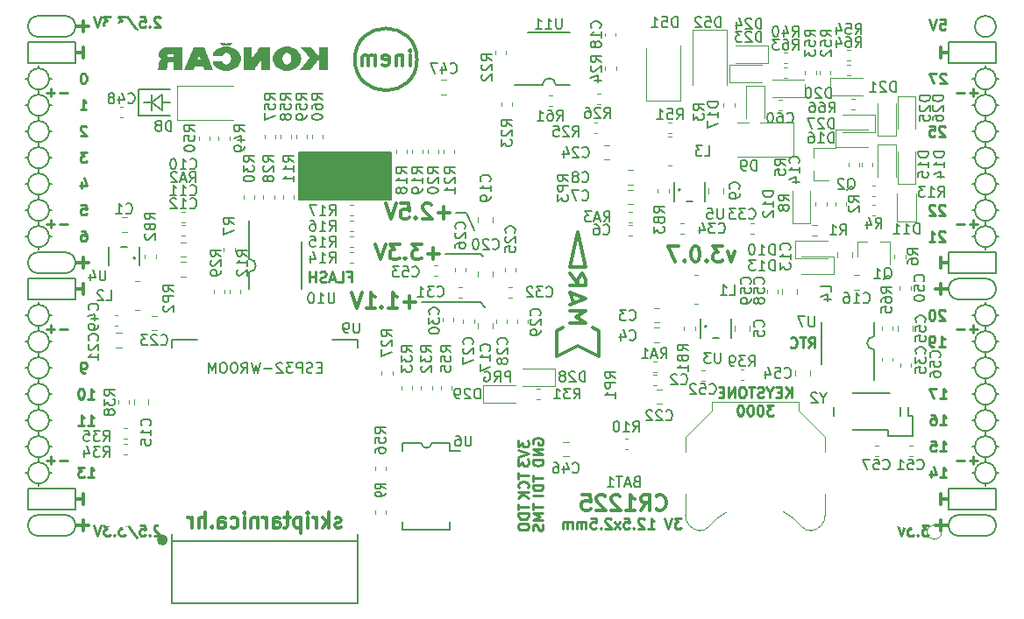
<source format=gbo>
G04 #@! TF.GenerationSoftware,KiCad,Pcbnew,5.0.2+dfsg1-1*
G04 #@! TF.CreationDate,2019-04-09T12:09:05+02:00*
G04 #@! TF.ProjectId,ulx3s,756c7833-732e-46b6-9963-61645f706362,v3.0.7*
G04 #@! TF.SameCoordinates,Original*
G04 #@! TF.FileFunction,Legend,Bot*
G04 #@! TF.FilePolarity,Positive*
%FSLAX46Y46*%
G04 Gerber Fmt 4.6, Leading zero omitted, Abs format (unit mm)*
G04 Created by KiCad (PCBNEW 5.0.2+dfsg1-1) date utorak, 09. travnja 2019. 12:09:05 CEST*
%MOMM*%
%LPD*%
G01*
G04 APERTURE LIST*
%ADD10C,0.300000*%
%ADD11C,0.150000*%
%ADD12C,0.200000*%
%ADD13C,0.250000*%
%ADD14C,0.120000*%
%ADD15C,0.500000*%
%ADD16C,0.100000*%
%ADD17C,1.200000*%
%ADD18O,1.200000X0.500000*%
%ADD19R,1.200000X0.500000*%
%ADD20R,1.600000X2.800000*%
%ADD21R,1.900000X1.500000*%
%ADD22R,3.800000X3.600000*%
%ADD23C,9.100000*%
%ADD24C,1.800000*%
%ADD25C,2.100000*%
%ADD26C,1.395000*%
%ADD27C,1.900000*%
%ADD28C,1.075000*%
%ADD29C,0.975000*%
%ADD30R,1.000000X0.900000*%
%ADD31R,1.100000X1.100000*%
%ADD32R,0.800000X1.300000*%
%ADD33R,1.827200X2.132000*%
%ADD34O,1.827200X2.132000*%
%ADD35R,0.700000X1.650000*%
%ADD36O,0.700000X1.650000*%
%ADD37R,1.650000X0.700000*%
%ADD38O,1.650000X0.700000*%
%ADD39R,0.700000X2.200000*%
%ADD40O,0.700000X2.200000*%
%ADD41O,2.600000X1.000000*%
%ADD42O,1.000000X2.600000*%
%ADD43R,6.100000X6.100000*%
%ADD44O,1.827200X1.827200*%
%ADD45R,1.827200X1.827200*%
%ADD46C,5.600000*%
%ADD47C,0.400000*%
%ADD48R,1.800000X1.800000*%
%ADD49O,1.800000X1.800000*%
%ADD50R,0.770000X1.100000*%
%ADD51R,2.600000X1.900000*%
%ADD52R,0.900000X1.000000*%
%ADD53R,1.500000X1.395000*%
G04 APERTURE END LIST*
D10*
X124563333Y-111107142D02*
X124430000Y-111178571D01*
X124163333Y-111178571D01*
X124030000Y-111107142D01*
X123963333Y-110964285D01*
X123963333Y-110892857D01*
X124030000Y-110750000D01*
X124163333Y-110678571D01*
X124363333Y-110678571D01*
X124496666Y-110607142D01*
X124563333Y-110464285D01*
X124563333Y-110392857D01*
X124496666Y-110250000D01*
X124363333Y-110178571D01*
X124163333Y-110178571D01*
X124030000Y-110250000D01*
X123363333Y-111178571D02*
X123363333Y-109678571D01*
X123230000Y-110607142D02*
X122830000Y-111178571D01*
X122830000Y-110178571D02*
X123363333Y-110750000D01*
X122230000Y-111178571D02*
X122230000Y-110178571D01*
X122230000Y-110464285D02*
X122163333Y-110321428D01*
X122096666Y-110250000D01*
X121963333Y-110178571D01*
X121830000Y-110178571D01*
X121363333Y-111178571D02*
X121363333Y-110178571D01*
X121363333Y-109678571D02*
X121430000Y-109750000D01*
X121363333Y-109821428D01*
X121296666Y-109750000D01*
X121363333Y-109678571D01*
X121363333Y-109821428D01*
X120696666Y-110178571D02*
X120696666Y-111678571D01*
X120696666Y-110250000D02*
X120563333Y-110178571D01*
X120296666Y-110178571D01*
X120163333Y-110250000D01*
X120096666Y-110321428D01*
X120030000Y-110464285D01*
X120030000Y-110892857D01*
X120096666Y-111035714D01*
X120163333Y-111107142D01*
X120296666Y-111178571D01*
X120563333Y-111178571D01*
X120696666Y-111107142D01*
X119630000Y-110178571D02*
X119096666Y-110178571D01*
X119430000Y-109678571D02*
X119430000Y-110964285D01*
X119363333Y-111107142D01*
X119230000Y-111178571D01*
X119096666Y-111178571D01*
X118030000Y-111178571D02*
X118030000Y-110392857D01*
X118096666Y-110250000D01*
X118230000Y-110178571D01*
X118496666Y-110178571D01*
X118630000Y-110250000D01*
X118030000Y-111107142D02*
X118163333Y-111178571D01*
X118496666Y-111178571D01*
X118630000Y-111107142D01*
X118696666Y-110964285D01*
X118696666Y-110821428D01*
X118630000Y-110678571D01*
X118496666Y-110607142D01*
X118163333Y-110607142D01*
X118030000Y-110535714D01*
X117363333Y-111178571D02*
X117363333Y-110178571D01*
X117363333Y-110464285D02*
X117296666Y-110321428D01*
X117230000Y-110250000D01*
X117096666Y-110178571D01*
X116963333Y-110178571D01*
X116496666Y-110178571D02*
X116496666Y-111178571D01*
X116496666Y-110321428D02*
X116430000Y-110250000D01*
X116296666Y-110178571D01*
X116096666Y-110178571D01*
X115963333Y-110250000D01*
X115896666Y-110392857D01*
X115896666Y-111178571D01*
X115230000Y-111178571D02*
X115230000Y-110178571D01*
X115230000Y-109678571D02*
X115296666Y-109750000D01*
X115230000Y-109821428D01*
X115163333Y-109750000D01*
X115230000Y-109678571D01*
X115230000Y-109821428D01*
X113963333Y-111107142D02*
X114096666Y-111178571D01*
X114363333Y-111178571D01*
X114496666Y-111107142D01*
X114563333Y-111035714D01*
X114630000Y-110892857D01*
X114630000Y-110464285D01*
X114563333Y-110321428D01*
X114496666Y-110250000D01*
X114363333Y-110178571D01*
X114096666Y-110178571D01*
X113963333Y-110250000D01*
X112763333Y-111178571D02*
X112763333Y-110392857D01*
X112830000Y-110250000D01*
X112963333Y-110178571D01*
X113230000Y-110178571D01*
X113363333Y-110250000D01*
X112763333Y-111107142D02*
X112896666Y-111178571D01*
X113230000Y-111178571D01*
X113363333Y-111107142D01*
X113430000Y-110964285D01*
X113430000Y-110821428D01*
X113363333Y-110678571D01*
X113230000Y-110607142D01*
X112896666Y-110607142D01*
X112763333Y-110535714D01*
X112096666Y-111035714D02*
X112030000Y-111107142D01*
X112096666Y-111178571D01*
X112163333Y-111107142D01*
X112096666Y-111035714D01*
X112096666Y-111178571D01*
X111430000Y-111178571D02*
X111430000Y-109678571D01*
X110830000Y-111178571D02*
X110830000Y-110392857D01*
X110896666Y-110250000D01*
X111030000Y-110178571D01*
X111230000Y-110178571D01*
X111363333Y-110250000D01*
X111430000Y-110321428D01*
X110163333Y-111178571D02*
X110163333Y-110178571D01*
X110163333Y-110464285D02*
X110096666Y-110321428D01*
X110030000Y-110250000D01*
X109896666Y-110178571D01*
X109763333Y-110178571D01*
D11*
G36*
X129406000Y-74882000D02*
X120516000Y-74882000D01*
X120516000Y-79454000D01*
X129406000Y-79454000D01*
X129406000Y-74882000D01*
G37*
X129406000Y-74882000D02*
X120516000Y-74882000D01*
X120516000Y-79454000D01*
X129406000Y-79454000D01*
X129406000Y-74882000D01*
D12*
X185540000Y-72850000D02*
X185794000Y-72850000D01*
D11*
X140954904Y-97051380D02*
X140954904Y-96051380D01*
X140573952Y-96051380D01*
X140478714Y-96099000D01*
X140431095Y-96146619D01*
X140383476Y-96241857D01*
X140383476Y-96384714D01*
X140431095Y-96479952D01*
X140478714Y-96527571D01*
X140573952Y-96575190D01*
X140954904Y-96575190D01*
X139383476Y-97051380D02*
X139716809Y-96575190D01*
X139954904Y-97051380D02*
X139954904Y-96051380D01*
X139573952Y-96051380D01*
X139478714Y-96099000D01*
X139431095Y-96146619D01*
X139383476Y-96241857D01*
X139383476Y-96384714D01*
X139431095Y-96479952D01*
X139478714Y-96527571D01*
X139573952Y-96575190D01*
X139954904Y-96575190D01*
X138431095Y-96099000D02*
X138526333Y-96051380D01*
X138669190Y-96051380D01*
X138812047Y-96099000D01*
X138907285Y-96194238D01*
X138954904Y-96289476D01*
X139002523Y-96479952D01*
X139002523Y-96622809D01*
X138954904Y-96813285D01*
X138907285Y-96908523D01*
X138812047Y-97003761D01*
X138669190Y-97051380D01*
X138573952Y-97051380D01*
X138431095Y-97003761D01*
X138383476Y-96956142D01*
X138383476Y-96622809D01*
X138573952Y-96622809D01*
D12*
X136660000Y-80742000D02*
X135644000Y-80742000D01*
X137422000Y-82393000D02*
X136660000Y-80742000D01*
X138057000Y-84679000D02*
X134628000Y-84679000D01*
X138311000Y-84933000D02*
X138057000Y-84679000D01*
X138057000Y-89378000D02*
X138438000Y-89886000D01*
X132342000Y-89378000D02*
X138057000Y-89378000D01*
D13*
X99893476Y-96180380D02*
X99703000Y-96180380D01*
X99607761Y-96132761D01*
X99560142Y-96085142D01*
X99464904Y-95942285D01*
X99417285Y-95751809D01*
X99417285Y-95370857D01*
X99464904Y-95275619D01*
X99512523Y-95228000D01*
X99607761Y-95180380D01*
X99798238Y-95180380D01*
X99893476Y-95228000D01*
X99941095Y-95275619D01*
X99988714Y-95370857D01*
X99988714Y-95608952D01*
X99941095Y-95704190D01*
X99893476Y-95751809D01*
X99798238Y-95799428D01*
X99607761Y-95799428D01*
X99512523Y-95751809D01*
X99464904Y-95704190D01*
X99417285Y-95608952D01*
X100147476Y-101260380D02*
X100718904Y-101260380D01*
X100433190Y-101260380D02*
X100433190Y-100260380D01*
X100528428Y-100403238D01*
X100623666Y-100498476D01*
X100718904Y-100546095D01*
X99195095Y-101260380D02*
X99766523Y-101260380D01*
X99480809Y-101260380D02*
X99480809Y-100260380D01*
X99576047Y-100403238D01*
X99671285Y-100498476D01*
X99766523Y-100546095D01*
D12*
X105037000Y-68804000D02*
X108085000Y-68804000D01*
X105037000Y-71344000D02*
X105037000Y-68804000D01*
X108085000Y-71344000D02*
X105037000Y-71344000D01*
X107323000Y-70074000D02*
X108085000Y-70074000D01*
X106307000Y-70074000D02*
X105545000Y-70074000D01*
X106307000Y-70836000D02*
X106307000Y-70074000D01*
X106307000Y-69312000D02*
X106307000Y-70836000D01*
X107323000Y-69312000D02*
X107323000Y-70836000D01*
X106307000Y-70074000D02*
X107323000Y-69312000D01*
X107323000Y-70836000D02*
X106307000Y-70074000D01*
D13*
X182887904Y-72415619D02*
X182840285Y-72368000D01*
X182745047Y-72320380D01*
X182506952Y-72320380D01*
X182411714Y-72368000D01*
X182364095Y-72415619D01*
X182316476Y-72510857D01*
X182316476Y-72606095D01*
X182364095Y-72748952D01*
X182935523Y-73320380D01*
X182316476Y-73320380D01*
X181411714Y-72320380D02*
X181887904Y-72320380D01*
X181935523Y-72796571D01*
X181887904Y-72748952D01*
X181792666Y-72701333D01*
X181554571Y-72701333D01*
X181459333Y-72748952D01*
X181411714Y-72796571D01*
X181364095Y-72891809D01*
X181364095Y-73129904D01*
X181411714Y-73225142D01*
X181459333Y-73272761D01*
X181554571Y-73320380D01*
X181792666Y-73320380D01*
X181887904Y-73272761D01*
X181935523Y-73225142D01*
X182887904Y-80035619D02*
X182840285Y-79988000D01*
X182745047Y-79940380D01*
X182506952Y-79940380D01*
X182411714Y-79988000D01*
X182364095Y-80035619D01*
X182316476Y-80130857D01*
X182316476Y-80226095D01*
X182364095Y-80368952D01*
X182935523Y-80940380D01*
X182316476Y-80940380D01*
X181935523Y-80035619D02*
X181887904Y-79988000D01*
X181792666Y-79940380D01*
X181554571Y-79940380D01*
X181459333Y-79988000D01*
X181411714Y-80035619D01*
X181364095Y-80130857D01*
X181364095Y-80226095D01*
X181411714Y-80368952D01*
X181983142Y-80940380D01*
X181364095Y-80940380D01*
X182887904Y-82575619D02*
X182840285Y-82528000D01*
X182745047Y-82480380D01*
X182506952Y-82480380D01*
X182411714Y-82528000D01*
X182364095Y-82575619D01*
X182316476Y-82670857D01*
X182316476Y-82766095D01*
X182364095Y-82908952D01*
X182935523Y-83480380D01*
X182316476Y-83480380D01*
X181364095Y-83480380D02*
X181935523Y-83480380D01*
X181649809Y-83480380D02*
X181649809Y-82480380D01*
X181745047Y-82623238D01*
X181840285Y-82718476D01*
X181935523Y-82766095D01*
X182887904Y-90195619D02*
X182840285Y-90148000D01*
X182745047Y-90100380D01*
X182506952Y-90100380D01*
X182411714Y-90148000D01*
X182364095Y-90195619D01*
X182316476Y-90290857D01*
X182316476Y-90386095D01*
X182364095Y-90528952D01*
X182935523Y-91100380D01*
X182316476Y-91100380D01*
X181697428Y-90100380D02*
X181602190Y-90100380D01*
X181506952Y-90148000D01*
X181459333Y-90195619D01*
X181411714Y-90290857D01*
X181364095Y-90481333D01*
X181364095Y-90719428D01*
X181411714Y-90909904D01*
X181459333Y-91005142D01*
X181506952Y-91052761D01*
X181602190Y-91100380D01*
X181697428Y-91100380D01*
X181792666Y-91052761D01*
X181840285Y-91005142D01*
X181887904Y-90909904D01*
X181935523Y-90719428D01*
X181935523Y-90481333D01*
X181887904Y-90290857D01*
X181840285Y-90195619D01*
X181792666Y-90148000D01*
X181697428Y-90100380D01*
X182316476Y-93640380D02*
X182887904Y-93640380D01*
X182602190Y-93640380D02*
X182602190Y-92640380D01*
X182697428Y-92783238D01*
X182792666Y-92878476D01*
X182887904Y-92926095D01*
X181840285Y-93640380D02*
X181649809Y-93640380D01*
X181554571Y-93592761D01*
X181506952Y-93545142D01*
X181411714Y-93402285D01*
X181364095Y-93211809D01*
X181364095Y-92830857D01*
X181411714Y-92735619D01*
X181459333Y-92688000D01*
X181554571Y-92640380D01*
X181745047Y-92640380D01*
X181840285Y-92688000D01*
X181887904Y-92735619D01*
X181935523Y-92830857D01*
X181935523Y-93068952D01*
X181887904Y-93164190D01*
X181840285Y-93211809D01*
X181745047Y-93259428D01*
X181554571Y-93259428D01*
X181459333Y-93211809D01*
X181411714Y-93164190D01*
X181364095Y-93068952D01*
X125269476Y-86893571D02*
X125602809Y-86893571D01*
X125602809Y-87417380D02*
X125602809Y-86417380D01*
X125126619Y-86417380D01*
X124269476Y-87417380D02*
X124745666Y-87417380D01*
X124745666Y-86417380D01*
X123983761Y-87131666D02*
X123507571Y-87131666D01*
X124079000Y-87417380D02*
X123745666Y-86417380D01*
X123412333Y-87417380D01*
X123126619Y-87369761D02*
X122983761Y-87417380D01*
X122745666Y-87417380D01*
X122650428Y-87369761D01*
X122602809Y-87322142D01*
X122555190Y-87226904D01*
X122555190Y-87131666D01*
X122602809Y-87036428D01*
X122650428Y-86988809D01*
X122745666Y-86941190D01*
X122936142Y-86893571D01*
X123031380Y-86845952D01*
X123079000Y-86798333D01*
X123126619Y-86703095D01*
X123126619Y-86607857D01*
X123079000Y-86512619D01*
X123031380Y-86465000D01*
X122936142Y-86417380D01*
X122698047Y-86417380D01*
X122555190Y-86465000D01*
X122126619Y-87417380D02*
X122126619Y-86417380D01*
X122126619Y-86893571D02*
X121555190Y-86893571D01*
X121555190Y-87417380D02*
X121555190Y-86417380D01*
X157418095Y-110252380D02*
X156799047Y-110252380D01*
X157132380Y-110633333D01*
X156989523Y-110633333D01*
X156894285Y-110680952D01*
X156846666Y-110728571D01*
X156799047Y-110823809D01*
X156799047Y-111061904D01*
X156846666Y-111157142D01*
X156894285Y-111204761D01*
X156989523Y-111252380D01*
X157275238Y-111252380D01*
X157370476Y-111204761D01*
X157418095Y-111157142D01*
X156513333Y-110252380D02*
X156180000Y-111252380D01*
X155846666Y-110252380D01*
X154227619Y-111252380D02*
X154799047Y-111252380D01*
X154513333Y-111252380D02*
X154513333Y-110252380D01*
X154608571Y-110395238D01*
X154703809Y-110490476D01*
X154799047Y-110538095D01*
X153846666Y-110347619D02*
X153799047Y-110300000D01*
X153703809Y-110252380D01*
X153465714Y-110252380D01*
X153370476Y-110300000D01*
X153322857Y-110347619D01*
X153275238Y-110442857D01*
X153275238Y-110538095D01*
X153322857Y-110680952D01*
X153894285Y-111252380D01*
X153275238Y-111252380D01*
X152846666Y-111157142D02*
X152799047Y-111204761D01*
X152846666Y-111252380D01*
X152894285Y-111204761D01*
X152846666Y-111157142D01*
X152846666Y-111252380D01*
X151894285Y-110252380D02*
X152370476Y-110252380D01*
X152418095Y-110728571D01*
X152370476Y-110680952D01*
X152275238Y-110633333D01*
X152037142Y-110633333D01*
X151941904Y-110680952D01*
X151894285Y-110728571D01*
X151846666Y-110823809D01*
X151846666Y-111061904D01*
X151894285Y-111157142D01*
X151941904Y-111204761D01*
X152037142Y-111252380D01*
X152275238Y-111252380D01*
X152370476Y-111204761D01*
X152418095Y-111157142D01*
X151513333Y-111252380D02*
X150989523Y-110585714D01*
X151513333Y-110585714D02*
X150989523Y-111252380D01*
X150656190Y-110347619D02*
X150608571Y-110300000D01*
X150513333Y-110252380D01*
X150275238Y-110252380D01*
X150180000Y-110300000D01*
X150132380Y-110347619D01*
X150084761Y-110442857D01*
X150084761Y-110538095D01*
X150132380Y-110680952D01*
X150703809Y-111252380D01*
X150084761Y-111252380D01*
X149656190Y-111157142D02*
X149608571Y-111204761D01*
X149656190Y-111252380D01*
X149703809Y-111204761D01*
X149656190Y-111157142D01*
X149656190Y-111252380D01*
X148703809Y-110252380D02*
X149180000Y-110252380D01*
X149227619Y-110728571D01*
X149180000Y-110680952D01*
X149084761Y-110633333D01*
X148846666Y-110633333D01*
X148751428Y-110680952D01*
X148703809Y-110728571D01*
X148656190Y-110823809D01*
X148656190Y-111061904D01*
X148703809Y-111157142D01*
X148751428Y-111204761D01*
X148846666Y-111252380D01*
X149084761Y-111252380D01*
X149180000Y-111204761D01*
X149227619Y-111157142D01*
X148227619Y-111252380D02*
X148227619Y-110585714D01*
X148227619Y-110680952D02*
X148180000Y-110633333D01*
X148084761Y-110585714D01*
X147941904Y-110585714D01*
X147846666Y-110633333D01*
X147799047Y-110728571D01*
X147799047Y-111252380D01*
X147799047Y-110728571D02*
X147751428Y-110633333D01*
X147656190Y-110585714D01*
X147513333Y-110585714D01*
X147418095Y-110633333D01*
X147370476Y-110728571D01*
X147370476Y-111252380D01*
X146894285Y-111252380D02*
X146894285Y-110585714D01*
X146894285Y-110680952D02*
X146846666Y-110633333D01*
X146751428Y-110585714D01*
X146608571Y-110585714D01*
X146513333Y-110633333D01*
X146465714Y-110728571D01*
X146465714Y-111252380D01*
X146465714Y-110728571D02*
X146418095Y-110633333D01*
X146322857Y-110585714D01*
X146180000Y-110585714D01*
X146084761Y-110633333D01*
X146037142Y-110728571D01*
X146037142Y-111252380D01*
D10*
X162592285Y-84466571D02*
X162235142Y-85466571D01*
X161878000Y-84466571D01*
X161449428Y-83966571D02*
X160520857Y-83966571D01*
X161020857Y-84538000D01*
X160806571Y-84538000D01*
X160663714Y-84609428D01*
X160592285Y-84680857D01*
X160520857Y-84823714D01*
X160520857Y-85180857D01*
X160592285Y-85323714D01*
X160663714Y-85395142D01*
X160806571Y-85466571D01*
X161235142Y-85466571D01*
X161378000Y-85395142D01*
X161449428Y-85323714D01*
X159878000Y-85323714D02*
X159806571Y-85395142D01*
X159878000Y-85466571D01*
X159949428Y-85395142D01*
X159878000Y-85323714D01*
X159878000Y-85466571D01*
X158878000Y-83966571D02*
X158735142Y-83966571D01*
X158592285Y-84038000D01*
X158520857Y-84109428D01*
X158449428Y-84252285D01*
X158378000Y-84538000D01*
X158378000Y-84895142D01*
X158449428Y-85180857D01*
X158520857Y-85323714D01*
X158592285Y-85395142D01*
X158735142Y-85466571D01*
X158878000Y-85466571D01*
X159020857Y-85395142D01*
X159092285Y-85323714D01*
X159163714Y-85180857D01*
X159235142Y-84895142D01*
X159235142Y-84538000D01*
X159163714Y-84252285D01*
X159092285Y-84109428D01*
X159020857Y-84038000D01*
X158878000Y-83966571D01*
X157735142Y-85323714D02*
X157663714Y-85395142D01*
X157735142Y-85466571D01*
X157806571Y-85395142D01*
X157735142Y-85323714D01*
X157735142Y-85466571D01*
X157163714Y-83966571D02*
X156163714Y-83966571D01*
X156806571Y-85466571D01*
D13*
X168085000Y-98577380D02*
X168085000Y-97577380D01*
X167513571Y-98577380D02*
X167942142Y-98005952D01*
X167513571Y-97577380D02*
X168085000Y-98148809D01*
X167085000Y-98053571D02*
X166751666Y-98053571D01*
X166608809Y-98577380D02*
X167085000Y-98577380D01*
X167085000Y-97577380D01*
X166608809Y-97577380D01*
X165989761Y-98101190D02*
X165989761Y-98577380D01*
X166323095Y-97577380D02*
X165989761Y-98101190D01*
X165656428Y-97577380D01*
X165370714Y-98529761D02*
X165227857Y-98577380D01*
X164989761Y-98577380D01*
X164894523Y-98529761D01*
X164846904Y-98482142D01*
X164799285Y-98386904D01*
X164799285Y-98291666D01*
X164846904Y-98196428D01*
X164894523Y-98148809D01*
X164989761Y-98101190D01*
X165180238Y-98053571D01*
X165275476Y-98005952D01*
X165323095Y-97958333D01*
X165370714Y-97863095D01*
X165370714Y-97767857D01*
X165323095Y-97672619D01*
X165275476Y-97625000D01*
X165180238Y-97577380D01*
X164942142Y-97577380D01*
X164799285Y-97625000D01*
X164513571Y-97577380D02*
X163942142Y-97577380D01*
X164227857Y-98577380D02*
X164227857Y-97577380D01*
X163418333Y-97577380D02*
X163227857Y-97577380D01*
X163132619Y-97625000D01*
X163037380Y-97720238D01*
X162989761Y-97910714D01*
X162989761Y-98244047D01*
X163037380Y-98434523D01*
X163132619Y-98529761D01*
X163227857Y-98577380D01*
X163418333Y-98577380D01*
X163513571Y-98529761D01*
X163608809Y-98434523D01*
X163656428Y-98244047D01*
X163656428Y-97910714D01*
X163608809Y-97720238D01*
X163513571Y-97625000D01*
X163418333Y-97577380D01*
X162561190Y-98577380D02*
X162561190Y-97577380D01*
X161989761Y-98577380D01*
X161989761Y-97577380D01*
X161513571Y-98053571D02*
X161180238Y-98053571D01*
X161037380Y-98577380D02*
X161513571Y-98577380D01*
X161513571Y-97577380D01*
X161037380Y-97577380D01*
X166346904Y-99327380D02*
X165727857Y-99327380D01*
X166061190Y-99708333D01*
X165918333Y-99708333D01*
X165823095Y-99755952D01*
X165775476Y-99803571D01*
X165727857Y-99898809D01*
X165727857Y-100136904D01*
X165775476Y-100232142D01*
X165823095Y-100279761D01*
X165918333Y-100327380D01*
X166204047Y-100327380D01*
X166299285Y-100279761D01*
X166346904Y-100232142D01*
X165108809Y-99327380D02*
X165013571Y-99327380D01*
X164918333Y-99375000D01*
X164870714Y-99422619D01*
X164823095Y-99517857D01*
X164775476Y-99708333D01*
X164775476Y-99946428D01*
X164823095Y-100136904D01*
X164870714Y-100232142D01*
X164918333Y-100279761D01*
X165013571Y-100327380D01*
X165108809Y-100327380D01*
X165204047Y-100279761D01*
X165251666Y-100232142D01*
X165299285Y-100136904D01*
X165346904Y-99946428D01*
X165346904Y-99708333D01*
X165299285Y-99517857D01*
X165251666Y-99422619D01*
X165204047Y-99375000D01*
X165108809Y-99327380D01*
X164156428Y-99327380D02*
X164061190Y-99327380D01*
X163965952Y-99375000D01*
X163918333Y-99422619D01*
X163870714Y-99517857D01*
X163823095Y-99708333D01*
X163823095Y-99946428D01*
X163870714Y-100136904D01*
X163918333Y-100232142D01*
X163965952Y-100279761D01*
X164061190Y-100327380D01*
X164156428Y-100327380D01*
X164251666Y-100279761D01*
X164299285Y-100232142D01*
X164346904Y-100136904D01*
X164394523Y-99946428D01*
X164394523Y-99708333D01*
X164346904Y-99517857D01*
X164299285Y-99422619D01*
X164251666Y-99375000D01*
X164156428Y-99327380D01*
X163204047Y-99327380D02*
X163108809Y-99327380D01*
X163013571Y-99375000D01*
X162965952Y-99422619D01*
X162918333Y-99517857D01*
X162870714Y-99708333D01*
X162870714Y-99946428D01*
X162918333Y-100136904D01*
X162965952Y-100232142D01*
X163013571Y-100279761D01*
X163108809Y-100327380D01*
X163204047Y-100327380D01*
X163299285Y-100279761D01*
X163346904Y-100232142D01*
X163394523Y-100136904D01*
X163442142Y-99946428D01*
X163442142Y-99708333D01*
X163394523Y-99517857D01*
X163346904Y-99422619D01*
X163299285Y-99375000D01*
X163204047Y-99327380D01*
D10*
X182492000Y-87582000D02*
X182492000Y-88598000D01*
X183254000Y-88090000D02*
X181984000Y-88090000D01*
X182492000Y-110442000D02*
X182492000Y-111458000D01*
X183254000Y-110950000D02*
X181984000Y-110950000D01*
X99688000Y-62182000D02*
X99688000Y-63198000D01*
X98926000Y-62690000D02*
X100196000Y-62690000D01*
X99688000Y-110442000D02*
X99688000Y-111458000D01*
X98926000Y-110950000D02*
X100196000Y-110950000D01*
X99688000Y-85042000D02*
X99688000Y-86058000D01*
X98926000Y-85550000D02*
X100196000Y-85550000D01*
D12*
X187826000Y-62690000D02*
G75*
G03X187826000Y-62690000I-1016000J0D01*
G01*
X184270000Y-87074000D02*
X186810000Y-87074000D01*
X184270000Y-89106000D02*
X186810000Y-89106000D01*
X184270000Y-87074000D02*
G75*
G03X184270000Y-89106000I0J-1016000D01*
G01*
X186810000Y-89106000D02*
G75*
G03X186810000Y-87074000I0J1016000D01*
G01*
X184270000Y-111966000D02*
X186810000Y-111966000D01*
X184270000Y-109934000D02*
X186810000Y-109934000D01*
X184270000Y-109934000D02*
G75*
G03X184270000Y-111966000I0J-1016000D01*
G01*
X186810000Y-111966000D02*
G75*
G03X186810000Y-109934000I0J1016000D01*
G01*
X97910000Y-63706000D02*
G75*
G03X97910000Y-61674000I0J1016000D01*
G01*
X95370000Y-61674000D02*
X97910000Y-61674000D01*
X95370000Y-63706000D02*
X97910000Y-63706000D01*
X95370000Y-61674000D02*
G75*
G03X95370000Y-63706000I0J-1016000D01*
G01*
X95370000Y-86566000D02*
X97910000Y-86566000D01*
X95370000Y-84534000D02*
X97910000Y-84534000D01*
X95370000Y-84534000D02*
G75*
G03X95370000Y-86566000I0J-1016000D01*
G01*
X97910000Y-86566000D02*
G75*
G03X97910000Y-84534000I0J1016000D01*
G01*
X95370000Y-111966000D02*
X97910000Y-111966000D01*
X95370000Y-109934000D02*
X97910000Y-109934000D01*
X95370000Y-109934000D02*
G75*
G03X95370000Y-111966000I0J-1016000D01*
G01*
X97910000Y-111966000D02*
G75*
G03X97910000Y-109934000I0J1016000D01*
G01*
X98926000Y-107394000D02*
X94354000Y-107394000D01*
X98926000Y-109426000D02*
X98926000Y-107394000D01*
X94354000Y-109426000D02*
X98926000Y-109426000D01*
X94354000Y-107394000D02*
X94354000Y-109426000D01*
X187826000Y-107394000D02*
X183254000Y-107394000D01*
X187826000Y-109426000D02*
X187826000Y-107394000D01*
X183254000Y-109426000D02*
X187826000Y-109426000D01*
X183254000Y-107394000D02*
X183254000Y-109426000D01*
X187826000Y-84534000D02*
X183254000Y-84534000D01*
X187826000Y-86566000D02*
X187826000Y-84534000D01*
X183254000Y-86566000D02*
X187826000Y-86566000D01*
X183254000Y-84534000D02*
X183254000Y-86566000D01*
X187826000Y-64214000D02*
X183254000Y-64214000D01*
X187826000Y-66246000D02*
X187826000Y-64214000D01*
X183254000Y-66246000D02*
X187826000Y-66246000D01*
X183254000Y-64214000D02*
X183254000Y-66246000D01*
X98926000Y-64214000D02*
X94354000Y-64214000D01*
X98926000Y-66246000D02*
X98926000Y-64214000D01*
X94354000Y-66246000D02*
X98926000Y-66246000D01*
X94354000Y-64214000D02*
X94354000Y-66246000D01*
X98926000Y-87074000D02*
X94354000Y-87074000D01*
X98926000Y-89106000D02*
X98926000Y-87074000D01*
X94354000Y-89106000D02*
X98926000Y-89106000D01*
X94354000Y-87074000D02*
X94354000Y-89106000D01*
D13*
X186032000Y-91971428D02*
X185270095Y-91971428D01*
X185651047Y-92352380D02*
X185651047Y-91590476D01*
X184793904Y-91971428D02*
X184032000Y-91971428D01*
X186032000Y-69111428D02*
X185270095Y-69111428D01*
X185651047Y-69492380D02*
X185651047Y-68730476D01*
X184793904Y-69111428D02*
X184032000Y-69111428D01*
X186032000Y-81811428D02*
X185270095Y-81811428D01*
X185651047Y-82192380D02*
X185651047Y-81430476D01*
X184793904Y-81811428D02*
X184032000Y-81811428D01*
X186032000Y-104671428D02*
X185270095Y-104671428D01*
X185651047Y-105052380D02*
X185651047Y-104290476D01*
X184793904Y-104671428D02*
X184032000Y-104671428D01*
X98148000Y-104671428D02*
X97386095Y-104671428D01*
X96909904Y-104671428D02*
X96148000Y-104671428D01*
X96528952Y-105052380D02*
X96528952Y-104290476D01*
X98148000Y-91971428D02*
X97386095Y-91971428D01*
X96909904Y-91971428D02*
X96148000Y-91971428D01*
X96528952Y-92352380D02*
X96528952Y-91590476D01*
X98148000Y-81811428D02*
X97386095Y-81811428D01*
X96909904Y-81811428D02*
X96148000Y-81811428D01*
X96528952Y-82192380D02*
X96528952Y-81430476D01*
X98148000Y-69111428D02*
X97386095Y-69111428D01*
X96909904Y-69111428D02*
X96148000Y-69111428D01*
X96528952Y-69492380D02*
X96528952Y-68730476D01*
D10*
X182492000Y-107902000D02*
X182492000Y-108918000D01*
X183254000Y-108410000D02*
X182492000Y-108410000D01*
D12*
X95370000Y-96726000D02*
X95370000Y-97234000D01*
X96386000Y-95710000D02*
X96640000Y-95710000D01*
X94354000Y-95710000D02*
X94100000Y-95710000D01*
X187826000Y-98250000D02*
X188080000Y-98250000D01*
X187826000Y-83010000D02*
X188080000Y-83010000D01*
X95370000Y-107140000D02*
X95370000Y-106886000D01*
X96386000Y-105870000D02*
X96640000Y-105870000D01*
X94354000Y-105870000D02*
X94100000Y-105870000D01*
X94354000Y-103330000D02*
X94100000Y-103330000D01*
X95370000Y-104346000D02*
X95370000Y-104854000D01*
X96386000Y-103330000D02*
X96640000Y-103330000D01*
X94354000Y-100790000D02*
X94100000Y-100790000D01*
X95370000Y-102314000D02*
X95370000Y-101806000D01*
X96386000Y-100790000D02*
X96640000Y-100790000D01*
X95370000Y-99266000D02*
X95370000Y-99774000D01*
X94354000Y-98250000D02*
X94100000Y-98250000D01*
X96386000Y-98250000D02*
X96640000Y-98250000D01*
X95370000Y-94186000D02*
X95370000Y-94694000D01*
X96386000Y-93170000D02*
X96640000Y-93170000D01*
X94354000Y-93170000D02*
X94100000Y-93170000D01*
X94354000Y-90630000D02*
X94100000Y-90630000D01*
X95370000Y-91646000D02*
X95370000Y-92154000D01*
X96640000Y-90630000D02*
X96386000Y-90630000D01*
X95370000Y-89360000D02*
X95370000Y-89614000D01*
X94354000Y-83010000D02*
X94100000Y-83010000D01*
X95370000Y-84280000D02*
X95370000Y-84026000D01*
X96386000Y-83010000D02*
X96640000Y-83010000D01*
X95370000Y-81486000D02*
X95370000Y-81994000D01*
X94354000Y-80470000D02*
X94100000Y-80470000D01*
X96640000Y-80470000D02*
X96386000Y-80470000D01*
X95370000Y-78946000D02*
X95370000Y-79454000D01*
X96386000Y-77930000D02*
X96640000Y-77930000D01*
X94354000Y-77930000D02*
X94100000Y-77930000D01*
X95370000Y-76406000D02*
X95370000Y-76914000D01*
X94354000Y-75390000D02*
X94100000Y-75390000D01*
X96386000Y-75390000D02*
X96640000Y-75390000D01*
X95370000Y-73866000D02*
X95370000Y-74374000D01*
X96386000Y-72850000D02*
X96640000Y-72850000D01*
X94100000Y-72850000D02*
X94354000Y-72850000D01*
X94354000Y-70310000D02*
X94100000Y-70310000D01*
X96640000Y-70310000D02*
X96386000Y-70310000D01*
X95370000Y-71326000D02*
X95370000Y-71834000D01*
X95370000Y-68786000D02*
X95370000Y-69294000D01*
X96386000Y-67770000D02*
X96640000Y-67770000D01*
X94354000Y-67770000D02*
X94100000Y-67770000D01*
X95370000Y-66500000D02*
X95370000Y-66754000D01*
X187826000Y-105870000D02*
X188080000Y-105870000D01*
X186810000Y-107140000D02*
X186810000Y-106886000D01*
X185540000Y-105870000D02*
X185794000Y-105870000D01*
X186810000Y-104346000D02*
X186810000Y-104854000D01*
X187826000Y-103330000D02*
X188080000Y-103330000D01*
X185540000Y-103330000D02*
X185794000Y-103330000D01*
X186810000Y-101806000D02*
X186810000Y-102314000D01*
X187826000Y-100790000D02*
X188080000Y-100790000D01*
X185540000Y-100790000D02*
X185794000Y-100790000D01*
X186810000Y-99266000D02*
X186810000Y-99774000D01*
X185540000Y-98250000D02*
X185794000Y-98250000D01*
X186810000Y-97234000D02*
X186810000Y-96726000D01*
X187826000Y-95710000D02*
X188080000Y-95710000D01*
X185540000Y-95710000D02*
X185794000Y-95710000D01*
X186810000Y-94694000D02*
X186810000Y-94186000D01*
X187826000Y-93170000D02*
X188080000Y-93170000D01*
X185540000Y-93170000D02*
X185794000Y-93170000D01*
X186810000Y-92154000D02*
X186810000Y-91646000D01*
X187826000Y-90630000D02*
X188080000Y-90630000D01*
X185540000Y-90630000D02*
X185794000Y-90630000D01*
X186810000Y-89360000D02*
X186810000Y-89614000D01*
X186810000Y-84280000D02*
X186810000Y-84026000D01*
X185540000Y-83010000D02*
X185794000Y-83010000D01*
X186810000Y-81994000D02*
X186810000Y-81486000D01*
X185794000Y-80470000D02*
X185540000Y-80470000D01*
X187826000Y-80470000D02*
X188080000Y-80470000D01*
X186810000Y-78946000D02*
X186810000Y-79454000D01*
X185794000Y-77930000D02*
X185540000Y-77930000D01*
X187826000Y-77930000D02*
X188080000Y-77930000D01*
X186810000Y-76406000D02*
X186810000Y-76914000D01*
X186810000Y-73866000D02*
X186810000Y-74374000D01*
X185794000Y-75390000D02*
X185540000Y-75390000D01*
X187826000Y-75390000D02*
X188080000Y-75390000D01*
X187826000Y-72850000D02*
X188080000Y-72850000D01*
X186810000Y-71834000D02*
X186810000Y-71326000D01*
X187826000Y-70310000D02*
X188080000Y-70310000D01*
X185540000Y-70310000D02*
X185794000Y-70310000D01*
X187826000Y-67770000D02*
X188080000Y-67770000D01*
X186810000Y-68786000D02*
X186810000Y-69294000D01*
X185540000Y-67770000D02*
X185794000Y-67770000D01*
X186810000Y-66500000D02*
X186810000Y-66754000D01*
X187826000Y-67770000D02*
G75*
G03X187826000Y-67770000I-1016000J0D01*
G01*
X187826000Y-70310000D02*
G75*
G03X187826000Y-70310000I-1016000J0D01*
G01*
X187826000Y-72850000D02*
G75*
G03X187826000Y-72850000I-1016000J0D01*
G01*
X187826000Y-75390000D02*
G75*
G03X187826000Y-75390000I-1016000J0D01*
G01*
X187826000Y-77930000D02*
G75*
G03X187826000Y-77930000I-1016000J0D01*
G01*
X187826000Y-80470000D02*
G75*
G03X187826000Y-80470000I-1016000J0D01*
G01*
X187826000Y-83010000D02*
G75*
G03X187826000Y-83010000I-1016000J0D01*
G01*
X187826000Y-90630000D02*
G75*
G03X187826000Y-90630000I-1016000J0D01*
G01*
X187826000Y-93170000D02*
G75*
G03X187826000Y-93170000I-1016000J0D01*
G01*
X187826000Y-95710000D02*
G75*
G03X187826000Y-95710000I-1016000J0D01*
G01*
X187826000Y-98250000D02*
G75*
G03X187826000Y-98250000I-1016000J0D01*
G01*
X187826000Y-100790000D02*
G75*
G03X187826000Y-100790000I-1016000J0D01*
G01*
X187826000Y-103330000D02*
G75*
G03X187826000Y-103330000I-1016000J0D01*
G01*
X187826000Y-105870000D02*
G75*
G03X187826000Y-105870000I-1016000J0D01*
G01*
X96386000Y-105870000D02*
G75*
G03X96386000Y-105870000I-1016000J0D01*
G01*
X96386000Y-103330000D02*
G75*
G03X96386000Y-103330000I-1016000J0D01*
G01*
X96386000Y-100790000D02*
G75*
G03X96386000Y-100790000I-1016000J0D01*
G01*
X96386000Y-98250000D02*
G75*
G03X96386000Y-98250000I-1016000J0D01*
G01*
X96386000Y-95710000D02*
G75*
G03X96386000Y-95710000I-1016000J0D01*
G01*
X96386000Y-93170000D02*
G75*
G03X96386000Y-93170000I-1016000J0D01*
G01*
X96386000Y-90630000D02*
G75*
G03X96386000Y-90630000I-1016000J0D01*
G01*
X96386000Y-83010000D02*
G75*
G03X96386000Y-83010000I-1016000J0D01*
G01*
X96386000Y-80470000D02*
G75*
G03X96386000Y-80470000I-1016000J0D01*
G01*
X96386000Y-77930000D02*
G75*
G03X96386000Y-77930000I-1016000J0D01*
G01*
X96386000Y-75390000D02*
G75*
G03X96386000Y-75390000I-1016000J0D01*
G01*
X96386000Y-72850000D02*
G75*
G03X96386000Y-72850000I-1016000J0D01*
G01*
X96386000Y-70310000D02*
G75*
G03X96386000Y-70310000I-1016000J0D01*
G01*
X96386000Y-67770000D02*
G75*
G03X96386000Y-67770000I-1016000J0D01*
G01*
D13*
X182428476Y-62015380D02*
X182904666Y-62015380D01*
X182952285Y-62491571D01*
X182904666Y-62443952D01*
X182809428Y-62396333D01*
X182571333Y-62396333D01*
X182476095Y-62443952D01*
X182428476Y-62491571D01*
X182380857Y-62586809D01*
X182380857Y-62824904D01*
X182428476Y-62920142D01*
X182476095Y-62967761D01*
X182571333Y-63015380D01*
X182809428Y-63015380D01*
X182904666Y-62967761D01*
X182952285Y-62920142D01*
X182095142Y-62015380D02*
X181761809Y-63015380D01*
X181428476Y-62015380D01*
D10*
X182492000Y-64722000D02*
X182492000Y-65738000D01*
X183254000Y-65230000D02*
X182492000Y-65230000D01*
D13*
X182999904Y-67317619D02*
X182952285Y-67270000D01*
X182857047Y-67222380D01*
X182618952Y-67222380D01*
X182523714Y-67270000D01*
X182476095Y-67317619D01*
X182428476Y-67412857D01*
X182428476Y-67508095D01*
X182476095Y-67650952D01*
X183047523Y-68222380D01*
X182428476Y-68222380D01*
X182095142Y-67222380D02*
X181428476Y-67222380D01*
X181857047Y-68222380D01*
D10*
X182492000Y-85042000D02*
X182492000Y-86058000D01*
X183254000Y-85550000D02*
X182492000Y-85550000D01*
D13*
X182428476Y-98702380D02*
X182999904Y-98702380D01*
X182714190Y-98702380D02*
X182714190Y-97702380D01*
X182809428Y-97845238D01*
X182904666Y-97940476D01*
X182999904Y-97988095D01*
X182095142Y-97702380D02*
X181428476Y-97702380D01*
X181857047Y-98702380D01*
X182428476Y-101242380D02*
X182999904Y-101242380D01*
X182714190Y-101242380D02*
X182714190Y-100242380D01*
X182809428Y-100385238D01*
X182904666Y-100480476D01*
X182999904Y-100528095D01*
X181571333Y-100242380D02*
X181761809Y-100242380D01*
X181857047Y-100290000D01*
X181904666Y-100337619D01*
X181999904Y-100480476D01*
X182047523Y-100670952D01*
X182047523Y-101051904D01*
X181999904Y-101147142D01*
X181952285Y-101194761D01*
X181857047Y-101242380D01*
X181666571Y-101242380D01*
X181571333Y-101194761D01*
X181523714Y-101147142D01*
X181476095Y-101051904D01*
X181476095Y-100813809D01*
X181523714Y-100718571D01*
X181571333Y-100670952D01*
X181666571Y-100623333D01*
X181857047Y-100623333D01*
X181952285Y-100670952D01*
X181999904Y-100718571D01*
X182047523Y-100813809D01*
X182428476Y-103782380D02*
X182999904Y-103782380D01*
X182714190Y-103782380D02*
X182714190Y-102782380D01*
X182809428Y-102925238D01*
X182904666Y-103020476D01*
X182999904Y-103068095D01*
X181523714Y-102782380D02*
X181999904Y-102782380D01*
X182047523Y-103258571D01*
X181999904Y-103210952D01*
X181904666Y-103163333D01*
X181666571Y-103163333D01*
X181571333Y-103210952D01*
X181523714Y-103258571D01*
X181476095Y-103353809D01*
X181476095Y-103591904D01*
X181523714Y-103687142D01*
X181571333Y-103734761D01*
X181666571Y-103782380D01*
X181904666Y-103782380D01*
X181999904Y-103734761D01*
X182047523Y-103687142D01*
X182428476Y-106322380D02*
X182999904Y-106322380D01*
X182714190Y-106322380D02*
X182714190Y-105322380D01*
X182809428Y-105465238D01*
X182904666Y-105560476D01*
X182999904Y-105608095D01*
X181571333Y-105655714D02*
X181571333Y-106322380D01*
X181809428Y-105274761D02*
X182047523Y-105989047D01*
X181428476Y-105989047D01*
X181312642Y-110928380D02*
X180693595Y-110928380D01*
X181026928Y-111309333D01*
X180884071Y-111309333D01*
X180788833Y-111356952D01*
X180741214Y-111404571D01*
X180693595Y-111499809D01*
X180693595Y-111737904D01*
X180741214Y-111833142D01*
X180788833Y-111880761D01*
X180884071Y-111928380D01*
X181169785Y-111928380D01*
X181265023Y-111880761D01*
X181312642Y-111833142D01*
X180265023Y-111833142D02*
X180217404Y-111880761D01*
X180265023Y-111928380D01*
X180312642Y-111880761D01*
X180265023Y-111833142D01*
X180265023Y-111928380D01*
X179884071Y-110928380D02*
X179265023Y-110928380D01*
X179598357Y-111309333D01*
X179455500Y-111309333D01*
X179360261Y-111356952D01*
X179312642Y-111404571D01*
X179265023Y-111499809D01*
X179265023Y-111737904D01*
X179312642Y-111833142D01*
X179360261Y-111880761D01*
X179455500Y-111928380D01*
X179741214Y-111928380D01*
X179836452Y-111880761D01*
X179884071Y-111833142D01*
X178979309Y-110928380D02*
X178645976Y-111928380D01*
X178312642Y-110928380D01*
D10*
X99688000Y-108918000D02*
X99688000Y-107902000D01*
X98926000Y-108410000D02*
X99688000Y-108410000D01*
X99688000Y-88598000D02*
X99688000Y-87582000D01*
X98926000Y-88090000D02*
X99688000Y-88090000D01*
X99688000Y-64722000D02*
X99688000Y-65738000D01*
X98926000Y-65230000D02*
X99688000Y-65230000D01*
D13*
X107103690Y-111023619D02*
X107056071Y-110976000D01*
X106960833Y-110928380D01*
X106722738Y-110928380D01*
X106627500Y-110976000D01*
X106579880Y-111023619D01*
X106532261Y-111118857D01*
X106532261Y-111214095D01*
X106579880Y-111356952D01*
X107151309Y-111928380D01*
X106532261Y-111928380D01*
X106103690Y-111833142D02*
X106056071Y-111880761D01*
X106103690Y-111928380D01*
X106151309Y-111880761D01*
X106103690Y-111833142D01*
X106103690Y-111928380D01*
X105151309Y-110928380D02*
X105627500Y-110928380D01*
X105675119Y-111404571D01*
X105627500Y-111356952D01*
X105532261Y-111309333D01*
X105294166Y-111309333D01*
X105198928Y-111356952D01*
X105151309Y-111404571D01*
X105103690Y-111499809D01*
X105103690Y-111737904D01*
X105151309Y-111833142D01*
X105198928Y-111880761D01*
X105294166Y-111928380D01*
X105532261Y-111928380D01*
X105627500Y-111880761D01*
X105675119Y-111833142D01*
X103960833Y-110880761D02*
X104817976Y-112166476D01*
X103722738Y-110928380D02*
X103103690Y-110928380D01*
X103437023Y-111309333D01*
X103294166Y-111309333D01*
X103198928Y-111356952D01*
X103151309Y-111404571D01*
X103103690Y-111499809D01*
X103103690Y-111737904D01*
X103151309Y-111833142D01*
X103198928Y-111880761D01*
X103294166Y-111928380D01*
X103579880Y-111928380D01*
X103675119Y-111880761D01*
X103722738Y-111833142D01*
X102675119Y-111833142D02*
X102627500Y-111880761D01*
X102675119Y-111928380D01*
X102722738Y-111880761D01*
X102675119Y-111833142D01*
X102675119Y-111928380D01*
X102294166Y-110928380D02*
X101675119Y-110928380D01*
X102008452Y-111309333D01*
X101865595Y-111309333D01*
X101770357Y-111356952D01*
X101722738Y-111404571D01*
X101675119Y-111499809D01*
X101675119Y-111737904D01*
X101722738Y-111833142D01*
X101770357Y-111880761D01*
X101865595Y-111928380D01*
X102151309Y-111928380D01*
X102246547Y-111880761D01*
X102294166Y-111833142D01*
X101389404Y-110928380D02*
X101056071Y-111928380D01*
X100722738Y-110928380D01*
X100132476Y-106322380D02*
X100703904Y-106322380D01*
X100418190Y-106322380D02*
X100418190Y-105322380D01*
X100513428Y-105465238D01*
X100608666Y-105560476D01*
X100703904Y-105608095D01*
X99799142Y-105322380D02*
X99180095Y-105322380D01*
X99513428Y-105703333D01*
X99370571Y-105703333D01*
X99275333Y-105750952D01*
X99227714Y-105798571D01*
X99180095Y-105893809D01*
X99180095Y-106131904D01*
X99227714Y-106227142D01*
X99275333Y-106274761D01*
X99370571Y-106322380D01*
X99656285Y-106322380D01*
X99751523Y-106274761D01*
X99799142Y-106227142D01*
X100147476Y-98720380D02*
X100718904Y-98720380D01*
X100433190Y-98720380D02*
X100433190Y-97720380D01*
X100528428Y-97863238D01*
X100623666Y-97958476D01*
X100718904Y-98006095D01*
X99528428Y-97720380D02*
X99433190Y-97720380D01*
X99337952Y-97768000D01*
X99290333Y-97815619D01*
X99242714Y-97910857D01*
X99195095Y-98101333D01*
X99195095Y-98339428D01*
X99242714Y-98529904D01*
X99290333Y-98625142D01*
X99337952Y-98672761D01*
X99433190Y-98720380D01*
X99528428Y-98720380D01*
X99623666Y-98672761D01*
X99671285Y-98625142D01*
X99718904Y-98529904D01*
X99766523Y-98339428D01*
X99766523Y-98101333D01*
X99718904Y-97910857D01*
X99671285Y-97815619D01*
X99623666Y-97768000D01*
X99528428Y-97720380D01*
X99512523Y-82462380D02*
X99703000Y-82462380D01*
X99798238Y-82510000D01*
X99845857Y-82557619D01*
X99941095Y-82700476D01*
X99988714Y-82890952D01*
X99988714Y-83271904D01*
X99941095Y-83367142D01*
X99893476Y-83414761D01*
X99798238Y-83462380D01*
X99607761Y-83462380D01*
X99512523Y-83414761D01*
X99464904Y-83367142D01*
X99417285Y-83271904D01*
X99417285Y-83033809D01*
X99464904Y-82938571D01*
X99512523Y-82890952D01*
X99607761Y-82843333D01*
X99798238Y-82843333D01*
X99893476Y-82890952D01*
X99941095Y-82938571D01*
X99988714Y-83033809D01*
X99464904Y-79922380D02*
X99941095Y-79922380D01*
X99988714Y-80398571D01*
X99941095Y-80350952D01*
X99845857Y-80303333D01*
X99607761Y-80303333D01*
X99512523Y-80350952D01*
X99464904Y-80398571D01*
X99417285Y-80493809D01*
X99417285Y-80731904D01*
X99464904Y-80827142D01*
X99512523Y-80874761D01*
X99607761Y-80922380D01*
X99845857Y-80922380D01*
X99941095Y-80874761D01*
X99988714Y-80827142D01*
X99512523Y-77715714D02*
X99512523Y-78382380D01*
X99750619Y-77334761D02*
X99988714Y-78049047D01*
X99369666Y-78049047D01*
X100021333Y-74842380D02*
X99402285Y-74842380D01*
X99735619Y-75223333D01*
X99592761Y-75223333D01*
X99497523Y-75270952D01*
X99449904Y-75318571D01*
X99402285Y-75413809D01*
X99402285Y-75651904D01*
X99449904Y-75747142D01*
X99497523Y-75794761D01*
X99592761Y-75842380D01*
X99878476Y-75842380D01*
X99973714Y-75794761D01*
X100021333Y-75747142D01*
X99973714Y-72397619D02*
X99926095Y-72350000D01*
X99830857Y-72302380D01*
X99592761Y-72302380D01*
X99497523Y-72350000D01*
X99449904Y-72397619D01*
X99402285Y-72492857D01*
X99402285Y-72588095D01*
X99449904Y-72730952D01*
X100021333Y-73302380D01*
X99402285Y-73302380D01*
X99402285Y-70762380D02*
X99973714Y-70762380D01*
X99688000Y-70762380D02*
X99688000Y-69762380D01*
X99783238Y-69905238D01*
X99878476Y-70000476D01*
X99973714Y-70048095D01*
X99750619Y-67222380D02*
X99655380Y-67222380D01*
X99560142Y-67270000D01*
X99512523Y-67317619D01*
X99464904Y-67412857D01*
X99417285Y-67603333D01*
X99417285Y-67841428D01*
X99464904Y-68031904D01*
X99512523Y-68127142D01*
X99560142Y-68174761D01*
X99655380Y-68222380D01*
X99750619Y-68222380D01*
X99845857Y-68174761D01*
X99893476Y-68127142D01*
X99941095Y-68031904D01*
X99988714Y-67841428D01*
X99988714Y-67603333D01*
X99941095Y-67412857D01*
X99893476Y-67317619D01*
X99845857Y-67270000D01*
X99750619Y-67222380D01*
X107103690Y-61874619D02*
X107056071Y-61827000D01*
X106960833Y-61779380D01*
X106722738Y-61779380D01*
X106627500Y-61827000D01*
X106579880Y-61874619D01*
X106532261Y-61969857D01*
X106532261Y-62065095D01*
X106579880Y-62207952D01*
X107151309Y-62779380D01*
X106532261Y-62779380D01*
X106103690Y-62684142D02*
X106056071Y-62731761D01*
X106103690Y-62779380D01*
X106151309Y-62731761D01*
X106103690Y-62684142D01*
X106103690Y-62779380D01*
X105151309Y-61779380D02*
X105627500Y-61779380D01*
X105675119Y-62255571D01*
X105627500Y-62207952D01*
X105532261Y-62160333D01*
X105294166Y-62160333D01*
X105198928Y-62207952D01*
X105151309Y-62255571D01*
X105103690Y-62350809D01*
X105103690Y-62588904D01*
X105151309Y-62684142D01*
X105198928Y-62731761D01*
X105294166Y-62779380D01*
X105532261Y-62779380D01*
X105627500Y-62731761D01*
X105675119Y-62684142D01*
X103960833Y-61731761D02*
X104817976Y-63017476D01*
X103722738Y-61779380D02*
X103103690Y-61779380D01*
X103437023Y-62160333D01*
X103294166Y-62160333D01*
X103198928Y-62207952D01*
X103151309Y-62255571D01*
X103103690Y-62350809D01*
X103103690Y-62588904D01*
X103151309Y-62684142D01*
X103198928Y-62731761D01*
X103294166Y-62779380D01*
X103579880Y-62779380D01*
X103675119Y-62731761D01*
X103722738Y-62684142D01*
X102675119Y-62684142D02*
X102627500Y-62731761D01*
X102675119Y-62779380D01*
X102722738Y-62731761D01*
X102675119Y-62684142D01*
X102675119Y-62779380D01*
X102294166Y-61779380D02*
X101675119Y-61779380D01*
X102008452Y-62160333D01*
X101865595Y-62160333D01*
X101770357Y-62207952D01*
X101722738Y-62255571D01*
X101675119Y-62350809D01*
X101675119Y-62588904D01*
X101722738Y-62684142D01*
X101770357Y-62731761D01*
X101865595Y-62779380D01*
X102151309Y-62779380D01*
X102246547Y-62731761D01*
X102294166Y-62684142D01*
X101389404Y-61779380D02*
X101056071Y-62779380D01*
X100722738Y-61779380D01*
D10*
X155027857Y-109335714D02*
X155099285Y-109407142D01*
X155313571Y-109478571D01*
X155456428Y-109478571D01*
X155670714Y-109407142D01*
X155813571Y-109264285D01*
X155885000Y-109121428D01*
X155956428Y-108835714D01*
X155956428Y-108621428D01*
X155885000Y-108335714D01*
X155813571Y-108192857D01*
X155670714Y-108050000D01*
X155456428Y-107978571D01*
X155313571Y-107978571D01*
X155099285Y-108050000D01*
X155027857Y-108121428D01*
X153527857Y-109478571D02*
X154027857Y-108764285D01*
X154385000Y-109478571D02*
X154385000Y-107978571D01*
X153813571Y-107978571D01*
X153670714Y-108050000D01*
X153599285Y-108121428D01*
X153527857Y-108264285D01*
X153527857Y-108478571D01*
X153599285Y-108621428D01*
X153670714Y-108692857D01*
X153813571Y-108764285D01*
X154385000Y-108764285D01*
X152099285Y-109478571D02*
X152956428Y-109478571D01*
X152527857Y-109478571D02*
X152527857Y-107978571D01*
X152670714Y-108192857D01*
X152813571Y-108335714D01*
X152956428Y-108407142D01*
X151527857Y-108121428D02*
X151456428Y-108050000D01*
X151313571Y-107978571D01*
X150956428Y-107978571D01*
X150813571Y-108050000D01*
X150742142Y-108121428D01*
X150670714Y-108264285D01*
X150670714Y-108407142D01*
X150742142Y-108621428D01*
X151599285Y-109478571D01*
X150670714Y-109478571D01*
X150099285Y-108121428D02*
X150027857Y-108050000D01*
X149885000Y-107978571D01*
X149527857Y-107978571D01*
X149385000Y-108050000D01*
X149313571Y-108121428D01*
X149242142Y-108264285D01*
X149242142Y-108407142D01*
X149313571Y-108621428D01*
X150170714Y-109478571D01*
X149242142Y-109478571D01*
X147885000Y-107978571D02*
X148599285Y-107978571D01*
X148670714Y-108692857D01*
X148599285Y-108621428D01*
X148456428Y-108550000D01*
X148099285Y-108550000D01*
X147956428Y-108621428D01*
X147885000Y-108692857D01*
X147813571Y-108835714D01*
X147813571Y-109192857D01*
X147885000Y-109335714D01*
X147956428Y-109407142D01*
X148099285Y-109478571D01*
X148456428Y-109478571D01*
X148599285Y-109407142D01*
X148670714Y-109335714D01*
X135088000Y-80722142D02*
X133945142Y-80722142D01*
X134516571Y-81293571D02*
X134516571Y-80150714D01*
X133302285Y-79936428D02*
X133230857Y-79865000D01*
X133088000Y-79793571D01*
X132730857Y-79793571D01*
X132588000Y-79865000D01*
X132516571Y-79936428D01*
X132445142Y-80079285D01*
X132445142Y-80222142D01*
X132516571Y-80436428D01*
X133373714Y-81293571D01*
X132445142Y-81293571D01*
X131802285Y-81150714D02*
X131730857Y-81222142D01*
X131802285Y-81293571D01*
X131873714Y-81222142D01*
X131802285Y-81150714D01*
X131802285Y-81293571D01*
X130373714Y-79793571D02*
X131088000Y-79793571D01*
X131159428Y-80507857D01*
X131088000Y-80436428D01*
X130945142Y-80365000D01*
X130588000Y-80365000D01*
X130445142Y-80436428D01*
X130373714Y-80507857D01*
X130302285Y-80650714D01*
X130302285Y-81007857D01*
X130373714Y-81150714D01*
X130445142Y-81222142D01*
X130588000Y-81293571D01*
X130945142Y-81293571D01*
X131088000Y-81222142D01*
X131159428Y-81150714D01*
X129873714Y-79793571D02*
X129373714Y-81293571D01*
X128873714Y-79793571D01*
X134072000Y-84659142D02*
X132929142Y-84659142D01*
X133500571Y-85230571D02*
X133500571Y-84087714D01*
X132357714Y-83730571D02*
X131429142Y-83730571D01*
X131929142Y-84302000D01*
X131714857Y-84302000D01*
X131572000Y-84373428D01*
X131500571Y-84444857D01*
X131429142Y-84587714D01*
X131429142Y-84944857D01*
X131500571Y-85087714D01*
X131572000Y-85159142D01*
X131714857Y-85230571D01*
X132143428Y-85230571D01*
X132286285Y-85159142D01*
X132357714Y-85087714D01*
X130786285Y-85087714D02*
X130714857Y-85159142D01*
X130786285Y-85230571D01*
X130857714Y-85159142D01*
X130786285Y-85087714D01*
X130786285Y-85230571D01*
X130214857Y-83730571D02*
X129286285Y-83730571D01*
X129786285Y-84302000D01*
X129572000Y-84302000D01*
X129429142Y-84373428D01*
X129357714Y-84444857D01*
X129286285Y-84587714D01*
X129286285Y-84944857D01*
X129357714Y-85087714D01*
X129429142Y-85159142D01*
X129572000Y-85230571D01*
X130000571Y-85230571D01*
X130143428Y-85159142D01*
X130214857Y-85087714D01*
X128857714Y-83730571D02*
X128357714Y-85230571D01*
X127857714Y-83730571D01*
X131786000Y-89358142D02*
X130643142Y-89358142D01*
X131214571Y-89929571D02*
X131214571Y-88786714D01*
X129143142Y-89929571D02*
X130000285Y-89929571D01*
X129571714Y-89929571D02*
X129571714Y-88429571D01*
X129714571Y-88643857D01*
X129857428Y-88786714D01*
X130000285Y-88858142D01*
X128500285Y-89786714D02*
X128428857Y-89858142D01*
X128500285Y-89929571D01*
X128571714Y-89858142D01*
X128500285Y-89786714D01*
X128500285Y-89929571D01*
X127000285Y-89929571D02*
X127857428Y-89929571D01*
X127428857Y-89929571D02*
X127428857Y-88429571D01*
X127571714Y-88643857D01*
X127714571Y-88786714D01*
X127857428Y-88858142D01*
X126571714Y-88429571D02*
X126071714Y-89929571D01*
X125571714Y-88429571D01*
D13*
X141685380Y-105854285D02*
X141685380Y-106425714D01*
X142685380Y-106140000D02*
X141685380Y-106140000D01*
X142590142Y-107330476D02*
X142637761Y-107282857D01*
X142685380Y-107140000D01*
X142685380Y-107044761D01*
X142637761Y-106901904D01*
X142542523Y-106806666D01*
X142447285Y-106759047D01*
X142256809Y-106711428D01*
X142113952Y-106711428D01*
X141923476Y-106759047D01*
X141828238Y-106806666D01*
X141733000Y-106901904D01*
X141685380Y-107044761D01*
X141685380Y-107140000D01*
X141733000Y-107282857D01*
X141780619Y-107330476D01*
X142685380Y-107759047D02*
X141685380Y-107759047D01*
X142685380Y-108330476D02*
X142113952Y-107901904D01*
X141685380Y-108330476D02*
X142256809Y-107759047D01*
X141685380Y-102726904D02*
X141685380Y-103345952D01*
X142066333Y-103012619D01*
X142066333Y-103155476D01*
X142113952Y-103250714D01*
X142161571Y-103298333D01*
X142256809Y-103345952D01*
X142494904Y-103345952D01*
X142590142Y-103298333D01*
X142637761Y-103250714D01*
X142685380Y-103155476D01*
X142685380Y-102869761D01*
X142637761Y-102774523D01*
X142590142Y-102726904D01*
X141685380Y-103631666D02*
X142685380Y-103965000D01*
X141685380Y-104298333D01*
X141685380Y-104536428D02*
X141685380Y-105155476D01*
X142066333Y-104822142D01*
X142066333Y-104965000D01*
X142113952Y-105060238D01*
X142161571Y-105107857D01*
X142256809Y-105155476D01*
X142494904Y-105155476D01*
X142590142Y-105107857D01*
X142637761Y-105060238D01*
X142685380Y-104965000D01*
X142685380Y-104679285D01*
X142637761Y-104584047D01*
X142590142Y-104536428D01*
X141685380Y-108878476D02*
X141685380Y-109449904D01*
X142685380Y-109164190D02*
X141685380Y-109164190D01*
X142685380Y-109783238D02*
X141685380Y-109783238D01*
X141685380Y-110021333D01*
X141733000Y-110164190D01*
X141828238Y-110259428D01*
X141923476Y-110307047D01*
X142113952Y-110354666D01*
X142256809Y-110354666D01*
X142447285Y-110307047D01*
X142542523Y-110259428D01*
X142637761Y-110164190D01*
X142685380Y-110021333D01*
X142685380Y-109783238D01*
X141685380Y-110973714D02*
X141685380Y-111164190D01*
X141733000Y-111259428D01*
X141828238Y-111354666D01*
X142018714Y-111402285D01*
X142352047Y-111402285D01*
X142542523Y-111354666D01*
X142637761Y-111259428D01*
X142685380Y-111164190D01*
X142685380Y-110973714D01*
X142637761Y-110878476D01*
X142542523Y-110783238D01*
X142352047Y-110735619D01*
X142018714Y-110735619D01*
X141828238Y-110783238D01*
X141733000Y-110878476D01*
X141685380Y-110973714D01*
X143130000Y-103076095D02*
X143082380Y-102980857D01*
X143082380Y-102838000D01*
X143130000Y-102695142D01*
X143225238Y-102599904D01*
X143320476Y-102552285D01*
X143510952Y-102504666D01*
X143653809Y-102504666D01*
X143844285Y-102552285D01*
X143939523Y-102599904D01*
X144034761Y-102695142D01*
X144082380Y-102838000D01*
X144082380Y-102933238D01*
X144034761Y-103076095D01*
X143987142Y-103123714D01*
X143653809Y-103123714D01*
X143653809Y-102933238D01*
X144082380Y-103552285D02*
X143082380Y-103552285D01*
X144082380Y-104123714D01*
X143082380Y-104123714D01*
X144082380Y-104599904D02*
X143082380Y-104599904D01*
X143082380Y-104838000D01*
X143130000Y-104980857D01*
X143225238Y-105076095D01*
X143320476Y-105123714D01*
X143510952Y-105171333D01*
X143653809Y-105171333D01*
X143844285Y-105123714D01*
X143939523Y-105076095D01*
X144034761Y-104980857D01*
X144082380Y-104838000D01*
X144082380Y-104599904D01*
X143082380Y-106116190D02*
X143082380Y-106687619D01*
X144082380Y-106401904D02*
X143082380Y-106401904D01*
X144082380Y-107020952D02*
X143082380Y-107020952D01*
X143082380Y-107259047D01*
X143130000Y-107401904D01*
X143225238Y-107497142D01*
X143320476Y-107544761D01*
X143510952Y-107592380D01*
X143653809Y-107592380D01*
X143844285Y-107544761D01*
X143939523Y-107497142D01*
X144034761Y-107401904D01*
X144082380Y-107259047D01*
X144082380Y-107020952D01*
X144082380Y-108020952D02*
X143082380Y-108020952D01*
X143082380Y-108854666D02*
X143082380Y-109426095D01*
X144082380Y-109140380D02*
X143082380Y-109140380D01*
X144082380Y-109759428D02*
X143082380Y-109759428D01*
X143796666Y-110092761D01*
X143082380Y-110426095D01*
X144082380Y-110426095D01*
X144034761Y-110854666D02*
X144082380Y-110997523D01*
X144082380Y-111235619D01*
X144034761Y-111330857D01*
X143987142Y-111378476D01*
X143891904Y-111426095D01*
X143796666Y-111426095D01*
X143701428Y-111378476D01*
X143653809Y-111330857D01*
X143606190Y-111235619D01*
X143558571Y-111045142D01*
X143510952Y-110949904D01*
X143463333Y-110902285D01*
X143368095Y-110854666D01*
X143272857Y-110854666D01*
X143177619Y-110902285D01*
X143130000Y-110949904D01*
X143082380Y-111045142D01*
X143082380Y-111283238D01*
X143130000Y-111426095D01*
X169743428Y-93767380D02*
X170076761Y-93291190D01*
X170314857Y-93767380D02*
X170314857Y-92767380D01*
X169933904Y-92767380D01*
X169838666Y-92815000D01*
X169791047Y-92862619D01*
X169743428Y-92957857D01*
X169743428Y-93100714D01*
X169791047Y-93195952D01*
X169838666Y-93243571D01*
X169933904Y-93291190D01*
X170314857Y-93291190D01*
X169457714Y-92767380D02*
X168886285Y-92767380D01*
X169172000Y-93767380D02*
X169172000Y-92767380D01*
X167981523Y-93672142D02*
X168029142Y-93719761D01*
X168172000Y-93767380D01*
X168267238Y-93767380D01*
X168410095Y-93719761D01*
X168505333Y-93624523D01*
X168552952Y-93529285D01*
X168600571Y-93338809D01*
X168600571Y-93195952D01*
X168552952Y-93005476D01*
X168505333Y-92910238D01*
X168410095Y-92815000D01*
X168267238Y-92767380D01*
X168172000Y-92767380D01*
X168029142Y-92815000D01*
X167981523Y-92862619D01*
D11*
G04 #@! TO.C,U6*
X130549000Y-111331000D02*
X130549000Y-110569000D01*
X135121000Y-111331000D02*
X130549000Y-111331000D01*
X135121000Y-110569000D02*
X135121000Y-111331000D01*
X135121000Y-103711000D02*
X136137000Y-103711000D01*
X135121000Y-102949000D02*
X135121000Y-103711000D01*
X133343000Y-102949000D02*
X135121000Y-102949000D01*
X130549000Y-102949000D02*
X130549000Y-103711000D01*
X132327000Y-102949000D02*
X130549000Y-102949000D01*
X132327000Y-102949000D02*
G75*
G03X133343000Y-102949000I508000J0D01*
G01*
D14*
G04 #@! TO.C,L3*
X156530000Y-73355000D02*
X156130000Y-73355000D01*
X156530000Y-76155000D02*
X156130000Y-76155000D01*
G04 #@! TO.C,L1*
X159070000Y-86690000D02*
X158670000Y-86690000D01*
X159070000Y-89490000D02*
X158670000Y-89490000D01*
G04 #@! TO.C,L2*
X104695000Y-90125000D02*
X105095000Y-90125000D01*
X104695000Y-87325000D02*
X105095000Y-87325000D01*
D11*
G04 #@! TO.C,Y2*
X179776000Y-100322000D02*
X179376000Y-100322000D01*
X179776000Y-102322000D02*
X179776000Y-100322000D01*
X177376000Y-102322000D02*
X179776000Y-102322000D01*
X177376000Y-101722000D02*
X177376000Y-102322000D01*
X172176000Y-99522000D02*
X172176000Y-100322000D01*
X177576000Y-98122000D02*
X173976000Y-98122000D01*
X177376000Y-101722000D02*
X173976000Y-101722000D01*
X178576000Y-99522000D02*
X178576000Y-100322000D01*
X179376000Y-99522000D02*
X179376000Y-100322000D01*
D14*
G04 #@! TO.C,BAT1*
X160091264Y-111074552D02*
G75*
G02X161785000Y-109670000I4493736J-3695448D01*
G01*
X167317553Y-109624793D02*
G75*
G02X169085000Y-111070000I-2732553J-5145207D01*
G01*
X159170385Y-111454160D02*
G75*
G03X160085000Y-111070000I124615J984160D01*
G01*
X169999615Y-111454160D02*
G75*
G02X169085000Y-111070000I-124615J984160D01*
G01*
X157835000Y-109920000D02*
G75*
G03X159285000Y-111470000I1500000J-50000D01*
G01*
X171335000Y-109920000D02*
G75*
G02X169885000Y-111470000I-1500000J-50000D01*
G01*
X157835000Y-107870000D02*
X157835000Y-109970000D01*
X171335000Y-107870000D02*
X171335000Y-109970000D01*
X171335000Y-103870000D02*
X171335000Y-102420000D01*
X171335000Y-102420000D02*
X168735000Y-99820000D01*
X168735000Y-99820000D02*
X168735000Y-99020000D01*
X168735000Y-99020000D02*
X160435000Y-99020000D01*
X160435000Y-99020000D02*
X160435000Y-99820000D01*
X160435000Y-99820000D02*
X157835000Y-102420000D01*
X157835000Y-102420000D02*
X157835000Y-103870000D01*
G04 #@! TO.C,D52*
X158505000Y-62991000D02*
X158505000Y-68391000D01*
X161805000Y-62991000D02*
X161805000Y-68391000D01*
X158505000Y-62991000D02*
X161805000Y-62991000D01*
G04 #@! TO.C,D51*
X157360000Y-69918000D02*
X157360000Y-64518000D01*
X154060000Y-69918000D02*
X154060000Y-64518000D01*
X157360000Y-69918000D02*
X154060000Y-69918000D01*
G04 #@! TO.C,D9*
X168254000Y-71980000D02*
X162854000Y-71980000D01*
X168254000Y-75280000D02*
X162854000Y-75280000D01*
X168254000Y-71980000D02*
X168254000Y-75280000D01*
G04 #@! TO.C,C1*
X103444922Y-81175000D02*
X103962078Y-81175000D01*
X103444922Y-82595000D02*
X103962078Y-82595000D01*
G04 #@! TO.C,R9*
X128900000Y-109517221D02*
X128900000Y-109842779D01*
X127880000Y-109517221D02*
X127880000Y-109842779D01*
G04 #@! TO.C,R56*
X127880000Y-105608779D02*
X127880000Y-105283221D01*
X128900000Y-105608779D02*
X128900000Y-105283221D01*
G04 #@! TO.C,R55*
X135250000Y-97452221D02*
X135250000Y-97777779D01*
X134230000Y-97452221D02*
X134230000Y-97777779D01*
G04 #@! TO.C,R32*
X132325000Y-97777779D02*
X132325000Y-97452221D01*
X133345000Y-97777779D02*
X133345000Y-97452221D01*
G04 #@! TO.C,R33*
X130420000Y-97777779D02*
X130420000Y-97452221D01*
X131440000Y-97777779D02*
X131440000Y-97452221D01*
G04 #@! TO.C,R27*
X128515000Y-96337779D02*
X128515000Y-96012221D01*
X129535000Y-96337779D02*
X129535000Y-96012221D01*
G04 #@! TO.C,R40*
X167343221Y-65228000D02*
X167668779Y-65228000D01*
X167343221Y-66248000D02*
X167668779Y-66248000D01*
G04 #@! TO.C,R34*
X103589221Y-103090000D02*
X103914779Y-103090000D01*
X103589221Y-104110000D02*
X103914779Y-104110000D01*
G04 #@! TO.C,R35*
X103914779Y-102570000D02*
X103589221Y-102570000D01*
X103914779Y-101550000D02*
X103589221Y-101550000D01*
G04 #@! TO.C,C15*
X104566000Y-99270578D02*
X104566000Y-98753422D01*
X105986000Y-99270578D02*
X105986000Y-98753422D01*
G04 #@! TO.C,R38*
X103066500Y-99192779D02*
X103066500Y-98867221D01*
X104086500Y-99192779D02*
X104086500Y-98867221D01*
G04 #@! TO.C,C21*
X102858422Y-92351000D02*
X103375578Y-92351000D01*
X102858422Y-93771000D02*
X103375578Y-93771000D01*
G04 #@! TO.C,C49*
X102700221Y-90646000D02*
X103025779Y-90646000D01*
X102700221Y-91666000D02*
X103025779Y-91666000D01*
G04 #@! TO.C,C23*
X106804578Y-92102000D02*
X106287422Y-92102000D01*
X106804578Y-90682000D02*
X106287422Y-90682000D01*
G04 #@! TO.C,RB2*
X105655000Y-85077779D02*
X105655000Y-84752221D01*
X106675000Y-85077779D02*
X106675000Y-84752221D01*
G04 #@! TO.C,C12*
X109598578Y-86895000D02*
X109081422Y-86895000D01*
X109598578Y-85475000D02*
X109081422Y-85475000D01*
G04 #@! TO.C,C11*
X109598578Y-84990000D02*
X109081422Y-84990000D01*
X109598578Y-83570000D02*
X109081422Y-83570000D01*
G04 #@! TO.C,RA2*
X109502779Y-82885000D02*
X109177221Y-82885000D01*
X109502779Y-81865000D02*
X109177221Y-81865000D01*
G04 #@! TO.C,C10*
X109502779Y-81615000D02*
X109177221Y-81615000D01*
X109502779Y-80595000D02*
X109177221Y-80595000D01*
G04 #@! TO.C,R29*
X112274000Y-88506779D02*
X112274000Y-88181221D01*
X113294000Y-88506779D02*
X113294000Y-88181221D01*
G04 #@! TO.C,R12*
X113798000Y-88506779D02*
X113798000Y-88181221D01*
X114818000Y-88506779D02*
X114818000Y-88181221D01*
G04 #@! TO.C,R7*
X114295000Y-84117221D02*
X114295000Y-84442779D01*
X113275000Y-84117221D02*
X113275000Y-84442779D01*
G04 #@! TO.C,R30*
X116200000Y-79055221D02*
X116200000Y-79380779D01*
X115180000Y-79055221D02*
X115180000Y-79380779D01*
G04 #@! TO.C,R28*
X118105000Y-79055221D02*
X118105000Y-79380779D01*
X117085000Y-79055221D02*
X117085000Y-79380779D01*
G04 #@! TO.C,R11*
X120025000Y-79055221D02*
X120025000Y-79380779D01*
X119005000Y-79055221D02*
X119005000Y-79380779D01*
G04 #@! TO.C,R17*
X125758779Y-80980000D02*
X125433221Y-80980000D01*
X125758779Y-79960000D02*
X125433221Y-79960000D01*
G04 #@! TO.C,R16*
X125758779Y-82522000D02*
X125433221Y-82522000D01*
X125758779Y-81502000D02*
X125433221Y-81502000D01*
G04 #@! TO.C,R15*
X125758779Y-84046000D02*
X125433221Y-84046000D01*
X125758779Y-83026000D02*
X125433221Y-83026000D01*
G04 #@! TO.C,R14*
X125758779Y-85570000D02*
X125433221Y-85570000D01*
X125758779Y-84550000D02*
X125433221Y-84550000D01*
G04 #@! TO.C,C48*
X103208221Y-70453000D02*
X103533779Y-70453000D01*
X103208221Y-71473000D02*
X103533779Y-71473000D01*
G04 #@! TO.C,R50*
X110862000Y-73647779D02*
X110862000Y-73322221D01*
X111882000Y-73647779D02*
X111882000Y-73322221D01*
G04 #@! TO.C,R49*
X112767000Y-73647779D02*
X112767000Y-73322221D01*
X113787000Y-73647779D02*
X113787000Y-73322221D01*
G04 #@! TO.C,R57*
X117212000Y-73520779D02*
X117212000Y-73195221D01*
X118232000Y-73520779D02*
X118232000Y-73195221D01*
G04 #@! TO.C,R58*
X118736000Y-73520779D02*
X118736000Y-73195221D01*
X119756000Y-73520779D02*
X119756000Y-73195221D01*
G04 #@! TO.C,R59*
X120260000Y-73520779D02*
X120260000Y-73195221D01*
X121280000Y-73520779D02*
X121280000Y-73195221D01*
G04 #@! TO.C,R60*
X121784000Y-73520779D02*
X121784000Y-73195221D01*
X122804000Y-73520779D02*
X122804000Y-73195221D01*
G04 #@! TO.C,R18*
X129912000Y-74935779D02*
X129912000Y-74610221D01*
X130932000Y-74935779D02*
X130932000Y-74610221D01*
G04 #@! TO.C,R19*
X131451000Y-74935779D02*
X131451000Y-74610221D01*
X132471000Y-74935779D02*
X132471000Y-74610221D01*
G04 #@! TO.C,R20*
X132975000Y-74935779D02*
X132975000Y-74610221D01*
X133995000Y-74935779D02*
X133995000Y-74610221D01*
G04 #@! TO.C,R21*
X134499000Y-74935779D02*
X134499000Y-74610221D01*
X135519000Y-74935779D02*
X135519000Y-74610221D01*
G04 #@! TO.C,C47*
X134242422Y-67840000D02*
X134759578Y-67840000D01*
X134242422Y-69260000D02*
X134759578Y-69260000D01*
G04 #@! TO.C,C18*
X150079600Y-63646779D02*
X150079600Y-63321221D01*
X151099600Y-63646779D02*
X151099600Y-63321221D01*
G04 #@! TO.C,R24*
X150105000Y-66934779D02*
X150105000Y-66609221D01*
X151125000Y-66934779D02*
X151125000Y-66609221D01*
G04 #@! TO.C,R22*
X139515500Y-65392779D02*
X139515500Y-65067221D01*
X140535500Y-65392779D02*
X140535500Y-65067221D01*
G04 #@! TO.C,R23*
X141107000Y-70038221D02*
X141107000Y-70363779D01*
X140087000Y-70038221D02*
X140087000Y-70363779D01*
G04 #@! TO.C,R61*
X144942779Y-70410000D02*
X144617221Y-70410000D01*
X144942779Y-69390000D02*
X144617221Y-69390000D01*
G04 #@! TO.C,R26*
X149649779Y-70203000D02*
X149324221Y-70203000D01*
X149649779Y-69183000D02*
X149324221Y-69183000D01*
G04 #@! TO.C,R25*
X149337779Y-72997000D02*
X149012221Y-72997000D01*
X149337779Y-71977000D02*
X149012221Y-71977000D01*
G04 #@! TO.C,R51*
X156492779Y-72997000D02*
X156167221Y-72997000D01*
X156492779Y-71977000D02*
X156167221Y-71977000D01*
G04 #@! TO.C,C24*
X150492578Y-75592000D02*
X149975422Y-75592000D01*
X150492578Y-74172000D02*
X149975422Y-74172000D01*
G04 #@! TO.C,C9*
X160065000Y-78823578D02*
X160065000Y-78306422D01*
X161485000Y-78823578D02*
X161485000Y-78306422D01*
G04 #@! TO.C,C34*
X157662779Y-82730000D02*
X157337221Y-82730000D01*
X157662779Y-81710000D02*
X157337221Y-81710000D01*
G04 #@! TO.C,C33*
X164137221Y-81710000D02*
X164462779Y-81710000D01*
X164137221Y-82730000D02*
X164462779Y-82730000D01*
G04 #@! TO.C,R31*
X143792779Y-98760000D02*
X143467221Y-98760000D01*
X143792779Y-97740000D02*
X143467221Y-97740000D01*
G04 #@! TO.C,C46*
X146038422Y-102874000D02*
X146555578Y-102874000D01*
X146038422Y-104294000D02*
X146555578Y-104294000D01*
G04 #@! TO.C,R10*
X152301779Y-103586000D02*
X151976221Y-103586000D01*
X152301779Y-102566000D02*
X151976221Y-102566000D01*
G04 #@! TO.C,C22*
X155055422Y-97794000D02*
X155572578Y-97794000D01*
X155055422Y-99214000D02*
X155572578Y-99214000D01*
G04 #@! TO.C,C2*
X154697221Y-96400000D02*
X155022779Y-96400000D01*
X154697221Y-97420000D02*
X155022779Y-97420000D01*
G04 #@! TO.C,RA1*
X154697221Y-95130000D02*
X155022779Y-95130000D01*
X154697221Y-96150000D02*
X155022779Y-96150000D01*
G04 #@! TO.C,C3*
X154801422Y-89920000D02*
X155318578Y-89920000D01*
X154801422Y-91340000D02*
X155318578Y-91340000D01*
G04 #@! TO.C,C4*
X154801422Y-91825000D02*
X155318578Y-91825000D01*
X154801422Y-93245000D02*
X155318578Y-93245000D01*
G04 #@! TO.C,RB1*
X158745000Y-91737221D02*
X158745000Y-92062779D01*
X157725000Y-91737221D02*
X157725000Y-92062779D01*
G04 #@! TO.C,C52*
X159682779Y-97000000D02*
X159357221Y-97000000D01*
X159682779Y-95980000D02*
X159357221Y-95980000D01*
G04 #@! TO.C,R39*
X163477779Y-96855000D02*
X163152221Y-96855000D01*
X163477779Y-95835000D02*
X163152221Y-95835000D01*
G04 #@! TO.C,C5*
X162605000Y-92158578D02*
X162605000Y-91641422D01*
X164025000Y-92158578D02*
X164025000Y-91641422D01*
G04 #@! TO.C,C59*
X165741000Y-88524779D02*
X165741000Y-88199221D01*
X166761000Y-88524779D02*
X166761000Y-88199221D01*
G04 #@! TO.C,C58*
X167192000Y-88620578D02*
X167192000Y-88103422D01*
X168612000Y-88620578D02*
X168612000Y-88103422D01*
G04 #@! TO.C,C54*
X168462000Y-96494578D02*
X168462000Y-95977422D01*
X169882000Y-96494578D02*
X169882000Y-95977422D01*
G04 #@! TO.C,C57*
X176446779Y-104221000D02*
X176121221Y-104221000D01*
X176446779Y-103201000D02*
X176121221Y-103201000D01*
G04 #@! TO.C,C51*
X179760779Y-104221000D02*
X179435221Y-104221000D01*
X179760779Y-103201000D02*
X179435221Y-103201000D01*
G04 #@! TO.C,C35*
X177810000Y-94737221D02*
X177810000Y-95062779D01*
X176790000Y-94737221D02*
X176790000Y-95062779D01*
G04 #@! TO.C,C56*
X179588000Y-95311221D02*
X179588000Y-95636779D01*
X178568000Y-95311221D02*
X178568000Y-95636779D01*
G04 #@! TO.C,R65*
X176790000Y-92080779D02*
X176790000Y-91755221D01*
X177810000Y-92080779D02*
X177810000Y-91755221D01*
G04 #@! TO.C,C55*
X179788000Y-91659422D02*
X179788000Y-92176578D01*
X178368000Y-91659422D02*
X178368000Y-92176578D01*
G04 #@! TO.C,C50*
X178553000Y-88143779D02*
X178553000Y-87818221D01*
X179573000Y-88143779D02*
X179573000Y-87818221D01*
G04 #@! TO.C,C16*
X174120422Y-86763000D02*
X174637578Y-86763000D01*
X174120422Y-88183000D02*
X174637578Y-88183000D01*
G04 #@! TO.C,C13*
X172511000Y-85046578D02*
X172511000Y-84529422D01*
X173931000Y-85046578D02*
X173931000Y-84529422D01*
G04 #@! TO.C,R6*
X179065000Y-84752221D02*
X179065000Y-85077779D01*
X178045000Y-84752221D02*
X178045000Y-85077779D01*
G04 #@! TO.C,R8*
X170425000Y-79997779D02*
X170425000Y-79672221D01*
X171445000Y-79997779D02*
X171445000Y-79672221D01*
G04 #@! TO.C,R2*
X172330000Y-79997779D02*
X172330000Y-79672221D01*
X173350000Y-79997779D02*
X173350000Y-79672221D01*
G04 #@! TO.C,R4*
X176177779Y-80980000D02*
X175852221Y-80980000D01*
X176177779Y-79960000D02*
X175852221Y-79960000D01*
G04 #@! TO.C,R13*
X176177779Y-79075000D02*
X175852221Y-79075000D01*
X176177779Y-78055000D02*
X175852221Y-78055000D01*
G04 #@! TO.C,D11*
X178230000Y-81520000D02*
X178230000Y-78835000D01*
X180150000Y-81520000D02*
X178230000Y-81520000D01*
X180150000Y-78835000D02*
X180150000Y-81520000D01*
G04 #@! TO.C,Q2*
X170175000Y-77605000D02*
X171635000Y-77605000D01*
X170175000Y-74445000D02*
X172335000Y-74445000D01*
X170175000Y-74445000D02*
X170175000Y-75375000D01*
X170175000Y-77605000D02*
X170175000Y-76675000D01*
G04 #@! TO.C,R5*
X174620000Y-75862221D02*
X174620000Y-76187779D01*
X173600000Y-75862221D02*
X173600000Y-76187779D01*
G04 #@! TO.C,C14*
X175890000Y-75862221D02*
X175890000Y-76187779D01*
X174870000Y-75862221D02*
X174870000Y-76187779D01*
G04 #@! TO.C,R66*
X173835221Y-69691000D02*
X174160779Y-69691000D01*
X173835221Y-70711000D02*
X174160779Y-70711000D01*
G04 #@! TO.C,R64*
X173762779Y-67409000D02*
X173437221Y-67409000D01*
X173762779Y-66389000D02*
X173437221Y-66389000D01*
G04 #@! TO.C,R54*
X173439221Y-64992000D02*
X173764779Y-64992000D01*
X173439221Y-66012000D02*
X173764779Y-66012000D01*
G04 #@! TO.C,R53*
X169409000Y-67315779D02*
X169409000Y-66990221D01*
X170429000Y-67315779D02*
X170429000Y-66990221D01*
G04 #@! TO.C,R52*
X170821000Y-67315779D02*
X170821000Y-66990221D01*
X171841000Y-67315779D02*
X171841000Y-66990221D01*
G04 #@! TO.C,D24*
X165850000Y-64507000D02*
X162700000Y-64507000D01*
X165850000Y-66207000D02*
X162700000Y-66207000D01*
X165850000Y-64507000D02*
X165850000Y-66207000D01*
G04 #@! TO.C,R63*
X167343221Y-66625000D02*
X167668779Y-66625000D01*
X167343221Y-67645000D02*
X167668779Y-67645000D01*
G04 #@! TO.C,D20*
X169406000Y-67809000D02*
X166256000Y-67809000D01*
X169406000Y-69509000D02*
X166256000Y-69509000D01*
X169406000Y-67809000D02*
X169406000Y-69509000D01*
G04 #@! TO.C,R3*
X161535000Y-70472779D02*
X161535000Y-70147221D01*
X162555000Y-70472779D02*
X162555000Y-70147221D01*
G04 #@! TO.C,D17*
X163735000Y-68410000D02*
X163735000Y-71560000D01*
X165435000Y-68410000D02*
X165435000Y-71560000D01*
X163735000Y-68410000D02*
X165435000Y-68410000D01*
D11*
G04 #@! TO.C,U5*
X157346803Y-78492000D02*
G75*
G03X157346803Y-78492000I-111803J0D01*
G01*
X157935000Y-79592000D02*
X158535000Y-79592000D01*
X159735000Y-79592000D02*
X159735000Y-77792000D01*
X156735000Y-77792000D02*
X156735000Y-79592000D01*
D14*
G04 #@! TO.C,RB3*
X156205000Y-78402221D02*
X156205000Y-78727779D01*
X155185000Y-78402221D02*
X155185000Y-78727779D01*
G04 #@! TO.C,C8*
X152261422Y-76585000D02*
X152778578Y-76585000D01*
X152261422Y-78005000D02*
X152778578Y-78005000D01*
G04 #@! TO.C,C7*
X152261422Y-78490000D02*
X152778578Y-78490000D01*
X152261422Y-79910000D02*
X152778578Y-79910000D01*
G04 #@! TO.C,RA3*
X152357221Y-80595000D02*
X152682779Y-80595000D01*
X152357221Y-81615000D02*
X152682779Y-81615000D01*
G04 #@! TO.C,C6*
X152357221Y-81865000D02*
X152682779Y-81865000D01*
X152357221Y-82885000D02*
X152682779Y-82885000D01*
G04 #@! TO.C,C19*
X137790000Y-81678578D02*
X137790000Y-81161422D01*
X139210000Y-81678578D02*
X139210000Y-81161422D01*
G04 #@! TO.C,C53*
X133864979Y-86840000D02*
X133539421Y-86840000D01*
X133864979Y-85820000D02*
X133539421Y-85820000D01*
G04 #@! TO.C,C26*
X136610000Y-86057221D02*
X136610000Y-86382779D01*
X135590000Y-86057221D02*
X135590000Y-86382779D01*
G04 #@! TO.C,C25*
X141410000Y-86057221D02*
X141410000Y-86382779D01*
X140390000Y-86057221D02*
X140390000Y-86382779D01*
G04 #@! TO.C,C20*
X139210000Y-86361422D02*
X139210000Y-86878578D01*
X137790000Y-86361422D02*
X137790000Y-86878578D01*
G04 #@! TO.C,C30*
X135410000Y-90857221D02*
X135410000Y-91182779D01*
X134390000Y-90857221D02*
X134390000Y-91182779D01*
G04 #@! TO.C,C27*
X137410000Y-91057221D02*
X137410000Y-91382779D01*
X136390000Y-91057221D02*
X136390000Y-91382779D01*
G04 #@! TO.C,C17*
X139210000Y-91361422D02*
X139210000Y-91878578D01*
X137790000Y-91361422D02*
X137790000Y-91878578D01*
G04 #@! TO.C,C28*
X140610000Y-91057221D02*
X140610000Y-91382779D01*
X139590000Y-91057221D02*
X139590000Y-91382779D01*
G04 #@! TO.C,C29*
X142610000Y-91057221D02*
X142610000Y-91382779D01*
X141590000Y-91057221D02*
X141590000Y-91382779D01*
G04 #@! TO.C,C32*
X141062779Y-88930000D02*
X140737221Y-88930000D01*
X141062779Y-87910000D02*
X140737221Y-87910000D01*
G04 #@! TO.C,C31*
X135937221Y-87910000D02*
X136262779Y-87910000D01*
X135937221Y-88930000D02*
X136262779Y-88930000D01*
D11*
G04 #@! TO.C,U3*
X159886803Y-91700000D02*
G75*
G03X159886803Y-91700000I-111803J0D01*
G01*
X160475000Y-92800000D02*
X161075000Y-92800000D01*
X162275000Y-92800000D02*
X162275000Y-91000000D01*
X159275000Y-91000000D02*
X159275000Y-92800000D01*
G04 #@! TO.C,U4*
X104736803Y-85115000D02*
G75*
G03X104736803Y-85115000I-111803J0D01*
G01*
X103925000Y-84015000D02*
X103325000Y-84015000D01*
X102125000Y-84015000D02*
X102125000Y-85815000D01*
X105125000Y-85815000D02*
X105125000Y-84015000D01*
G04 #@! TO.C,U7*
X176030000Y-92680000D02*
X176030000Y-91283000D01*
X170950000Y-95347000D02*
X170950000Y-91283000D01*
X176030000Y-93950000D02*
X176030000Y-96871000D01*
X176030000Y-92680000D02*
G75*
G03X176030000Y-93950000I0J-635000D01*
G01*
G04 #@! TO.C,U11*
X144045000Y-68341500D02*
X141378000Y-68341500D01*
X145315000Y-68341500D02*
X146712000Y-68341500D01*
X146712000Y-63261500D02*
X142648000Y-63261500D01*
X145315000Y-68341500D02*
G75*
G03X144045000Y-68341500I-635000J0D01*
G01*
G04 #@! TO.C,U10*
X115705000Y-86457000D02*
X115705000Y-88108000D01*
X115705000Y-85187000D02*
X115705000Y-81504000D01*
X120785000Y-88108000D02*
X120785000Y-83536000D01*
X115705000Y-86457000D02*
G75*
G03X115705000Y-85187000I0J635000D01*
G01*
D15*
G04 #@! TO.C,U9*
X107607981Y-112354000D02*
G75*
G03X107607981Y-112354000I-283981J0D01*
G01*
D11*
X126230000Y-112500000D02*
X108230000Y-112500000D01*
X108230000Y-118500000D02*
X108230000Y-111750000D01*
X126230000Y-118500000D02*
X126230000Y-111750000D01*
X126230000Y-118500000D02*
X108230000Y-118500000D01*
X126230000Y-93750000D02*
X126230000Y-93000000D01*
X126230000Y-93000000D02*
X123730000Y-93000000D01*
X110730000Y-93000000D02*
X108230000Y-93000000D01*
X108230000Y-93000000D02*
X108230000Y-93750000D01*
D10*
G04 #@! TO.C,REF\002A\002A*
X131913000Y-65883000D02*
G75*
G03X131913000Y-65883000I-3000000J0D01*
G01*
X148240000Y-90179000D02*
X146640000Y-90179000D01*
X147240000Y-90779000D02*
X148240000Y-90179000D01*
X148240000Y-91379000D02*
X147240000Y-90779000D01*
X146640000Y-91379000D02*
X148240000Y-91379000D01*
X145440000Y-92179000D02*
X146040000Y-91779000D01*
X149440000Y-92179000D02*
X148840000Y-91779000D01*
X149440000Y-94579000D02*
X149440000Y-92179000D01*
X147440000Y-82579000D02*
X148240000Y-85979000D01*
X146640000Y-85979000D02*
X147440000Y-82579000D01*
X148240000Y-85979000D02*
X146640000Y-85979000D01*
X147440000Y-87579000D02*
X146640000Y-86579000D01*
X147440000Y-87179000D02*
X147440000Y-87779000D01*
X147840000Y-86579000D02*
X147440000Y-87179000D01*
X148240000Y-87179000D02*
X147840000Y-86579000D01*
X148240000Y-87779000D02*
X148240000Y-87179000D01*
X148240000Y-87779000D02*
X146640000Y-87779000D01*
X146640000Y-88379000D02*
X147040000Y-89379000D01*
X148240000Y-88979000D02*
X146640000Y-88379000D01*
X146640000Y-89579000D02*
X148240000Y-88979000D01*
X145440000Y-94579000D02*
X145440000Y-92179000D01*
X147440000Y-93579000D02*
X145440000Y-94579000D01*
X149440000Y-94579000D02*
X147440000Y-93579000D01*
D14*
G04 #@! TO.C,D10*
X168400000Y-85130000D02*
X168400000Y-83430000D01*
X168400000Y-83430000D02*
X171550000Y-83430000D01*
X168400000Y-85130000D02*
X171550000Y-85130000D01*
G04 #@! TO.C,D12*
X169880000Y-81735000D02*
X169880000Y-78585000D01*
X168180000Y-81735000D02*
X168180000Y-78585000D01*
X169880000Y-81735000D02*
X168180000Y-81735000D01*
G04 #@! TO.C,D13*
X172200000Y-84954000D02*
X172200000Y-86654000D01*
X172200000Y-86654000D02*
X169050000Y-86654000D01*
X172200000Y-84954000D02*
X169050000Y-84954000D01*
G04 #@! TO.C,D14*
X180040000Y-77925000D02*
X180040000Y-74775000D01*
X178340000Y-77925000D02*
X178340000Y-74775000D01*
X180040000Y-77925000D02*
X178340000Y-77925000D01*
G04 #@! TO.C,D15*
X176435000Y-74125000D02*
X176435000Y-77275000D01*
X178135000Y-74125000D02*
X178135000Y-77275000D01*
X176435000Y-74125000D02*
X178135000Y-74125000D01*
G04 #@! TO.C,D16*
X172337000Y-74353000D02*
X172337000Y-72653000D01*
X172337000Y-72653000D02*
X175487000Y-72653000D01*
X172337000Y-74353000D02*
X175487000Y-74353000D01*
G04 #@! TO.C,D21*
X171829000Y-69400000D02*
X174979000Y-69400000D01*
X171829000Y-67700000D02*
X174979000Y-67700000D01*
X171829000Y-69400000D02*
X171829000Y-67700000D01*
G04 #@! TO.C,D23*
X162050000Y-68112000D02*
X165200000Y-68112000D01*
X162050000Y-66412000D02*
X165200000Y-66412000D01*
X162050000Y-68112000D02*
X162050000Y-66412000D01*
G04 #@! TO.C,D25*
X178135000Y-73244000D02*
X176435000Y-73244000D01*
X176435000Y-73244000D02*
X176435000Y-70094000D01*
X178135000Y-73244000D02*
X178135000Y-70094000D01*
G04 #@! TO.C,D26*
X178340000Y-69444000D02*
X180040000Y-69444000D01*
X180040000Y-69444000D02*
X180040000Y-72594000D01*
X178340000Y-69444000D02*
X178340000Y-72594000D01*
G04 #@! TO.C,AE1*
X182572000Y-111603000D02*
G75*
G03X182572000Y-111603000I-700000J0D01*
G01*
G04 #@! TO.C,R1*
X170080000Y-81865000D02*
X170520000Y-81865000D01*
X170080000Y-82885000D02*
X170520000Y-82885000D01*
G04 #@! TO.C,D8*
X108749000Y-71724000D02*
X108749000Y-68424000D01*
X108749000Y-68424000D02*
X114149000Y-68424000D01*
X108749000Y-71724000D02*
X114149000Y-71724000D01*
G04 #@! TO.C,Q1*
X174435000Y-83520000D02*
X174435000Y-84980000D01*
X177595000Y-83520000D02*
X177595000Y-85680000D01*
X177595000Y-83520000D02*
X176665000Y-83520000D01*
X174435000Y-83520000D02*
X175365000Y-83520000D01*
D16*
G04 #@! TO.C,svg2mod*
G36*
X113355225Y-64269303D02*
X112917348Y-64269303D01*
X113131250Y-64544530D01*
X113861438Y-64544530D01*
X114155782Y-64269303D01*
X113671925Y-64269303D01*
X113510924Y-64342793D01*
X113355225Y-64269303D01*
X113355225Y-64269303D01*
G37*
G36*
X113988996Y-65822663D02*
X113950212Y-66045256D01*
X113845602Y-66223766D01*
X113692777Y-66342431D01*
X113509351Y-66385489D01*
X113347398Y-66356788D01*
X113221812Y-66270204D01*
X113145553Y-66125019D01*
X113134184Y-66082751D01*
X112206588Y-66084695D01*
X112211802Y-66146344D01*
X112255953Y-66340579D01*
X112348470Y-66510184D01*
X112482035Y-66654768D01*
X112649329Y-66773941D01*
X112843035Y-66867310D01*
X113055834Y-66934487D01*
X113280408Y-66975079D01*
X113509440Y-66988697D01*
X113733801Y-66973587D01*
X113947537Y-66929758D01*
X114147589Y-66859461D01*
X114330896Y-66764946D01*
X114494399Y-66648466D01*
X114635036Y-66512271D01*
X114749747Y-66358611D01*
X114835473Y-66189739D01*
X114889152Y-66007904D01*
X114907725Y-65815359D01*
X114889152Y-65622784D01*
X114835473Y-65440933D01*
X114749747Y-65272054D01*
X114635036Y-65118395D01*
X114494399Y-64982207D01*
X114330896Y-64865737D01*
X114147589Y-64771234D01*
X113947537Y-64700948D01*
X113733801Y-64657127D01*
X113509440Y-64642020D01*
X113273520Y-64656603D01*
X113045592Y-64699928D01*
X112831932Y-64771364D01*
X112638817Y-64870278D01*
X112472524Y-64996036D01*
X112339329Y-65148007D01*
X112245508Y-65325558D01*
X112197339Y-65528055D01*
X112190535Y-65591295D01*
X113122078Y-65589881D01*
X113133094Y-65547112D01*
X113210573Y-65393715D01*
X113341366Y-65294875D01*
X113509351Y-65259868D01*
X113692777Y-65302925D01*
X113845602Y-65421586D01*
X113950212Y-65600087D01*
X113988996Y-65822663D01*
X113988996Y-65822663D01*
G37*
G36*
X111011886Y-65925267D02*
X109435840Y-66911271D01*
X110335276Y-66911271D01*
X110468059Y-66558931D01*
X111255214Y-66558931D01*
X111393976Y-66911271D01*
X112259274Y-66911271D01*
X111368910Y-64722739D01*
X110356543Y-64722739D01*
X109435840Y-66911271D01*
X111011886Y-65925267D01*
X110720606Y-65925267D01*
X110863875Y-65543737D01*
X111011886Y-65925267D01*
X111011886Y-65925267D01*
G37*
G36*
X107946789Y-65649071D02*
X109215149Y-66911274D01*
X109215149Y-64722742D01*
X107749205Y-64722742D01*
X107530090Y-64743566D01*
X107333084Y-64812465D01*
X107144760Y-64961887D01*
X107019139Y-65169631D01*
X106985777Y-65358931D01*
X107009945Y-65546037D01*
X107097102Y-65734313D01*
X107149767Y-65785830D01*
X107197573Y-65827008D01*
X107161785Y-65857612D01*
X107100990Y-65924327D01*
X107035511Y-66031573D01*
X106992448Y-66203221D01*
X106980490Y-66443795D01*
X106967478Y-66572303D01*
X106935954Y-66696371D01*
X106888031Y-66832129D01*
X106854688Y-66911274D01*
X107566584Y-66911274D01*
X107667144Y-66896606D01*
X107754831Y-66788005D01*
X107783432Y-66681879D01*
X107806701Y-66539582D01*
X107826532Y-66395032D01*
X107843137Y-66283619D01*
X107910618Y-66184444D01*
X107982871Y-66169275D01*
X108086170Y-66166211D01*
X108314298Y-66165652D01*
X108367936Y-66165475D01*
X108367936Y-66911274D01*
X109215149Y-66911274D01*
X107946789Y-65649071D01*
X107844779Y-65611059D01*
X107811119Y-65510308D01*
X107852154Y-65405265D01*
X107964874Y-65359823D01*
X108367936Y-65359823D01*
X108367936Y-65648982D01*
X107946789Y-65649071D01*
X107946789Y-65649071D01*
G37*
G36*
X118920182Y-65822663D02*
X117957948Y-65815359D01*
X117976395Y-66007847D01*
X118029714Y-66189648D01*
X118114867Y-66358507D01*
X118228819Y-66512169D01*
X118368535Y-66648378D01*
X118530979Y-66764879D01*
X118713113Y-66859416D01*
X118911904Y-66929735D01*
X119124314Y-66973580D01*
X119347309Y-66988697D01*
X119570333Y-66973580D01*
X119782762Y-66929735D01*
X119981562Y-66859416D01*
X120163700Y-66764879D01*
X120326141Y-66648378D01*
X120465851Y-66512169D01*
X120579796Y-66358507D01*
X120664941Y-66189648D01*
X120718254Y-66007847D01*
X120736699Y-65815359D01*
X120718254Y-65622870D01*
X120664941Y-65441069D01*
X120579796Y-65272210D01*
X120465851Y-65118548D01*
X120326141Y-64982339D01*
X120163700Y-64865838D01*
X119981562Y-64771301D01*
X119782762Y-64700982D01*
X119570333Y-64657137D01*
X119347309Y-64642020D01*
X119124314Y-64657137D01*
X118911904Y-64700982D01*
X118713113Y-64771301D01*
X118530979Y-64865838D01*
X118368535Y-64982339D01*
X118228819Y-65118548D01*
X118114867Y-65272210D01*
X118029714Y-65441069D01*
X117976395Y-65622870D01*
X117957948Y-65815359D01*
X118920182Y-65822663D01*
X118955187Y-65597192D01*
X119048654Y-65419013D01*
X119183260Y-65301960D01*
X119341683Y-65259868D01*
X119500075Y-65301960D01*
X119634642Y-65419013D01*
X119728075Y-65597192D01*
X119763065Y-65822663D01*
X119728075Y-66048152D01*
X119634642Y-66226340D01*
X119500075Y-66343396D01*
X119341683Y-66385489D01*
X119183260Y-66343396D01*
X119048654Y-66226340D01*
X118955187Y-66048152D01*
X118920182Y-65822663D01*
X118920182Y-65822663D01*
G37*
G36*
X115973538Y-64722736D02*
X115144234Y-64722736D01*
X115144234Y-66911268D01*
X116169561Y-66911268D01*
X116245659Y-66798414D01*
X116372965Y-66610468D01*
X116529415Y-66381056D01*
X116692944Y-66143802D01*
X116841487Y-65932333D01*
X116914801Y-65829653D01*
X116914801Y-66911268D01*
X117744105Y-66911268D01*
X117744105Y-64722736D01*
X116705288Y-64722736D01*
X116628900Y-64837901D01*
X116501795Y-65029516D01*
X116347164Y-65262509D01*
X116188198Y-65501806D01*
X116048089Y-65712334D01*
X115973892Y-65823468D01*
X115974068Y-65689830D01*
X115974132Y-65492212D01*
X115974047Y-65267123D01*
X115973877Y-65044134D01*
X115973687Y-64852815D01*
X115973538Y-64722736D01*
X115973538Y-64722736D01*
G37*
G36*
X123285312Y-64722736D02*
X122439779Y-64722736D01*
X122439779Y-65637430D01*
X121663405Y-64722736D01*
X120655810Y-64722736D01*
X120766190Y-64840789D01*
X120911311Y-64996570D01*
X121074015Y-65172097D01*
X121237144Y-65349389D01*
X121383539Y-65510464D01*
X121496042Y-65637342D01*
X121533803Y-65699020D01*
X121540872Y-65717783D01*
X121544937Y-65733424D01*
X121537161Y-65747444D01*
X121500372Y-65797812D01*
X121395488Y-65924764D01*
X121258146Y-66087555D01*
X121101635Y-66271104D01*
X120939244Y-66460331D01*
X120784262Y-66640154D01*
X120649979Y-66795494D01*
X120549684Y-66911268D01*
X121579075Y-66911268D01*
X122439779Y-65800286D01*
X122439779Y-66911268D01*
X123285312Y-66911268D01*
X123285312Y-64722736D01*
X123285312Y-64722736D01*
G37*
D14*
G04 #@! TO.C,D27*
X176152000Y-71256000D02*
X176152000Y-72956000D01*
X176152000Y-72956000D02*
X173002000Y-72956000D01*
X176152000Y-71256000D02*
X173002000Y-71256000D01*
G04 #@! TO.C,D28*
X145276000Y-95749000D02*
X145276000Y-97449000D01*
X145276000Y-97449000D02*
X142126000Y-97449000D01*
X145276000Y-95749000D02*
X142126000Y-95749000D01*
G04 #@! TO.C,D29*
X138301000Y-99100000D02*
X138301000Y-97400000D01*
X138301000Y-97400000D02*
X141451000Y-97400000D01*
X138301000Y-99100000D02*
X141451000Y-99100000D01*
G04 #@! TO.C,C60*
X166835221Y-70820000D02*
X167160779Y-70820000D01*
X166835221Y-69800000D02*
X167160779Y-69800000D01*
G04 #@! TO.C,U6*
D11*
X137152904Y-102274380D02*
X137152904Y-103083904D01*
X137105285Y-103179142D01*
X137057666Y-103226761D01*
X136962428Y-103274380D01*
X136771952Y-103274380D01*
X136676714Y-103226761D01*
X136629095Y-103179142D01*
X136581476Y-103083904D01*
X136581476Y-102274380D01*
X135676714Y-102274380D02*
X135867190Y-102274380D01*
X135962428Y-102322000D01*
X136010047Y-102369619D01*
X136105285Y-102512476D01*
X136152904Y-102702952D01*
X136152904Y-103083904D01*
X136105285Y-103179142D01*
X136057666Y-103226761D01*
X135962428Y-103274380D01*
X135771952Y-103274380D01*
X135676714Y-103226761D01*
X135629095Y-103179142D01*
X135581476Y-103083904D01*
X135581476Y-102845809D01*
X135629095Y-102750571D01*
X135676714Y-102702952D01*
X135771952Y-102655333D01*
X135962428Y-102655333D01*
X136057666Y-102702952D01*
X136105285Y-102750571D01*
X136152904Y-102845809D01*
G04 #@! TO.C,L3*
X159686666Y-75225380D02*
X160162857Y-75225380D01*
X160162857Y-74225380D01*
X159448571Y-74225380D02*
X158829523Y-74225380D01*
X159162857Y-74606333D01*
X159020000Y-74606333D01*
X158924761Y-74653952D01*
X158877142Y-74701571D01*
X158829523Y-74796809D01*
X158829523Y-75034904D01*
X158877142Y-75130142D01*
X158924761Y-75177761D01*
X159020000Y-75225380D01*
X159305714Y-75225380D01*
X159400952Y-75177761D01*
X159448571Y-75130142D01*
G04 #@! TO.C,L1*
X162099666Y-88687380D02*
X162575857Y-88687380D01*
X162575857Y-87687380D01*
X161242523Y-88687380D02*
X161813952Y-88687380D01*
X161528238Y-88687380D02*
X161528238Y-87687380D01*
X161623476Y-87830238D01*
X161718714Y-87925476D01*
X161813952Y-87973095D01*
G04 #@! TO.C,L2*
X101901666Y-89195380D02*
X102377857Y-89195380D01*
X102377857Y-88195380D01*
X101615952Y-88290619D02*
X101568333Y-88243000D01*
X101473095Y-88195380D01*
X101235000Y-88195380D01*
X101139761Y-88243000D01*
X101092142Y-88290619D01*
X101044523Y-88385857D01*
X101044523Y-88481095D01*
X101092142Y-88623952D01*
X101663571Y-89195380D01*
X101044523Y-89195380D01*
G04 #@! TO.C,Y2*
X171172190Y-98625190D02*
X171172190Y-99101380D01*
X171505523Y-98101380D02*
X171172190Y-98625190D01*
X170838857Y-98101380D01*
X170553142Y-98196619D02*
X170505523Y-98149000D01*
X170410285Y-98101380D01*
X170172190Y-98101380D01*
X170076952Y-98149000D01*
X170029333Y-98196619D01*
X169981714Y-98291857D01*
X169981714Y-98387095D01*
X170029333Y-98529952D01*
X170600761Y-99101380D01*
X169981714Y-99101380D01*
G04 #@! TO.C,BAT1*
X153114285Y-106705571D02*
X152971428Y-106753190D01*
X152923809Y-106800809D01*
X152876190Y-106896047D01*
X152876190Y-107038904D01*
X152923809Y-107134142D01*
X152971428Y-107181761D01*
X153066666Y-107229380D01*
X153447619Y-107229380D01*
X153447619Y-106229380D01*
X153114285Y-106229380D01*
X153019047Y-106277000D01*
X152971428Y-106324619D01*
X152923809Y-106419857D01*
X152923809Y-106515095D01*
X152971428Y-106610333D01*
X153019047Y-106657952D01*
X153114285Y-106705571D01*
X153447619Y-106705571D01*
X152495238Y-106943666D02*
X152019047Y-106943666D01*
X152590476Y-107229380D02*
X152257142Y-106229380D01*
X151923809Y-107229380D01*
X151733333Y-106229380D02*
X151161904Y-106229380D01*
X151447619Y-107229380D02*
X151447619Y-106229380D01*
X150304761Y-107229380D02*
X150876190Y-107229380D01*
X150590476Y-107229380D02*
X150590476Y-106229380D01*
X150685714Y-106372238D01*
X150780952Y-106467476D01*
X150876190Y-106515095D01*
G04 #@! TO.C,RP2*
X108410380Y-88330333D02*
X107934190Y-87997000D01*
X108410380Y-87758904D02*
X107410380Y-87758904D01*
X107410380Y-88139857D01*
X107458000Y-88235095D01*
X107505619Y-88282714D01*
X107600857Y-88330333D01*
X107743714Y-88330333D01*
X107838952Y-88282714D01*
X107886571Y-88235095D01*
X107934190Y-88139857D01*
X107934190Y-87758904D01*
X108410380Y-88758904D02*
X107410380Y-88758904D01*
X107410380Y-89139857D01*
X107458000Y-89235095D01*
X107505619Y-89282714D01*
X107600857Y-89330333D01*
X107743714Y-89330333D01*
X107838952Y-89282714D01*
X107886571Y-89235095D01*
X107934190Y-89139857D01*
X107934190Y-88758904D01*
X107505619Y-89711285D02*
X107458000Y-89758904D01*
X107410380Y-89854142D01*
X107410380Y-90092238D01*
X107458000Y-90187476D01*
X107505619Y-90235095D01*
X107600857Y-90282714D01*
X107696095Y-90282714D01*
X107838952Y-90235095D01*
X108410380Y-89663666D01*
X108410380Y-90282714D01*
G04 #@! TO.C,RP3*
X146510380Y-77644333D02*
X146034190Y-77311000D01*
X146510380Y-77072904D02*
X145510380Y-77072904D01*
X145510380Y-77453857D01*
X145558000Y-77549095D01*
X145605619Y-77596714D01*
X145700857Y-77644333D01*
X145843714Y-77644333D01*
X145938952Y-77596714D01*
X145986571Y-77549095D01*
X146034190Y-77453857D01*
X146034190Y-77072904D01*
X146510380Y-78072904D02*
X145510380Y-78072904D01*
X145510380Y-78453857D01*
X145558000Y-78549095D01*
X145605619Y-78596714D01*
X145700857Y-78644333D01*
X145843714Y-78644333D01*
X145938952Y-78596714D01*
X145986571Y-78549095D01*
X146034190Y-78453857D01*
X146034190Y-78072904D01*
X145510380Y-78977666D02*
X145510380Y-79596714D01*
X145891333Y-79263380D01*
X145891333Y-79406238D01*
X145938952Y-79501476D01*
X145986571Y-79549095D01*
X146081809Y-79596714D01*
X146319904Y-79596714D01*
X146415142Y-79549095D01*
X146462761Y-79501476D01*
X146510380Y-79406238D01*
X146510380Y-79120523D01*
X146462761Y-79025285D01*
X146415142Y-78977666D01*
G04 #@! TO.C,RP1*
X151083380Y-96694333D02*
X150607190Y-96361000D01*
X151083380Y-96122904D02*
X150083380Y-96122904D01*
X150083380Y-96503857D01*
X150131000Y-96599095D01*
X150178619Y-96646714D01*
X150273857Y-96694333D01*
X150416714Y-96694333D01*
X150511952Y-96646714D01*
X150559571Y-96599095D01*
X150607190Y-96503857D01*
X150607190Y-96122904D01*
X151083380Y-97122904D02*
X150083380Y-97122904D01*
X150083380Y-97503857D01*
X150131000Y-97599095D01*
X150178619Y-97646714D01*
X150273857Y-97694333D01*
X150416714Y-97694333D01*
X150511952Y-97646714D01*
X150559571Y-97599095D01*
X150607190Y-97503857D01*
X150607190Y-97122904D01*
X151083380Y-98646714D02*
X151083380Y-98075285D01*
X151083380Y-98361000D02*
X150083380Y-98361000D01*
X150226238Y-98265761D01*
X150321476Y-98170523D01*
X150369095Y-98075285D01*
G04 #@! TO.C,D52*
X161242285Y-62779380D02*
X161242285Y-61779380D01*
X161004190Y-61779380D01*
X160861333Y-61827000D01*
X160766095Y-61922238D01*
X160718476Y-62017476D01*
X160670857Y-62207952D01*
X160670857Y-62350809D01*
X160718476Y-62541285D01*
X160766095Y-62636523D01*
X160861333Y-62731761D01*
X161004190Y-62779380D01*
X161242285Y-62779380D01*
X159766095Y-61779380D02*
X160242285Y-61779380D01*
X160289904Y-62255571D01*
X160242285Y-62207952D01*
X160147047Y-62160333D01*
X159908952Y-62160333D01*
X159813714Y-62207952D01*
X159766095Y-62255571D01*
X159718476Y-62350809D01*
X159718476Y-62588904D01*
X159766095Y-62684142D01*
X159813714Y-62731761D01*
X159908952Y-62779380D01*
X160147047Y-62779380D01*
X160242285Y-62731761D01*
X160289904Y-62684142D01*
X159337523Y-61874619D02*
X159289904Y-61827000D01*
X159194666Y-61779380D01*
X158956571Y-61779380D01*
X158861333Y-61827000D01*
X158813714Y-61874619D01*
X158766095Y-61969857D01*
X158766095Y-62065095D01*
X158813714Y-62207952D01*
X159385142Y-62779380D01*
X158766095Y-62779380D01*
G04 #@! TO.C,D51*
X157051285Y-62779380D02*
X157051285Y-61779380D01*
X156813190Y-61779380D01*
X156670333Y-61827000D01*
X156575095Y-61922238D01*
X156527476Y-62017476D01*
X156479857Y-62207952D01*
X156479857Y-62350809D01*
X156527476Y-62541285D01*
X156575095Y-62636523D01*
X156670333Y-62731761D01*
X156813190Y-62779380D01*
X157051285Y-62779380D01*
X155575095Y-61779380D02*
X156051285Y-61779380D01*
X156098904Y-62255571D01*
X156051285Y-62207952D01*
X155956047Y-62160333D01*
X155717952Y-62160333D01*
X155622714Y-62207952D01*
X155575095Y-62255571D01*
X155527476Y-62350809D01*
X155527476Y-62588904D01*
X155575095Y-62684142D01*
X155622714Y-62731761D01*
X155717952Y-62779380D01*
X155956047Y-62779380D01*
X156051285Y-62731761D01*
X156098904Y-62684142D01*
X154575095Y-62779380D02*
X155146523Y-62779380D01*
X154860809Y-62779380D02*
X154860809Y-61779380D01*
X154956047Y-61922238D01*
X155051285Y-62017476D01*
X155146523Y-62065095D01*
G04 #@! TO.C,D9*
X164703095Y-76622380D02*
X164703095Y-75622380D01*
X164465000Y-75622380D01*
X164322142Y-75670000D01*
X164226904Y-75765238D01*
X164179285Y-75860476D01*
X164131666Y-76050952D01*
X164131666Y-76193809D01*
X164179285Y-76384285D01*
X164226904Y-76479523D01*
X164322142Y-76574761D01*
X164465000Y-76622380D01*
X164703095Y-76622380D01*
X163655476Y-76622380D02*
X163465000Y-76622380D01*
X163369761Y-76574761D01*
X163322142Y-76527142D01*
X163226904Y-76384285D01*
X163179285Y-76193809D01*
X163179285Y-75812857D01*
X163226904Y-75717619D01*
X163274523Y-75670000D01*
X163369761Y-75622380D01*
X163560238Y-75622380D01*
X163655476Y-75670000D01*
X163703095Y-75717619D01*
X163750714Y-75812857D01*
X163750714Y-76050952D01*
X163703095Y-76146190D01*
X163655476Y-76193809D01*
X163560238Y-76241428D01*
X163369761Y-76241428D01*
X163274523Y-76193809D01*
X163226904Y-76146190D01*
X163179285Y-76050952D01*
G04 #@! TO.C,C1*
X103806666Y-80718142D02*
X103854285Y-80765761D01*
X103997142Y-80813380D01*
X104092380Y-80813380D01*
X104235238Y-80765761D01*
X104330476Y-80670523D01*
X104378095Y-80575285D01*
X104425714Y-80384809D01*
X104425714Y-80241952D01*
X104378095Y-80051476D01*
X104330476Y-79956238D01*
X104235238Y-79861000D01*
X104092380Y-79813380D01*
X103997142Y-79813380D01*
X103854285Y-79861000D01*
X103806666Y-79908619D01*
X102854285Y-80813380D02*
X103425714Y-80813380D01*
X103140000Y-80813380D02*
X103140000Y-79813380D01*
X103235238Y-79956238D01*
X103330476Y-80051476D01*
X103425714Y-80099095D01*
G04 #@! TO.C,R9*
X128857380Y-107414000D02*
X128381190Y-107164000D01*
X128857380Y-106985428D02*
X127857380Y-106985428D01*
X127857380Y-107271142D01*
X127905000Y-107342571D01*
X127952619Y-107378285D01*
X128047857Y-107414000D01*
X128190714Y-107414000D01*
X128285952Y-107378285D01*
X128333571Y-107342571D01*
X128381190Y-107271142D01*
X128381190Y-106985428D01*
X128857380Y-107771142D02*
X128857380Y-107914000D01*
X128809761Y-107985428D01*
X128762142Y-108021142D01*
X128619285Y-108092571D01*
X128428809Y-108128285D01*
X128047857Y-108128285D01*
X127952619Y-108092571D01*
X127905000Y-108056857D01*
X127857380Y-107985428D01*
X127857380Y-107842571D01*
X127905000Y-107771142D01*
X127952619Y-107735428D01*
X128047857Y-107699714D01*
X128285952Y-107699714D01*
X128381190Y-107735428D01*
X128428809Y-107771142D01*
X128476428Y-107842571D01*
X128476428Y-107985428D01*
X128428809Y-108056857D01*
X128381190Y-108092571D01*
X128285952Y-108128285D01*
G04 #@! TO.C,R56*
X128857380Y-102070142D02*
X128381190Y-101736809D01*
X128857380Y-101498714D02*
X127857380Y-101498714D01*
X127857380Y-101879666D01*
X127905000Y-101974904D01*
X127952619Y-102022523D01*
X128047857Y-102070142D01*
X128190714Y-102070142D01*
X128285952Y-102022523D01*
X128333571Y-101974904D01*
X128381190Y-101879666D01*
X128381190Y-101498714D01*
X127857380Y-102974904D02*
X127857380Y-102498714D01*
X128333571Y-102451095D01*
X128285952Y-102498714D01*
X128238333Y-102593952D01*
X128238333Y-102832047D01*
X128285952Y-102927285D01*
X128333571Y-102974904D01*
X128428809Y-103022523D01*
X128666904Y-103022523D01*
X128762142Y-102974904D01*
X128809761Y-102927285D01*
X128857380Y-102832047D01*
X128857380Y-102593952D01*
X128809761Y-102498714D01*
X128762142Y-102451095D01*
X127857380Y-103879666D02*
X127857380Y-103689190D01*
X127905000Y-103593952D01*
X127952619Y-103546333D01*
X128095476Y-103451095D01*
X128285952Y-103403476D01*
X128666904Y-103403476D01*
X128762142Y-103451095D01*
X128809761Y-103498714D01*
X128857380Y-103593952D01*
X128857380Y-103784428D01*
X128809761Y-103879666D01*
X128762142Y-103927285D01*
X128666904Y-103974904D01*
X128428809Y-103974904D01*
X128333571Y-103927285D01*
X128285952Y-103879666D01*
X128238333Y-103784428D01*
X128238333Y-103593952D01*
X128285952Y-103498714D01*
X128333571Y-103451095D01*
X128428809Y-103403476D01*
G04 #@! TO.C,R55*
X135192380Y-94178142D02*
X134716190Y-93844809D01*
X135192380Y-93606714D02*
X134192380Y-93606714D01*
X134192380Y-93987666D01*
X134240000Y-94082904D01*
X134287619Y-94130523D01*
X134382857Y-94178142D01*
X134525714Y-94178142D01*
X134620952Y-94130523D01*
X134668571Y-94082904D01*
X134716190Y-93987666D01*
X134716190Y-93606714D01*
X134192380Y-95082904D02*
X134192380Y-94606714D01*
X134668571Y-94559095D01*
X134620952Y-94606714D01*
X134573333Y-94701952D01*
X134573333Y-94940047D01*
X134620952Y-95035285D01*
X134668571Y-95082904D01*
X134763809Y-95130523D01*
X135001904Y-95130523D01*
X135097142Y-95082904D01*
X135144761Y-95035285D01*
X135192380Y-94940047D01*
X135192380Y-94701952D01*
X135144761Y-94606714D01*
X135097142Y-94559095D01*
X134192380Y-96035285D02*
X134192380Y-95559095D01*
X134668571Y-95511476D01*
X134620952Y-95559095D01*
X134573333Y-95654333D01*
X134573333Y-95892428D01*
X134620952Y-95987666D01*
X134668571Y-96035285D01*
X134763809Y-96082904D01*
X135001904Y-96082904D01*
X135097142Y-96035285D01*
X135144761Y-95987666D01*
X135192380Y-95892428D01*
X135192380Y-95654333D01*
X135144761Y-95559095D01*
X135097142Y-95511476D01*
G04 #@! TO.C,R32*
X133302380Y-94196142D02*
X132826190Y-93862809D01*
X133302380Y-93624714D02*
X132302380Y-93624714D01*
X132302380Y-94005666D01*
X132350000Y-94100904D01*
X132397619Y-94148523D01*
X132492857Y-94196142D01*
X132635714Y-94196142D01*
X132730952Y-94148523D01*
X132778571Y-94100904D01*
X132826190Y-94005666D01*
X132826190Y-93624714D01*
X132302380Y-94529476D02*
X132302380Y-95148523D01*
X132683333Y-94815190D01*
X132683333Y-94958047D01*
X132730952Y-95053285D01*
X132778571Y-95100904D01*
X132873809Y-95148523D01*
X133111904Y-95148523D01*
X133207142Y-95100904D01*
X133254761Y-95053285D01*
X133302380Y-94958047D01*
X133302380Y-94672333D01*
X133254761Y-94577095D01*
X133207142Y-94529476D01*
X132397619Y-95529476D02*
X132350000Y-95577095D01*
X132302380Y-95672333D01*
X132302380Y-95910428D01*
X132350000Y-96005666D01*
X132397619Y-96053285D01*
X132492857Y-96100904D01*
X132588095Y-96100904D01*
X132730952Y-96053285D01*
X133302380Y-95481857D01*
X133302380Y-96100904D01*
G04 #@! TO.C,R33*
X131397380Y-94196142D02*
X130921190Y-93862809D01*
X131397380Y-93624714D02*
X130397380Y-93624714D01*
X130397380Y-94005666D01*
X130445000Y-94100904D01*
X130492619Y-94148523D01*
X130587857Y-94196142D01*
X130730714Y-94196142D01*
X130825952Y-94148523D01*
X130873571Y-94100904D01*
X130921190Y-94005666D01*
X130921190Y-93624714D01*
X130397380Y-94529476D02*
X130397380Y-95148523D01*
X130778333Y-94815190D01*
X130778333Y-94958047D01*
X130825952Y-95053285D01*
X130873571Y-95100904D01*
X130968809Y-95148523D01*
X131206904Y-95148523D01*
X131302142Y-95100904D01*
X131349761Y-95053285D01*
X131397380Y-94958047D01*
X131397380Y-94672333D01*
X131349761Y-94577095D01*
X131302142Y-94529476D01*
X130397380Y-95481857D02*
X130397380Y-96100904D01*
X130778333Y-95767571D01*
X130778333Y-95910428D01*
X130825952Y-96005666D01*
X130873571Y-96053285D01*
X130968809Y-96100904D01*
X131206904Y-96100904D01*
X131302142Y-96053285D01*
X131349761Y-96005666D01*
X131397380Y-95910428D01*
X131397380Y-95624714D01*
X131349761Y-95529476D01*
X131302142Y-95481857D01*
G04 #@! TO.C,R27*
X129492380Y-92672142D02*
X129016190Y-92338809D01*
X129492380Y-92100714D02*
X128492380Y-92100714D01*
X128492380Y-92481666D01*
X128540000Y-92576904D01*
X128587619Y-92624523D01*
X128682857Y-92672142D01*
X128825714Y-92672142D01*
X128920952Y-92624523D01*
X128968571Y-92576904D01*
X129016190Y-92481666D01*
X129016190Y-92100714D01*
X128587619Y-93053095D02*
X128540000Y-93100714D01*
X128492380Y-93195952D01*
X128492380Y-93434047D01*
X128540000Y-93529285D01*
X128587619Y-93576904D01*
X128682857Y-93624523D01*
X128778095Y-93624523D01*
X128920952Y-93576904D01*
X129492380Y-93005476D01*
X129492380Y-93624523D01*
X128492380Y-93957857D02*
X128492380Y-94624523D01*
X129492380Y-94195952D01*
G04 #@! TO.C,R40*
X168163857Y-63668380D02*
X168497190Y-63192190D01*
X168735285Y-63668380D02*
X168735285Y-62668380D01*
X168354333Y-62668380D01*
X168259095Y-62716000D01*
X168211476Y-62763619D01*
X168163857Y-62858857D01*
X168163857Y-63001714D01*
X168211476Y-63096952D01*
X168259095Y-63144571D01*
X168354333Y-63192190D01*
X168735285Y-63192190D01*
X167306714Y-63001714D02*
X167306714Y-63668380D01*
X167544809Y-62620761D02*
X167782904Y-63335047D01*
X167163857Y-63335047D01*
X166592428Y-62668380D02*
X166497190Y-62668380D01*
X166401952Y-62716000D01*
X166354333Y-62763619D01*
X166306714Y-62858857D01*
X166259095Y-63049333D01*
X166259095Y-63287428D01*
X166306714Y-63477904D01*
X166354333Y-63573142D01*
X166401952Y-63620761D01*
X166497190Y-63668380D01*
X166592428Y-63668380D01*
X166687666Y-63620761D01*
X166735285Y-63573142D01*
X166782904Y-63477904D01*
X166830523Y-63287428D01*
X166830523Y-63049333D01*
X166782904Y-62858857D01*
X166735285Y-62763619D01*
X166687666Y-62716000D01*
X166592428Y-62668380D01*
G04 #@! TO.C,R34*
X101615857Y-104308380D02*
X101949190Y-103832190D01*
X102187285Y-104308380D02*
X102187285Y-103308380D01*
X101806333Y-103308380D01*
X101711095Y-103356000D01*
X101663476Y-103403619D01*
X101615857Y-103498857D01*
X101615857Y-103641714D01*
X101663476Y-103736952D01*
X101711095Y-103784571D01*
X101806333Y-103832190D01*
X102187285Y-103832190D01*
X101282523Y-103308380D02*
X100663476Y-103308380D01*
X100996809Y-103689333D01*
X100853952Y-103689333D01*
X100758714Y-103736952D01*
X100711095Y-103784571D01*
X100663476Y-103879809D01*
X100663476Y-104117904D01*
X100711095Y-104213142D01*
X100758714Y-104260761D01*
X100853952Y-104308380D01*
X101139666Y-104308380D01*
X101234904Y-104260761D01*
X101282523Y-104213142D01*
X99806333Y-103641714D02*
X99806333Y-104308380D01*
X100044428Y-103260761D02*
X100282523Y-103975047D01*
X99663476Y-103975047D01*
G04 #@! TO.C,R35*
X101615857Y-102784380D02*
X101949190Y-102308190D01*
X102187285Y-102784380D02*
X102187285Y-101784380D01*
X101806333Y-101784380D01*
X101711095Y-101832000D01*
X101663476Y-101879619D01*
X101615857Y-101974857D01*
X101615857Y-102117714D01*
X101663476Y-102212952D01*
X101711095Y-102260571D01*
X101806333Y-102308190D01*
X102187285Y-102308190D01*
X101282523Y-101784380D02*
X100663476Y-101784380D01*
X100996809Y-102165333D01*
X100853952Y-102165333D01*
X100758714Y-102212952D01*
X100711095Y-102260571D01*
X100663476Y-102355809D01*
X100663476Y-102593904D01*
X100711095Y-102689142D01*
X100758714Y-102736761D01*
X100853952Y-102784380D01*
X101139666Y-102784380D01*
X101234904Y-102736761D01*
X101282523Y-102689142D01*
X99758714Y-101784380D02*
X100234904Y-101784380D01*
X100282523Y-102260571D01*
X100234904Y-102212952D01*
X100139666Y-102165333D01*
X99901571Y-102165333D01*
X99806333Y-102212952D01*
X99758714Y-102260571D01*
X99711095Y-102355809D01*
X99711095Y-102593904D01*
X99758714Y-102689142D01*
X99806333Y-102736761D01*
X99901571Y-102784380D01*
X100139666Y-102784380D01*
X100234904Y-102736761D01*
X100282523Y-102689142D01*
G04 #@! TO.C,C15*
X106141142Y-101290142D02*
X106188761Y-101242523D01*
X106236380Y-101099666D01*
X106236380Y-101004428D01*
X106188761Y-100861571D01*
X106093523Y-100766333D01*
X105998285Y-100718714D01*
X105807809Y-100671095D01*
X105664952Y-100671095D01*
X105474476Y-100718714D01*
X105379238Y-100766333D01*
X105284000Y-100861571D01*
X105236380Y-101004428D01*
X105236380Y-101099666D01*
X105284000Y-101242523D01*
X105331619Y-101290142D01*
X106236380Y-102242523D02*
X106236380Y-101671095D01*
X106236380Y-101956809D02*
X105236380Y-101956809D01*
X105379238Y-101861571D01*
X105474476Y-101766333D01*
X105522095Y-101671095D01*
X105236380Y-103147285D02*
X105236380Y-102671095D01*
X105712571Y-102623476D01*
X105664952Y-102671095D01*
X105617333Y-102766333D01*
X105617333Y-103004428D01*
X105664952Y-103099666D01*
X105712571Y-103147285D01*
X105807809Y-103194904D01*
X106045904Y-103194904D01*
X106141142Y-103147285D01*
X106188761Y-103099666D01*
X106236380Y-103004428D01*
X106236380Y-102766333D01*
X106188761Y-102671095D01*
X106141142Y-102623476D01*
G04 #@! TO.C,R38*
X102695380Y-98387142D02*
X102219190Y-98053809D01*
X102695380Y-97815714D02*
X101695380Y-97815714D01*
X101695380Y-98196666D01*
X101743000Y-98291904D01*
X101790619Y-98339523D01*
X101885857Y-98387142D01*
X102028714Y-98387142D01*
X102123952Y-98339523D01*
X102171571Y-98291904D01*
X102219190Y-98196666D01*
X102219190Y-97815714D01*
X101695380Y-98720476D02*
X101695380Y-99339523D01*
X102076333Y-99006190D01*
X102076333Y-99149047D01*
X102123952Y-99244285D01*
X102171571Y-99291904D01*
X102266809Y-99339523D01*
X102504904Y-99339523D01*
X102600142Y-99291904D01*
X102647761Y-99244285D01*
X102695380Y-99149047D01*
X102695380Y-98863333D01*
X102647761Y-98768095D01*
X102600142Y-98720476D01*
X102123952Y-99910952D02*
X102076333Y-99815714D01*
X102028714Y-99768095D01*
X101933476Y-99720476D01*
X101885857Y-99720476D01*
X101790619Y-99768095D01*
X101743000Y-99815714D01*
X101695380Y-99910952D01*
X101695380Y-100101428D01*
X101743000Y-100196666D01*
X101790619Y-100244285D01*
X101885857Y-100291904D01*
X101933476Y-100291904D01*
X102028714Y-100244285D01*
X102076333Y-100196666D01*
X102123952Y-100101428D01*
X102123952Y-99910952D01*
X102171571Y-99815714D01*
X102219190Y-99768095D01*
X102314428Y-99720476D01*
X102504904Y-99720476D01*
X102600142Y-99768095D01*
X102647761Y-99815714D01*
X102695380Y-99910952D01*
X102695380Y-100101428D01*
X102647761Y-100196666D01*
X102600142Y-100244285D01*
X102504904Y-100291904D01*
X102314428Y-100291904D01*
X102219190Y-100244285D01*
X102171571Y-100196666D01*
X102123952Y-100101428D01*
G04 #@! TO.C,C21*
X101061142Y-93053142D02*
X101108761Y-93005523D01*
X101156380Y-92862666D01*
X101156380Y-92767428D01*
X101108761Y-92624571D01*
X101013523Y-92529333D01*
X100918285Y-92481714D01*
X100727809Y-92434095D01*
X100584952Y-92434095D01*
X100394476Y-92481714D01*
X100299238Y-92529333D01*
X100204000Y-92624571D01*
X100156380Y-92767428D01*
X100156380Y-92862666D01*
X100204000Y-93005523D01*
X100251619Y-93053142D01*
X100251619Y-93434095D02*
X100204000Y-93481714D01*
X100156380Y-93576952D01*
X100156380Y-93815047D01*
X100204000Y-93910285D01*
X100251619Y-93957904D01*
X100346857Y-94005523D01*
X100442095Y-94005523D01*
X100584952Y-93957904D01*
X101156380Y-93386476D01*
X101156380Y-94005523D01*
X101156380Y-94957904D02*
X101156380Y-94386476D01*
X101156380Y-94672190D02*
X100156380Y-94672190D01*
X100299238Y-94576952D01*
X100394476Y-94481714D01*
X100442095Y-94386476D01*
G04 #@! TO.C,C49*
X101061142Y-90114142D02*
X101108761Y-90066523D01*
X101156380Y-89923666D01*
X101156380Y-89828428D01*
X101108761Y-89685571D01*
X101013523Y-89590333D01*
X100918285Y-89542714D01*
X100727809Y-89495095D01*
X100584952Y-89495095D01*
X100394476Y-89542714D01*
X100299238Y-89590333D01*
X100204000Y-89685571D01*
X100156380Y-89828428D01*
X100156380Y-89923666D01*
X100204000Y-90066523D01*
X100251619Y-90114142D01*
X100489714Y-90971285D02*
X101156380Y-90971285D01*
X100108761Y-90733190D02*
X100823047Y-90495095D01*
X100823047Y-91114142D01*
X101156380Y-91542714D02*
X101156380Y-91733190D01*
X101108761Y-91828428D01*
X101061142Y-91876047D01*
X100918285Y-91971285D01*
X100727809Y-92018904D01*
X100346857Y-92018904D01*
X100251619Y-91971285D01*
X100204000Y-91923666D01*
X100156380Y-91828428D01*
X100156380Y-91637952D01*
X100204000Y-91542714D01*
X100251619Y-91495095D01*
X100346857Y-91447476D01*
X100584952Y-91447476D01*
X100680190Y-91495095D01*
X100727809Y-91542714D01*
X100775428Y-91637952D01*
X100775428Y-91828428D01*
X100727809Y-91923666D01*
X100680190Y-91971285D01*
X100584952Y-92018904D01*
G04 #@! TO.C,C23*
X107188857Y-93418142D02*
X107236476Y-93465761D01*
X107379333Y-93513380D01*
X107474571Y-93513380D01*
X107617428Y-93465761D01*
X107712666Y-93370523D01*
X107760285Y-93275285D01*
X107807904Y-93084809D01*
X107807904Y-92941952D01*
X107760285Y-92751476D01*
X107712666Y-92656238D01*
X107617428Y-92561000D01*
X107474571Y-92513380D01*
X107379333Y-92513380D01*
X107236476Y-92561000D01*
X107188857Y-92608619D01*
X106807904Y-92608619D02*
X106760285Y-92561000D01*
X106665047Y-92513380D01*
X106426952Y-92513380D01*
X106331714Y-92561000D01*
X106284095Y-92608619D01*
X106236476Y-92703857D01*
X106236476Y-92799095D01*
X106284095Y-92941952D01*
X106855523Y-93513380D01*
X106236476Y-93513380D01*
X105903142Y-92513380D02*
X105284095Y-92513380D01*
X105617428Y-92894333D01*
X105474571Y-92894333D01*
X105379333Y-92941952D01*
X105331714Y-92989571D01*
X105284095Y-93084809D01*
X105284095Y-93322904D01*
X105331714Y-93418142D01*
X105379333Y-93465761D01*
X105474571Y-93513380D01*
X105760285Y-93513380D01*
X105855523Y-93465761D01*
X105903142Y-93418142D01*
G04 #@! TO.C,RB2*
X106632380Y-81345333D02*
X106156190Y-81012000D01*
X106632380Y-80773904D02*
X105632380Y-80773904D01*
X105632380Y-81154857D01*
X105680000Y-81250095D01*
X105727619Y-81297714D01*
X105822857Y-81345333D01*
X105965714Y-81345333D01*
X106060952Y-81297714D01*
X106108571Y-81250095D01*
X106156190Y-81154857D01*
X106156190Y-80773904D01*
X106108571Y-82107238D02*
X106156190Y-82250095D01*
X106203809Y-82297714D01*
X106299047Y-82345333D01*
X106441904Y-82345333D01*
X106537142Y-82297714D01*
X106584761Y-82250095D01*
X106632380Y-82154857D01*
X106632380Y-81773904D01*
X105632380Y-81773904D01*
X105632380Y-82107238D01*
X105680000Y-82202476D01*
X105727619Y-82250095D01*
X105822857Y-82297714D01*
X105918095Y-82297714D01*
X106013333Y-82250095D01*
X106060952Y-82202476D01*
X106108571Y-82107238D01*
X106108571Y-81773904D01*
X105727619Y-82726285D02*
X105680000Y-82773904D01*
X105632380Y-82869142D01*
X105632380Y-83107238D01*
X105680000Y-83202476D01*
X105727619Y-83250095D01*
X105822857Y-83297714D01*
X105918095Y-83297714D01*
X106060952Y-83250095D01*
X106632380Y-82678666D01*
X106632380Y-83297714D01*
G04 #@! TO.C,C12*
X109997857Y-80210142D02*
X110045476Y-80257761D01*
X110188333Y-80305380D01*
X110283571Y-80305380D01*
X110426428Y-80257761D01*
X110521666Y-80162523D01*
X110569285Y-80067285D01*
X110616904Y-79876809D01*
X110616904Y-79733952D01*
X110569285Y-79543476D01*
X110521666Y-79448238D01*
X110426428Y-79353000D01*
X110283571Y-79305380D01*
X110188333Y-79305380D01*
X110045476Y-79353000D01*
X109997857Y-79400619D01*
X109045476Y-80305380D02*
X109616904Y-80305380D01*
X109331190Y-80305380D02*
X109331190Y-79305380D01*
X109426428Y-79448238D01*
X109521666Y-79543476D01*
X109616904Y-79591095D01*
X108664523Y-79400619D02*
X108616904Y-79353000D01*
X108521666Y-79305380D01*
X108283571Y-79305380D01*
X108188333Y-79353000D01*
X108140714Y-79400619D01*
X108093095Y-79495857D01*
X108093095Y-79591095D01*
X108140714Y-79733952D01*
X108712142Y-80305380D01*
X108093095Y-80305380D01*
G04 #@! TO.C,C11*
X109997857Y-78940142D02*
X110045476Y-78987761D01*
X110188333Y-79035380D01*
X110283571Y-79035380D01*
X110426428Y-78987761D01*
X110521666Y-78892523D01*
X110569285Y-78797285D01*
X110616904Y-78606809D01*
X110616904Y-78463952D01*
X110569285Y-78273476D01*
X110521666Y-78178238D01*
X110426428Y-78083000D01*
X110283571Y-78035380D01*
X110188333Y-78035380D01*
X110045476Y-78083000D01*
X109997857Y-78130619D01*
X109045476Y-79035380D02*
X109616904Y-79035380D01*
X109331190Y-79035380D02*
X109331190Y-78035380D01*
X109426428Y-78178238D01*
X109521666Y-78273476D01*
X109616904Y-78321095D01*
X108093095Y-79035380D02*
X108664523Y-79035380D01*
X108378809Y-79035380D02*
X108378809Y-78035380D01*
X108474047Y-78178238D01*
X108569285Y-78273476D01*
X108664523Y-78321095D01*
G04 #@! TO.C,RA2*
X109950238Y-77765380D02*
X110283571Y-77289190D01*
X110521666Y-77765380D02*
X110521666Y-76765380D01*
X110140714Y-76765380D01*
X110045476Y-76813000D01*
X109997857Y-76860619D01*
X109950238Y-76955857D01*
X109950238Y-77098714D01*
X109997857Y-77193952D01*
X110045476Y-77241571D01*
X110140714Y-77289190D01*
X110521666Y-77289190D01*
X109569285Y-77479666D02*
X109093095Y-77479666D01*
X109664523Y-77765380D02*
X109331190Y-76765380D01*
X108997857Y-77765380D01*
X108712142Y-76860619D02*
X108664523Y-76813000D01*
X108569285Y-76765380D01*
X108331190Y-76765380D01*
X108235952Y-76813000D01*
X108188333Y-76860619D01*
X108140714Y-76955857D01*
X108140714Y-77051095D01*
X108188333Y-77193952D01*
X108759761Y-77765380D01*
X108140714Y-77765380D01*
G04 #@! TO.C,C10*
X109997857Y-76400142D02*
X110045476Y-76447761D01*
X110188333Y-76495380D01*
X110283571Y-76495380D01*
X110426428Y-76447761D01*
X110521666Y-76352523D01*
X110569285Y-76257285D01*
X110616904Y-76066809D01*
X110616904Y-75923952D01*
X110569285Y-75733476D01*
X110521666Y-75638238D01*
X110426428Y-75543000D01*
X110283571Y-75495380D01*
X110188333Y-75495380D01*
X110045476Y-75543000D01*
X109997857Y-75590619D01*
X109045476Y-76495380D02*
X109616904Y-76495380D01*
X109331190Y-76495380D02*
X109331190Y-75495380D01*
X109426428Y-75638238D01*
X109521666Y-75733476D01*
X109616904Y-75781095D01*
X108426428Y-75495380D02*
X108331190Y-75495380D01*
X108235952Y-75543000D01*
X108188333Y-75590619D01*
X108140714Y-75685857D01*
X108093095Y-75876333D01*
X108093095Y-76114428D01*
X108140714Y-76304904D01*
X108188333Y-76400142D01*
X108235952Y-76447761D01*
X108331190Y-76495380D01*
X108426428Y-76495380D01*
X108521666Y-76447761D01*
X108569285Y-76400142D01*
X108616904Y-76304904D01*
X108664523Y-76114428D01*
X108664523Y-75876333D01*
X108616904Y-75685857D01*
X108569285Y-75590619D01*
X108521666Y-75543000D01*
X108426428Y-75495380D01*
G04 #@! TO.C,R29*
X112967380Y-84907142D02*
X112491190Y-84573809D01*
X112967380Y-84335714D02*
X111967380Y-84335714D01*
X111967380Y-84716666D01*
X112015000Y-84811904D01*
X112062619Y-84859523D01*
X112157857Y-84907142D01*
X112300714Y-84907142D01*
X112395952Y-84859523D01*
X112443571Y-84811904D01*
X112491190Y-84716666D01*
X112491190Y-84335714D01*
X112062619Y-85288095D02*
X112015000Y-85335714D01*
X111967380Y-85430952D01*
X111967380Y-85669047D01*
X112015000Y-85764285D01*
X112062619Y-85811904D01*
X112157857Y-85859523D01*
X112253095Y-85859523D01*
X112395952Y-85811904D01*
X112967380Y-85240476D01*
X112967380Y-85859523D01*
X112967380Y-86335714D02*
X112967380Y-86526190D01*
X112919761Y-86621428D01*
X112872142Y-86669047D01*
X112729285Y-86764285D01*
X112538809Y-86811904D01*
X112157857Y-86811904D01*
X112062619Y-86764285D01*
X112015000Y-86716666D01*
X111967380Y-86621428D01*
X111967380Y-86430952D01*
X112015000Y-86335714D01*
X112062619Y-86288095D01*
X112157857Y-86240476D01*
X112395952Y-86240476D01*
X112491190Y-86288095D01*
X112538809Y-86335714D01*
X112586428Y-86430952D01*
X112586428Y-86621428D01*
X112538809Y-86716666D01*
X112491190Y-86764285D01*
X112395952Y-86811904D01*
G04 #@! TO.C,R12*
X115507380Y-84907142D02*
X115031190Y-84573809D01*
X115507380Y-84335714D02*
X114507380Y-84335714D01*
X114507380Y-84716666D01*
X114555000Y-84811904D01*
X114602619Y-84859523D01*
X114697857Y-84907142D01*
X114840714Y-84907142D01*
X114935952Y-84859523D01*
X114983571Y-84811904D01*
X115031190Y-84716666D01*
X115031190Y-84335714D01*
X115507380Y-85859523D02*
X115507380Y-85288095D01*
X115507380Y-85573809D02*
X114507380Y-85573809D01*
X114650238Y-85478571D01*
X114745476Y-85383333D01*
X114793095Y-85288095D01*
X114602619Y-86240476D02*
X114555000Y-86288095D01*
X114507380Y-86383333D01*
X114507380Y-86621428D01*
X114555000Y-86716666D01*
X114602619Y-86764285D01*
X114697857Y-86811904D01*
X114793095Y-86811904D01*
X114935952Y-86764285D01*
X115507380Y-86192857D01*
X115507380Y-86811904D01*
G04 #@! TO.C,R7*
X114237380Y-81827333D02*
X113761190Y-81494000D01*
X114237380Y-81255904D02*
X113237380Y-81255904D01*
X113237380Y-81636857D01*
X113285000Y-81732095D01*
X113332619Y-81779714D01*
X113427857Y-81827333D01*
X113570714Y-81827333D01*
X113665952Y-81779714D01*
X113713571Y-81732095D01*
X113761190Y-81636857D01*
X113761190Y-81255904D01*
X113237380Y-82160666D02*
X113237380Y-82827333D01*
X114237380Y-82398761D01*
G04 #@! TO.C,R30*
X116157380Y-75799142D02*
X115681190Y-75465809D01*
X116157380Y-75227714D02*
X115157380Y-75227714D01*
X115157380Y-75608666D01*
X115205000Y-75703904D01*
X115252619Y-75751523D01*
X115347857Y-75799142D01*
X115490714Y-75799142D01*
X115585952Y-75751523D01*
X115633571Y-75703904D01*
X115681190Y-75608666D01*
X115681190Y-75227714D01*
X115157380Y-76132476D02*
X115157380Y-76751523D01*
X115538333Y-76418190D01*
X115538333Y-76561047D01*
X115585952Y-76656285D01*
X115633571Y-76703904D01*
X115728809Y-76751523D01*
X115966904Y-76751523D01*
X116062142Y-76703904D01*
X116109761Y-76656285D01*
X116157380Y-76561047D01*
X116157380Y-76275333D01*
X116109761Y-76180095D01*
X116062142Y-76132476D01*
X115157380Y-77370571D02*
X115157380Y-77465809D01*
X115205000Y-77561047D01*
X115252619Y-77608666D01*
X115347857Y-77656285D01*
X115538333Y-77703904D01*
X115776428Y-77703904D01*
X115966904Y-77656285D01*
X116062142Y-77608666D01*
X116109761Y-77561047D01*
X116157380Y-77465809D01*
X116157380Y-77370571D01*
X116109761Y-77275333D01*
X116062142Y-77227714D01*
X115966904Y-77180095D01*
X115776428Y-77132476D01*
X115538333Y-77132476D01*
X115347857Y-77180095D01*
X115252619Y-77227714D01*
X115205000Y-77275333D01*
X115157380Y-77370571D01*
G04 #@! TO.C,R28*
X118062380Y-75799142D02*
X117586190Y-75465809D01*
X118062380Y-75227714D02*
X117062380Y-75227714D01*
X117062380Y-75608666D01*
X117110000Y-75703904D01*
X117157619Y-75751523D01*
X117252857Y-75799142D01*
X117395714Y-75799142D01*
X117490952Y-75751523D01*
X117538571Y-75703904D01*
X117586190Y-75608666D01*
X117586190Y-75227714D01*
X117157619Y-76180095D02*
X117110000Y-76227714D01*
X117062380Y-76322952D01*
X117062380Y-76561047D01*
X117110000Y-76656285D01*
X117157619Y-76703904D01*
X117252857Y-76751523D01*
X117348095Y-76751523D01*
X117490952Y-76703904D01*
X118062380Y-76132476D01*
X118062380Y-76751523D01*
X117490952Y-77322952D02*
X117443333Y-77227714D01*
X117395714Y-77180095D01*
X117300476Y-77132476D01*
X117252857Y-77132476D01*
X117157619Y-77180095D01*
X117110000Y-77227714D01*
X117062380Y-77322952D01*
X117062380Y-77513428D01*
X117110000Y-77608666D01*
X117157619Y-77656285D01*
X117252857Y-77703904D01*
X117300476Y-77703904D01*
X117395714Y-77656285D01*
X117443333Y-77608666D01*
X117490952Y-77513428D01*
X117490952Y-77322952D01*
X117538571Y-77227714D01*
X117586190Y-77180095D01*
X117681428Y-77132476D01*
X117871904Y-77132476D01*
X117967142Y-77180095D01*
X118014761Y-77227714D01*
X118062380Y-77322952D01*
X118062380Y-77513428D01*
X118014761Y-77608666D01*
X117967142Y-77656285D01*
X117871904Y-77703904D01*
X117681428Y-77703904D01*
X117586190Y-77656285D01*
X117538571Y-77608666D01*
X117490952Y-77513428D01*
G04 #@! TO.C,R11*
X119982380Y-75799142D02*
X119506190Y-75465809D01*
X119982380Y-75227714D02*
X118982380Y-75227714D01*
X118982380Y-75608666D01*
X119030000Y-75703904D01*
X119077619Y-75751523D01*
X119172857Y-75799142D01*
X119315714Y-75799142D01*
X119410952Y-75751523D01*
X119458571Y-75703904D01*
X119506190Y-75608666D01*
X119506190Y-75227714D01*
X119982380Y-76751523D02*
X119982380Y-76180095D01*
X119982380Y-76465809D02*
X118982380Y-76465809D01*
X119125238Y-76370571D01*
X119220476Y-76275333D01*
X119268095Y-76180095D01*
X119982380Y-77703904D02*
X119982380Y-77132476D01*
X119982380Y-77418190D02*
X118982380Y-77418190D01*
X119125238Y-77322952D01*
X119220476Y-77227714D01*
X119268095Y-77132476D01*
G04 #@! TO.C,R17*
X123459857Y-80940380D02*
X123793190Y-80464190D01*
X124031285Y-80940380D02*
X124031285Y-79940380D01*
X123650333Y-79940380D01*
X123555095Y-79988000D01*
X123507476Y-80035619D01*
X123459857Y-80130857D01*
X123459857Y-80273714D01*
X123507476Y-80368952D01*
X123555095Y-80416571D01*
X123650333Y-80464190D01*
X124031285Y-80464190D01*
X122507476Y-80940380D02*
X123078904Y-80940380D01*
X122793190Y-80940380D02*
X122793190Y-79940380D01*
X122888428Y-80083238D01*
X122983666Y-80178476D01*
X123078904Y-80226095D01*
X122174142Y-79940380D02*
X121507476Y-79940380D01*
X121936047Y-80940380D01*
G04 #@! TO.C,R16*
X123459857Y-82464380D02*
X123793190Y-81988190D01*
X124031285Y-82464380D02*
X124031285Y-81464380D01*
X123650333Y-81464380D01*
X123555095Y-81512000D01*
X123507476Y-81559619D01*
X123459857Y-81654857D01*
X123459857Y-81797714D01*
X123507476Y-81892952D01*
X123555095Y-81940571D01*
X123650333Y-81988190D01*
X124031285Y-81988190D01*
X122507476Y-82464380D02*
X123078904Y-82464380D01*
X122793190Y-82464380D02*
X122793190Y-81464380D01*
X122888428Y-81607238D01*
X122983666Y-81702476D01*
X123078904Y-81750095D01*
X121650333Y-81464380D02*
X121840809Y-81464380D01*
X121936047Y-81512000D01*
X121983666Y-81559619D01*
X122078904Y-81702476D01*
X122126523Y-81892952D01*
X122126523Y-82273904D01*
X122078904Y-82369142D01*
X122031285Y-82416761D01*
X121936047Y-82464380D01*
X121745571Y-82464380D01*
X121650333Y-82416761D01*
X121602714Y-82369142D01*
X121555095Y-82273904D01*
X121555095Y-82035809D01*
X121602714Y-81940571D01*
X121650333Y-81892952D01*
X121745571Y-81845333D01*
X121936047Y-81845333D01*
X122031285Y-81892952D01*
X122078904Y-81940571D01*
X122126523Y-82035809D01*
G04 #@! TO.C,R15*
X123459857Y-83988380D02*
X123793190Y-83512190D01*
X124031285Y-83988380D02*
X124031285Y-82988380D01*
X123650333Y-82988380D01*
X123555095Y-83036000D01*
X123507476Y-83083619D01*
X123459857Y-83178857D01*
X123459857Y-83321714D01*
X123507476Y-83416952D01*
X123555095Y-83464571D01*
X123650333Y-83512190D01*
X124031285Y-83512190D01*
X122507476Y-83988380D02*
X123078904Y-83988380D01*
X122793190Y-83988380D02*
X122793190Y-82988380D01*
X122888428Y-83131238D01*
X122983666Y-83226476D01*
X123078904Y-83274095D01*
X121602714Y-82988380D02*
X122078904Y-82988380D01*
X122126523Y-83464571D01*
X122078904Y-83416952D01*
X121983666Y-83369333D01*
X121745571Y-83369333D01*
X121650333Y-83416952D01*
X121602714Y-83464571D01*
X121555095Y-83559809D01*
X121555095Y-83797904D01*
X121602714Y-83893142D01*
X121650333Y-83940761D01*
X121745571Y-83988380D01*
X121983666Y-83988380D01*
X122078904Y-83940761D01*
X122126523Y-83893142D01*
G04 #@! TO.C,R14*
X123459857Y-85512380D02*
X123793190Y-85036190D01*
X124031285Y-85512380D02*
X124031285Y-84512380D01*
X123650333Y-84512380D01*
X123555095Y-84560000D01*
X123507476Y-84607619D01*
X123459857Y-84702857D01*
X123459857Y-84845714D01*
X123507476Y-84940952D01*
X123555095Y-84988571D01*
X123650333Y-85036190D01*
X124031285Y-85036190D01*
X122507476Y-85512380D02*
X123078904Y-85512380D01*
X122793190Y-85512380D02*
X122793190Y-84512380D01*
X122888428Y-84655238D01*
X122983666Y-84750476D01*
X123078904Y-84798095D01*
X121650333Y-84845714D02*
X121650333Y-85512380D01*
X121888428Y-84464761D02*
X122126523Y-85179047D01*
X121507476Y-85179047D01*
G04 #@! TO.C,C48*
X104025857Y-70050142D02*
X104073476Y-70097761D01*
X104216333Y-70145380D01*
X104311571Y-70145380D01*
X104454428Y-70097761D01*
X104549666Y-70002523D01*
X104597285Y-69907285D01*
X104644904Y-69716809D01*
X104644904Y-69573952D01*
X104597285Y-69383476D01*
X104549666Y-69288238D01*
X104454428Y-69193000D01*
X104311571Y-69145380D01*
X104216333Y-69145380D01*
X104073476Y-69193000D01*
X104025857Y-69240619D01*
X103168714Y-69478714D02*
X103168714Y-70145380D01*
X103406809Y-69097761D02*
X103644904Y-69812047D01*
X103025857Y-69812047D01*
X102502047Y-69573952D02*
X102597285Y-69526333D01*
X102644904Y-69478714D01*
X102692523Y-69383476D01*
X102692523Y-69335857D01*
X102644904Y-69240619D01*
X102597285Y-69193000D01*
X102502047Y-69145380D01*
X102311571Y-69145380D01*
X102216333Y-69193000D01*
X102168714Y-69240619D01*
X102121095Y-69335857D01*
X102121095Y-69383476D01*
X102168714Y-69478714D01*
X102216333Y-69526333D01*
X102311571Y-69573952D01*
X102502047Y-69573952D01*
X102597285Y-69621571D01*
X102644904Y-69669190D01*
X102692523Y-69764428D01*
X102692523Y-69954904D01*
X102644904Y-70050142D01*
X102597285Y-70097761D01*
X102502047Y-70145380D01*
X102311571Y-70145380D01*
X102216333Y-70097761D01*
X102168714Y-70050142D01*
X102121095Y-69954904D01*
X102121095Y-69764428D01*
X102168714Y-69669190D01*
X102216333Y-69621571D01*
X102311571Y-69573952D01*
G04 #@! TO.C,R50*
X110442380Y-72860142D02*
X109966190Y-72526809D01*
X110442380Y-72288714D02*
X109442380Y-72288714D01*
X109442380Y-72669666D01*
X109490000Y-72764904D01*
X109537619Y-72812523D01*
X109632857Y-72860142D01*
X109775714Y-72860142D01*
X109870952Y-72812523D01*
X109918571Y-72764904D01*
X109966190Y-72669666D01*
X109966190Y-72288714D01*
X109442380Y-73764904D02*
X109442380Y-73288714D01*
X109918571Y-73241095D01*
X109870952Y-73288714D01*
X109823333Y-73383952D01*
X109823333Y-73622047D01*
X109870952Y-73717285D01*
X109918571Y-73764904D01*
X110013809Y-73812523D01*
X110251904Y-73812523D01*
X110347142Y-73764904D01*
X110394761Y-73717285D01*
X110442380Y-73622047D01*
X110442380Y-73383952D01*
X110394761Y-73288714D01*
X110347142Y-73241095D01*
X109442380Y-74431571D02*
X109442380Y-74526809D01*
X109490000Y-74622047D01*
X109537619Y-74669666D01*
X109632857Y-74717285D01*
X109823333Y-74764904D01*
X110061428Y-74764904D01*
X110251904Y-74717285D01*
X110347142Y-74669666D01*
X110394761Y-74622047D01*
X110442380Y-74526809D01*
X110442380Y-74431571D01*
X110394761Y-74336333D01*
X110347142Y-74288714D01*
X110251904Y-74241095D01*
X110061428Y-74193476D01*
X109823333Y-74193476D01*
X109632857Y-74241095D01*
X109537619Y-74288714D01*
X109490000Y-74336333D01*
X109442380Y-74431571D01*
G04 #@! TO.C,R49*
X115268380Y-72860142D02*
X114792190Y-72526809D01*
X115268380Y-72288714D02*
X114268380Y-72288714D01*
X114268380Y-72669666D01*
X114316000Y-72764904D01*
X114363619Y-72812523D01*
X114458857Y-72860142D01*
X114601714Y-72860142D01*
X114696952Y-72812523D01*
X114744571Y-72764904D01*
X114792190Y-72669666D01*
X114792190Y-72288714D01*
X114601714Y-73717285D02*
X115268380Y-73717285D01*
X114220761Y-73479190D02*
X114935047Y-73241095D01*
X114935047Y-73860142D01*
X115268380Y-74288714D02*
X115268380Y-74479190D01*
X115220761Y-74574428D01*
X115173142Y-74622047D01*
X115030285Y-74717285D01*
X114839809Y-74764904D01*
X114458857Y-74764904D01*
X114363619Y-74717285D01*
X114316000Y-74669666D01*
X114268380Y-74574428D01*
X114268380Y-74383952D01*
X114316000Y-74288714D01*
X114363619Y-74241095D01*
X114458857Y-74193476D01*
X114696952Y-74193476D01*
X114792190Y-74241095D01*
X114839809Y-74288714D01*
X114887428Y-74383952D01*
X114887428Y-74574428D01*
X114839809Y-74669666D01*
X114792190Y-74717285D01*
X114696952Y-74764904D01*
G04 #@! TO.C,R57*
X118189380Y-69812142D02*
X117713190Y-69478809D01*
X118189380Y-69240714D02*
X117189380Y-69240714D01*
X117189380Y-69621666D01*
X117237000Y-69716904D01*
X117284619Y-69764523D01*
X117379857Y-69812142D01*
X117522714Y-69812142D01*
X117617952Y-69764523D01*
X117665571Y-69716904D01*
X117713190Y-69621666D01*
X117713190Y-69240714D01*
X117189380Y-70716904D02*
X117189380Y-70240714D01*
X117665571Y-70193095D01*
X117617952Y-70240714D01*
X117570333Y-70335952D01*
X117570333Y-70574047D01*
X117617952Y-70669285D01*
X117665571Y-70716904D01*
X117760809Y-70764523D01*
X117998904Y-70764523D01*
X118094142Y-70716904D01*
X118141761Y-70669285D01*
X118189380Y-70574047D01*
X118189380Y-70335952D01*
X118141761Y-70240714D01*
X118094142Y-70193095D01*
X117189380Y-71097857D02*
X117189380Y-71764523D01*
X118189380Y-71335952D01*
G04 #@! TO.C,R58*
X119713380Y-69812142D02*
X119237190Y-69478809D01*
X119713380Y-69240714D02*
X118713380Y-69240714D01*
X118713380Y-69621666D01*
X118761000Y-69716904D01*
X118808619Y-69764523D01*
X118903857Y-69812142D01*
X119046714Y-69812142D01*
X119141952Y-69764523D01*
X119189571Y-69716904D01*
X119237190Y-69621666D01*
X119237190Y-69240714D01*
X118713380Y-70716904D02*
X118713380Y-70240714D01*
X119189571Y-70193095D01*
X119141952Y-70240714D01*
X119094333Y-70335952D01*
X119094333Y-70574047D01*
X119141952Y-70669285D01*
X119189571Y-70716904D01*
X119284809Y-70764523D01*
X119522904Y-70764523D01*
X119618142Y-70716904D01*
X119665761Y-70669285D01*
X119713380Y-70574047D01*
X119713380Y-70335952D01*
X119665761Y-70240714D01*
X119618142Y-70193095D01*
X119141952Y-71335952D02*
X119094333Y-71240714D01*
X119046714Y-71193095D01*
X118951476Y-71145476D01*
X118903857Y-71145476D01*
X118808619Y-71193095D01*
X118761000Y-71240714D01*
X118713380Y-71335952D01*
X118713380Y-71526428D01*
X118761000Y-71621666D01*
X118808619Y-71669285D01*
X118903857Y-71716904D01*
X118951476Y-71716904D01*
X119046714Y-71669285D01*
X119094333Y-71621666D01*
X119141952Y-71526428D01*
X119141952Y-71335952D01*
X119189571Y-71240714D01*
X119237190Y-71193095D01*
X119332428Y-71145476D01*
X119522904Y-71145476D01*
X119618142Y-71193095D01*
X119665761Y-71240714D01*
X119713380Y-71335952D01*
X119713380Y-71526428D01*
X119665761Y-71621666D01*
X119618142Y-71669285D01*
X119522904Y-71716904D01*
X119332428Y-71716904D01*
X119237190Y-71669285D01*
X119189571Y-71621666D01*
X119141952Y-71526428D01*
G04 #@! TO.C,R59*
X121237380Y-69812142D02*
X120761190Y-69478809D01*
X121237380Y-69240714D02*
X120237380Y-69240714D01*
X120237380Y-69621666D01*
X120285000Y-69716904D01*
X120332619Y-69764523D01*
X120427857Y-69812142D01*
X120570714Y-69812142D01*
X120665952Y-69764523D01*
X120713571Y-69716904D01*
X120761190Y-69621666D01*
X120761190Y-69240714D01*
X120237380Y-70716904D02*
X120237380Y-70240714D01*
X120713571Y-70193095D01*
X120665952Y-70240714D01*
X120618333Y-70335952D01*
X120618333Y-70574047D01*
X120665952Y-70669285D01*
X120713571Y-70716904D01*
X120808809Y-70764523D01*
X121046904Y-70764523D01*
X121142142Y-70716904D01*
X121189761Y-70669285D01*
X121237380Y-70574047D01*
X121237380Y-70335952D01*
X121189761Y-70240714D01*
X121142142Y-70193095D01*
X121237380Y-71240714D02*
X121237380Y-71431190D01*
X121189761Y-71526428D01*
X121142142Y-71574047D01*
X120999285Y-71669285D01*
X120808809Y-71716904D01*
X120427857Y-71716904D01*
X120332619Y-71669285D01*
X120285000Y-71621666D01*
X120237380Y-71526428D01*
X120237380Y-71335952D01*
X120285000Y-71240714D01*
X120332619Y-71193095D01*
X120427857Y-71145476D01*
X120665952Y-71145476D01*
X120761190Y-71193095D01*
X120808809Y-71240714D01*
X120856428Y-71335952D01*
X120856428Y-71526428D01*
X120808809Y-71621666D01*
X120761190Y-71669285D01*
X120665952Y-71716904D01*
G04 #@! TO.C,R60*
X122761380Y-69812142D02*
X122285190Y-69478809D01*
X122761380Y-69240714D02*
X121761380Y-69240714D01*
X121761380Y-69621666D01*
X121809000Y-69716904D01*
X121856619Y-69764523D01*
X121951857Y-69812142D01*
X122094714Y-69812142D01*
X122189952Y-69764523D01*
X122237571Y-69716904D01*
X122285190Y-69621666D01*
X122285190Y-69240714D01*
X121761380Y-70669285D02*
X121761380Y-70478809D01*
X121809000Y-70383571D01*
X121856619Y-70335952D01*
X121999476Y-70240714D01*
X122189952Y-70193095D01*
X122570904Y-70193095D01*
X122666142Y-70240714D01*
X122713761Y-70288333D01*
X122761380Y-70383571D01*
X122761380Y-70574047D01*
X122713761Y-70669285D01*
X122666142Y-70716904D01*
X122570904Y-70764523D01*
X122332809Y-70764523D01*
X122237571Y-70716904D01*
X122189952Y-70669285D01*
X122142333Y-70574047D01*
X122142333Y-70383571D01*
X122189952Y-70288333D01*
X122237571Y-70240714D01*
X122332809Y-70193095D01*
X121761380Y-71383571D02*
X121761380Y-71478809D01*
X121809000Y-71574047D01*
X121856619Y-71621666D01*
X121951857Y-71669285D01*
X122142333Y-71716904D01*
X122380428Y-71716904D01*
X122570904Y-71669285D01*
X122666142Y-71621666D01*
X122713761Y-71574047D01*
X122761380Y-71478809D01*
X122761380Y-71383571D01*
X122713761Y-71288333D01*
X122666142Y-71240714D01*
X122570904Y-71193095D01*
X122380428Y-71145476D01*
X122142333Y-71145476D01*
X121951857Y-71193095D01*
X121856619Y-71240714D01*
X121809000Y-71288333D01*
X121761380Y-71383571D01*
G04 #@! TO.C,R18*
X130889380Y-76924142D02*
X130413190Y-76590809D01*
X130889380Y-76352714D02*
X129889380Y-76352714D01*
X129889380Y-76733666D01*
X129937000Y-76828904D01*
X129984619Y-76876523D01*
X130079857Y-76924142D01*
X130222714Y-76924142D01*
X130317952Y-76876523D01*
X130365571Y-76828904D01*
X130413190Y-76733666D01*
X130413190Y-76352714D01*
X130889380Y-77876523D02*
X130889380Y-77305095D01*
X130889380Y-77590809D02*
X129889380Y-77590809D01*
X130032238Y-77495571D01*
X130127476Y-77400333D01*
X130175095Y-77305095D01*
X130317952Y-78447952D02*
X130270333Y-78352714D01*
X130222714Y-78305095D01*
X130127476Y-78257476D01*
X130079857Y-78257476D01*
X129984619Y-78305095D01*
X129937000Y-78352714D01*
X129889380Y-78447952D01*
X129889380Y-78638428D01*
X129937000Y-78733666D01*
X129984619Y-78781285D01*
X130079857Y-78828904D01*
X130127476Y-78828904D01*
X130222714Y-78781285D01*
X130270333Y-78733666D01*
X130317952Y-78638428D01*
X130317952Y-78447952D01*
X130365571Y-78352714D01*
X130413190Y-78305095D01*
X130508428Y-78257476D01*
X130698904Y-78257476D01*
X130794142Y-78305095D01*
X130841761Y-78352714D01*
X130889380Y-78447952D01*
X130889380Y-78638428D01*
X130841761Y-78733666D01*
X130794142Y-78781285D01*
X130698904Y-78828904D01*
X130508428Y-78828904D01*
X130413190Y-78781285D01*
X130365571Y-78733666D01*
X130317952Y-78638428D01*
G04 #@! TO.C,R19*
X132413380Y-76924142D02*
X131937190Y-76590809D01*
X132413380Y-76352714D02*
X131413380Y-76352714D01*
X131413380Y-76733666D01*
X131461000Y-76828904D01*
X131508619Y-76876523D01*
X131603857Y-76924142D01*
X131746714Y-76924142D01*
X131841952Y-76876523D01*
X131889571Y-76828904D01*
X131937190Y-76733666D01*
X131937190Y-76352714D01*
X132413380Y-77876523D02*
X132413380Y-77305095D01*
X132413380Y-77590809D02*
X131413380Y-77590809D01*
X131556238Y-77495571D01*
X131651476Y-77400333D01*
X131699095Y-77305095D01*
X132413380Y-78352714D02*
X132413380Y-78543190D01*
X132365761Y-78638428D01*
X132318142Y-78686047D01*
X132175285Y-78781285D01*
X131984809Y-78828904D01*
X131603857Y-78828904D01*
X131508619Y-78781285D01*
X131461000Y-78733666D01*
X131413380Y-78638428D01*
X131413380Y-78447952D01*
X131461000Y-78352714D01*
X131508619Y-78305095D01*
X131603857Y-78257476D01*
X131841952Y-78257476D01*
X131937190Y-78305095D01*
X131984809Y-78352714D01*
X132032428Y-78447952D01*
X132032428Y-78638428D01*
X131984809Y-78733666D01*
X131937190Y-78781285D01*
X131841952Y-78828904D01*
G04 #@! TO.C,R20*
X133937380Y-76924142D02*
X133461190Y-76590809D01*
X133937380Y-76352714D02*
X132937380Y-76352714D01*
X132937380Y-76733666D01*
X132985000Y-76828904D01*
X133032619Y-76876523D01*
X133127857Y-76924142D01*
X133270714Y-76924142D01*
X133365952Y-76876523D01*
X133413571Y-76828904D01*
X133461190Y-76733666D01*
X133461190Y-76352714D01*
X133032619Y-77305095D02*
X132985000Y-77352714D01*
X132937380Y-77447952D01*
X132937380Y-77686047D01*
X132985000Y-77781285D01*
X133032619Y-77828904D01*
X133127857Y-77876523D01*
X133223095Y-77876523D01*
X133365952Y-77828904D01*
X133937380Y-77257476D01*
X133937380Y-77876523D01*
X132937380Y-78495571D02*
X132937380Y-78590809D01*
X132985000Y-78686047D01*
X133032619Y-78733666D01*
X133127857Y-78781285D01*
X133318333Y-78828904D01*
X133556428Y-78828904D01*
X133746904Y-78781285D01*
X133842142Y-78733666D01*
X133889761Y-78686047D01*
X133937380Y-78590809D01*
X133937380Y-78495571D01*
X133889761Y-78400333D01*
X133842142Y-78352714D01*
X133746904Y-78305095D01*
X133556428Y-78257476D01*
X133318333Y-78257476D01*
X133127857Y-78305095D01*
X133032619Y-78352714D01*
X132985000Y-78400333D01*
X132937380Y-78495571D01*
G04 #@! TO.C,R21*
X135588380Y-76924142D02*
X135112190Y-76590809D01*
X135588380Y-76352714D02*
X134588380Y-76352714D01*
X134588380Y-76733666D01*
X134636000Y-76828904D01*
X134683619Y-76876523D01*
X134778857Y-76924142D01*
X134921714Y-76924142D01*
X135016952Y-76876523D01*
X135064571Y-76828904D01*
X135112190Y-76733666D01*
X135112190Y-76352714D01*
X134683619Y-77305095D02*
X134636000Y-77352714D01*
X134588380Y-77447952D01*
X134588380Y-77686047D01*
X134636000Y-77781285D01*
X134683619Y-77828904D01*
X134778857Y-77876523D01*
X134874095Y-77876523D01*
X135016952Y-77828904D01*
X135588380Y-77257476D01*
X135588380Y-77876523D01*
X135588380Y-78828904D02*
X135588380Y-78257476D01*
X135588380Y-78543190D02*
X134588380Y-78543190D01*
X134731238Y-78447952D01*
X134826476Y-78352714D01*
X134874095Y-78257476D01*
G04 #@! TO.C,C47*
X135143857Y-67129142D02*
X135191476Y-67176761D01*
X135334333Y-67224380D01*
X135429571Y-67224380D01*
X135572428Y-67176761D01*
X135667666Y-67081523D01*
X135715285Y-66986285D01*
X135762904Y-66795809D01*
X135762904Y-66652952D01*
X135715285Y-66462476D01*
X135667666Y-66367238D01*
X135572428Y-66272000D01*
X135429571Y-66224380D01*
X135334333Y-66224380D01*
X135191476Y-66272000D01*
X135143857Y-66319619D01*
X134286714Y-66557714D02*
X134286714Y-67224380D01*
X134524809Y-66176761D02*
X134762904Y-66891047D01*
X134143857Y-66891047D01*
X133858142Y-66224380D02*
X133191476Y-66224380D01*
X133620047Y-67224380D01*
G04 #@! TO.C,C18*
X149590142Y-62827142D02*
X149637761Y-62779523D01*
X149685380Y-62636666D01*
X149685380Y-62541428D01*
X149637761Y-62398571D01*
X149542523Y-62303333D01*
X149447285Y-62255714D01*
X149256809Y-62208095D01*
X149113952Y-62208095D01*
X148923476Y-62255714D01*
X148828238Y-62303333D01*
X148733000Y-62398571D01*
X148685380Y-62541428D01*
X148685380Y-62636666D01*
X148733000Y-62779523D01*
X148780619Y-62827142D01*
X149685380Y-63779523D02*
X149685380Y-63208095D01*
X149685380Y-63493809D02*
X148685380Y-63493809D01*
X148828238Y-63398571D01*
X148923476Y-63303333D01*
X148971095Y-63208095D01*
X149113952Y-64350952D02*
X149066333Y-64255714D01*
X149018714Y-64208095D01*
X148923476Y-64160476D01*
X148875857Y-64160476D01*
X148780619Y-64208095D01*
X148733000Y-64255714D01*
X148685380Y-64350952D01*
X148685380Y-64541428D01*
X148733000Y-64636666D01*
X148780619Y-64684285D01*
X148875857Y-64731904D01*
X148923476Y-64731904D01*
X149018714Y-64684285D01*
X149066333Y-64636666D01*
X149113952Y-64541428D01*
X149113952Y-64350952D01*
X149161571Y-64255714D01*
X149209190Y-64208095D01*
X149304428Y-64160476D01*
X149494904Y-64160476D01*
X149590142Y-64208095D01*
X149637761Y-64255714D01*
X149685380Y-64350952D01*
X149685380Y-64541428D01*
X149637761Y-64636666D01*
X149590142Y-64684285D01*
X149494904Y-64731904D01*
X149304428Y-64731904D01*
X149209190Y-64684285D01*
X149161571Y-64636666D01*
X149113952Y-64541428D01*
G04 #@! TO.C,R24*
X149685380Y-66129142D02*
X149209190Y-65795809D01*
X149685380Y-65557714D02*
X148685380Y-65557714D01*
X148685380Y-65938666D01*
X148733000Y-66033904D01*
X148780619Y-66081523D01*
X148875857Y-66129142D01*
X149018714Y-66129142D01*
X149113952Y-66081523D01*
X149161571Y-66033904D01*
X149209190Y-65938666D01*
X149209190Y-65557714D01*
X148780619Y-66510095D02*
X148733000Y-66557714D01*
X148685380Y-66652952D01*
X148685380Y-66891047D01*
X148733000Y-66986285D01*
X148780619Y-67033904D01*
X148875857Y-67081523D01*
X148971095Y-67081523D01*
X149113952Y-67033904D01*
X149685380Y-66462476D01*
X149685380Y-67081523D01*
X149018714Y-67938666D02*
X149685380Y-67938666D01*
X148637761Y-67700571D02*
X149352047Y-67462476D01*
X149352047Y-68081523D01*
G04 #@! TO.C,R22*
X139144380Y-66002142D02*
X138668190Y-65668809D01*
X139144380Y-65430714D02*
X138144380Y-65430714D01*
X138144380Y-65811666D01*
X138192000Y-65906904D01*
X138239619Y-65954523D01*
X138334857Y-66002142D01*
X138477714Y-66002142D01*
X138572952Y-65954523D01*
X138620571Y-65906904D01*
X138668190Y-65811666D01*
X138668190Y-65430714D01*
X138239619Y-66383095D02*
X138192000Y-66430714D01*
X138144380Y-66525952D01*
X138144380Y-66764047D01*
X138192000Y-66859285D01*
X138239619Y-66906904D01*
X138334857Y-66954523D01*
X138430095Y-66954523D01*
X138572952Y-66906904D01*
X139144380Y-66335476D01*
X139144380Y-66954523D01*
X138239619Y-67335476D02*
X138192000Y-67383095D01*
X138144380Y-67478333D01*
X138144380Y-67716428D01*
X138192000Y-67811666D01*
X138239619Y-67859285D01*
X138334857Y-67906904D01*
X138430095Y-67906904D01*
X138572952Y-67859285D01*
X139144380Y-67287857D01*
X139144380Y-67906904D01*
G04 #@! TO.C,R23*
X141049380Y-72352142D02*
X140573190Y-72018809D01*
X141049380Y-71780714D02*
X140049380Y-71780714D01*
X140049380Y-72161666D01*
X140097000Y-72256904D01*
X140144619Y-72304523D01*
X140239857Y-72352142D01*
X140382714Y-72352142D01*
X140477952Y-72304523D01*
X140525571Y-72256904D01*
X140573190Y-72161666D01*
X140573190Y-71780714D01*
X140144619Y-72733095D02*
X140097000Y-72780714D01*
X140049380Y-72875952D01*
X140049380Y-73114047D01*
X140097000Y-73209285D01*
X140144619Y-73256904D01*
X140239857Y-73304523D01*
X140335095Y-73304523D01*
X140477952Y-73256904D01*
X141049380Y-72685476D01*
X141049380Y-73304523D01*
X140049380Y-73637857D02*
X140049380Y-74256904D01*
X140430333Y-73923571D01*
X140430333Y-74066428D01*
X140477952Y-74161666D01*
X140525571Y-74209285D01*
X140620809Y-74256904D01*
X140858904Y-74256904D01*
X140954142Y-74209285D01*
X141001761Y-74161666D01*
X141049380Y-74066428D01*
X141049380Y-73780714D01*
X141001761Y-73685476D01*
X140954142Y-73637857D01*
G04 #@! TO.C,R61*
X145430857Y-71796380D02*
X145764190Y-71320190D01*
X146002285Y-71796380D02*
X146002285Y-70796380D01*
X145621333Y-70796380D01*
X145526095Y-70844000D01*
X145478476Y-70891619D01*
X145430857Y-70986857D01*
X145430857Y-71129714D01*
X145478476Y-71224952D01*
X145526095Y-71272571D01*
X145621333Y-71320190D01*
X146002285Y-71320190D01*
X144573714Y-70796380D02*
X144764190Y-70796380D01*
X144859428Y-70844000D01*
X144907047Y-70891619D01*
X145002285Y-71034476D01*
X145049904Y-71224952D01*
X145049904Y-71605904D01*
X145002285Y-71701142D01*
X144954666Y-71748761D01*
X144859428Y-71796380D01*
X144668952Y-71796380D01*
X144573714Y-71748761D01*
X144526095Y-71701142D01*
X144478476Y-71605904D01*
X144478476Y-71367809D01*
X144526095Y-71272571D01*
X144573714Y-71224952D01*
X144668952Y-71177333D01*
X144859428Y-71177333D01*
X144954666Y-71224952D01*
X145002285Y-71272571D01*
X145049904Y-71367809D01*
X143526095Y-71796380D02*
X144097523Y-71796380D01*
X143811809Y-71796380D02*
X143811809Y-70796380D01*
X143907047Y-70939238D01*
X144002285Y-71034476D01*
X144097523Y-71082095D01*
G04 #@! TO.C,R26*
X150002857Y-71542380D02*
X150336190Y-71066190D01*
X150574285Y-71542380D02*
X150574285Y-70542380D01*
X150193333Y-70542380D01*
X150098095Y-70590000D01*
X150050476Y-70637619D01*
X150002857Y-70732857D01*
X150002857Y-70875714D01*
X150050476Y-70970952D01*
X150098095Y-71018571D01*
X150193333Y-71066190D01*
X150574285Y-71066190D01*
X149621904Y-70637619D02*
X149574285Y-70590000D01*
X149479047Y-70542380D01*
X149240952Y-70542380D01*
X149145714Y-70590000D01*
X149098095Y-70637619D01*
X149050476Y-70732857D01*
X149050476Y-70828095D01*
X149098095Y-70970952D01*
X149669523Y-71542380D01*
X149050476Y-71542380D01*
X148193333Y-70542380D02*
X148383809Y-70542380D01*
X148479047Y-70590000D01*
X148526666Y-70637619D01*
X148621904Y-70780476D01*
X148669523Y-70970952D01*
X148669523Y-71351904D01*
X148621904Y-71447142D01*
X148574285Y-71494761D01*
X148479047Y-71542380D01*
X148288571Y-71542380D01*
X148193333Y-71494761D01*
X148145714Y-71447142D01*
X148098095Y-71351904D01*
X148098095Y-71113809D01*
X148145714Y-71018571D01*
X148193333Y-70970952D01*
X148288571Y-70923333D01*
X148479047Y-70923333D01*
X148574285Y-70970952D01*
X148621904Y-71018571D01*
X148669523Y-71113809D01*
G04 #@! TO.C,R25*
X146954857Y-73320380D02*
X147288190Y-72844190D01*
X147526285Y-73320380D02*
X147526285Y-72320380D01*
X147145333Y-72320380D01*
X147050095Y-72368000D01*
X147002476Y-72415619D01*
X146954857Y-72510857D01*
X146954857Y-72653714D01*
X147002476Y-72748952D01*
X147050095Y-72796571D01*
X147145333Y-72844190D01*
X147526285Y-72844190D01*
X146573904Y-72415619D02*
X146526285Y-72368000D01*
X146431047Y-72320380D01*
X146192952Y-72320380D01*
X146097714Y-72368000D01*
X146050095Y-72415619D01*
X146002476Y-72510857D01*
X146002476Y-72606095D01*
X146050095Y-72748952D01*
X146621523Y-73320380D01*
X146002476Y-73320380D01*
X145097714Y-72320380D02*
X145573904Y-72320380D01*
X145621523Y-72796571D01*
X145573904Y-72748952D01*
X145478666Y-72701333D01*
X145240571Y-72701333D01*
X145145333Y-72748952D01*
X145097714Y-72796571D01*
X145050095Y-72891809D01*
X145050095Y-73129904D01*
X145097714Y-73225142D01*
X145145333Y-73272761D01*
X145240571Y-73320380D01*
X145478666Y-73320380D01*
X145573904Y-73272761D01*
X145621523Y-73225142D01*
G04 #@! TO.C,R51*
X156987857Y-71669380D02*
X157321190Y-71193190D01*
X157559285Y-71669380D02*
X157559285Y-70669380D01*
X157178333Y-70669380D01*
X157083095Y-70717000D01*
X157035476Y-70764619D01*
X156987857Y-70859857D01*
X156987857Y-71002714D01*
X157035476Y-71097952D01*
X157083095Y-71145571D01*
X157178333Y-71193190D01*
X157559285Y-71193190D01*
X156083095Y-70669380D02*
X156559285Y-70669380D01*
X156606904Y-71145571D01*
X156559285Y-71097952D01*
X156464047Y-71050333D01*
X156225952Y-71050333D01*
X156130714Y-71097952D01*
X156083095Y-71145571D01*
X156035476Y-71240809D01*
X156035476Y-71478904D01*
X156083095Y-71574142D01*
X156130714Y-71621761D01*
X156225952Y-71669380D01*
X156464047Y-71669380D01*
X156559285Y-71621761D01*
X156606904Y-71574142D01*
X155083095Y-71669380D02*
X155654523Y-71669380D01*
X155368809Y-71669380D02*
X155368809Y-70669380D01*
X155464047Y-70812238D01*
X155559285Y-70907476D01*
X155654523Y-70955095D01*
G04 #@! TO.C,C24*
X147894657Y-75257142D02*
X147942276Y-75304761D01*
X148085133Y-75352380D01*
X148180371Y-75352380D01*
X148323228Y-75304761D01*
X148418466Y-75209523D01*
X148466085Y-75114285D01*
X148513704Y-74923809D01*
X148513704Y-74780952D01*
X148466085Y-74590476D01*
X148418466Y-74495238D01*
X148323228Y-74400000D01*
X148180371Y-74352380D01*
X148085133Y-74352380D01*
X147942276Y-74400000D01*
X147894657Y-74447619D01*
X147513704Y-74447619D02*
X147466085Y-74400000D01*
X147370847Y-74352380D01*
X147132752Y-74352380D01*
X147037514Y-74400000D01*
X146989895Y-74447619D01*
X146942276Y-74542857D01*
X146942276Y-74638095D01*
X146989895Y-74780952D01*
X147561323Y-75352380D01*
X146942276Y-75352380D01*
X146085133Y-74685714D02*
X146085133Y-75352380D01*
X146323228Y-74304761D02*
X146561323Y-75019047D01*
X145942276Y-75019047D01*
G04 #@! TO.C,C9*
X162982142Y-78398333D02*
X163029761Y-78350714D01*
X163077380Y-78207857D01*
X163077380Y-78112619D01*
X163029761Y-77969761D01*
X162934523Y-77874523D01*
X162839285Y-77826904D01*
X162648809Y-77779285D01*
X162505952Y-77779285D01*
X162315476Y-77826904D01*
X162220238Y-77874523D01*
X162125000Y-77969761D01*
X162077380Y-78112619D01*
X162077380Y-78207857D01*
X162125000Y-78350714D01*
X162172619Y-78398333D01*
X163077380Y-78874523D02*
X163077380Y-79065000D01*
X163029761Y-79160238D01*
X162982142Y-79207857D01*
X162839285Y-79303095D01*
X162648809Y-79350714D01*
X162267857Y-79350714D01*
X162172619Y-79303095D01*
X162125000Y-79255476D01*
X162077380Y-79160238D01*
X162077380Y-78969761D01*
X162125000Y-78874523D01*
X162172619Y-78826904D01*
X162267857Y-78779285D01*
X162505952Y-78779285D01*
X162601190Y-78826904D01*
X162648809Y-78874523D01*
X162696428Y-78969761D01*
X162696428Y-79160238D01*
X162648809Y-79255476D01*
X162601190Y-79303095D01*
X162505952Y-79350714D01*
G04 #@! TO.C,C34*
X161036857Y-82605142D02*
X161084476Y-82652761D01*
X161227333Y-82700380D01*
X161322571Y-82700380D01*
X161465428Y-82652761D01*
X161560666Y-82557523D01*
X161608285Y-82462285D01*
X161655904Y-82271809D01*
X161655904Y-82128952D01*
X161608285Y-81938476D01*
X161560666Y-81843238D01*
X161465428Y-81748000D01*
X161322571Y-81700380D01*
X161227333Y-81700380D01*
X161084476Y-81748000D01*
X161036857Y-81795619D01*
X160703523Y-81700380D02*
X160084476Y-81700380D01*
X160417809Y-82081333D01*
X160274952Y-82081333D01*
X160179714Y-82128952D01*
X160132095Y-82176571D01*
X160084476Y-82271809D01*
X160084476Y-82509904D01*
X160132095Y-82605142D01*
X160179714Y-82652761D01*
X160274952Y-82700380D01*
X160560666Y-82700380D01*
X160655904Y-82652761D01*
X160703523Y-82605142D01*
X159227333Y-82033714D02*
X159227333Y-82700380D01*
X159465428Y-81652761D02*
X159703523Y-82367047D01*
X159084476Y-82367047D01*
G04 #@! TO.C,C33*
X163972857Y-81226142D02*
X164020476Y-81273761D01*
X164163333Y-81321380D01*
X164258571Y-81321380D01*
X164401428Y-81273761D01*
X164496666Y-81178523D01*
X164544285Y-81083285D01*
X164591904Y-80892809D01*
X164591904Y-80749952D01*
X164544285Y-80559476D01*
X164496666Y-80464238D01*
X164401428Y-80369000D01*
X164258571Y-80321380D01*
X164163333Y-80321380D01*
X164020476Y-80369000D01*
X163972857Y-80416619D01*
X163639523Y-80321380D02*
X163020476Y-80321380D01*
X163353809Y-80702333D01*
X163210952Y-80702333D01*
X163115714Y-80749952D01*
X163068095Y-80797571D01*
X163020476Y-80892809D01*
X163020476Y-81130904D01*
X163068095Y-81226142D01*
X163115714Y-81273761D01*
X163210952Y-81321380D01*
X163496666Y-81321380D01*
X163591904Y-81273761D01*
X163639523Y-81226142D01*
X162687142Y-80321380D02*
X162068095Y-80321380D01*
X162401428Y-80702333D01*
X162258571Y-80702333D01*
X162163333Y-80749952D01*
X162115714Y-80797571D01*
X162068095Y-80892809D01*
X162068095Y-81130904D01*
X162115714Y-81226142D01*
X162163333Y-81273761D01*
X162258571Y-81321380D01*
X162544285Y-81321380D01*
X162639523Y-81273761D01*
X162687142Y-81226142D01*
G04 #@! TO.C,R31*
X147066857Y-98702380D02*
X147400190Y-98226190D01*
X147638285Y-98702380D02*
X147638285Y-97702380D01*
X147257333Y-97702380D01*
X147162095Y-97750000D01*
X147114476Y-97797619D01*
X147066857Y-97892857D01*
X147066857Y-98035714D01*
X147114476Y-98130952D01*
X147162095Y-98178571D01*
X147257333Y-98226190D01*
X147638285Y-98226190D01*
X146733523Y-97702380D02*
X146114476Y-97702380D01*
X146447809Y-98083333D01*
X146304952Y-98083333D01*
X146209714Y-98130952D01*
X146162095Y-98178571D01*
X146114476Y-98273809D01*
X146114476Y-98511904D01*
X146162095Y-98607142D01*
X146209714Y-98654761D01*
X146304952Y-98702380D01*
X146590666Y-98702380D01*
X146685904Y-98654761D01*
X146733523Y-98607142D01*
X145162095Y-98702380D02*
X145733523Y-98702380D01*
X145447809Y-98702380D02*
X145447809Y-97702380D01*
X145543047Y-97845238D01*
X145638285Y-97940476D01*
X145733523Y-97988095D01*
G04 #@! TO.C,C46*
X146939857Y-105791142D02*
X146987476Y-105838761D01*
X147130333Y-105886380D01*
X147225571Y-105886380D01*
X147368428Y-105838761D01*
X147463666Y-105743523D01*
X147511285Y-105648285D01*
X147558904Y-105457809D01*
X147558904Y-105314952D01*
X147511285Y-105124476D01*
X147463666Y-105029238D01*
X147368428Y-104934000D01*
X147225571Y-104886380D01*
X147130333Y-104886380D01*
X146987476Y-104934000D01*
X146939857Y-104981619D01*
X146082714Y-105219714D02*
X146082714Y-105886380D01*
X146320809Y-104838761D02*
X146558904Y-105553047D01*
X145939857Y-105553047D01*
X145130333Y-104886380D02*
X145320809Y-104886380D01*
X145416047Y-104934000D01*
X145463666Y-104981619D01*
X145558904Y-105124476D01*
X145606523Y-105314952D01*
X145606523Y-105695904D01*
X145558904Y-105791142D01*
X145511285Y-105838761D01*
X145416047Y-105886380D01*
X145225571Y-105886380D01*
X145130333Y-105838761D01*
X145082714Y-105791142D01*
X145035095Y-105695904D01*
X145035095Y-105457809D01*
X145082714Y-105362571D01*
X145130333Y-105314952D01*
X145225571Y-105267333D01*
X145416047Y-105267333D01*
X145511285Y-105314952D01*
X145558904Y-105362571D01*
X145606523Y-105457809D01*
G04 #@! TO.C,R10*
X152781857Y-101878380D02*
X153115190Y-101402190D01*
X153353285Y-101878380D02*
X153353285Y-100878380D01*
X152972333Y-100878380D01*
X152877095Y-100926000D01*
X152829476Y-100973619D01*
X152781857Y-101068857D01*
X152781857Y-101211714D01*
X152829476Y-101306952D01*
X152877095Y-101354571D01*
X152972333Y-101402190D01*
X153353285Y-101402190D01*
X151829476Y-101878380D02*
X152400904Y-101878380D01*
X152115190Y-101878380D02*
X152115190Y-100878380D01*
X152210428Y-101021238D01*
X152305666Y-101116476D01*
X152400904Y-101164095D01*
X151210428Y-100878380D02*
X151115190Y-100878380D01*
X151019952Y-100926000D01*
X150972333Y-100973619D01*
X150924714Y-101068857D01*
X150877095Y-101259333D01*
X150877095Y-101497428D01*
X150924714Y-101687904D01*
X150972333Y-101783142D01*
X151019952Y-101830761D01*
X151115190Y-101878380D01*
X151210428Y-101878380D01*
X151305666Y-101830761D01*
X151353285Y-101783142D01*
X151400904Y-101687904D01*
X151448523Y-101497428D01*
X151448523Y-101259333D01*
X151400904Y-101068857D01*
X151353285Y-100973619D01*
X151305666Y-100926000D01*
X151210428Y-100878380D01*
G04 #@! TO.C,C22*
X155956857Y-100711142D02*
X156004476Y-100758761D01*
X156147333Y-100806380D01*
X156242571Y-100806380D01*
X156385428Y-100758761D01*
X156480666Y-100663523D01*
X156528285Y-100568285D01*
X156575904Y-100377809D01*
X156575904Y-100234952D01*
X156528285Y-100044476D01*
X156480666Y-99949238D01*
X156385428Y-99854000D01*
X156242571Y-99806380D01*
X156147333Y-99806380D01*
X156004476Y-99854000D01*
X155956857Y-99901619D01*
X155575904Y-99901619D02*
X155528285Y-99854000D01*
X155433047Y-99806380D01*
X155194952Y-99806380D01*
X155099714Y-99854000D01*
X155052095Y-99901619D01*
X155004476Y-99996857D01*
X155004476Y-100092095D01*
X155052095Y-100234952D01*
X155623523Y-100806380D01*
X155004476Y-100806380D01*
X154623523Y-99901619D02*
X154575904Y-99854000D01*
X154480666Y-99806380D01*
X154242571Y-99806380D01*
X154147333Y-99854000D01*
X154099714Y-99901619D01*
X154052095Y-99996857D01*
X154052095Y-100092095D01*
X154099714Y-100234952D01*
X154671142Y-100806380D01*
X154052095Y-100806380D01*
G04 #@! TO.C,C2*
X157400666Y-97228142D02*
X157448285Y-97275761D01*
X157591142Y-97323380D01*
X157686380Y-97323380D01*
X157829238Y-97275761D01*
X157924476Y-97180523D01*
X157972095Y-97085285D01*
X158019714Y-96894809D01*
X158019714Y-96751952D01*
X157972095Y-96561476D01*
X157924476Y-96466238D01*
X157829238Y-96371000D01*
X157686380Y-96323380D01*
X157591142Y-96323380D01*
X157448285Y-96371000D01*
X157400666Y-96418619D01*
X157019714Y-96418619D02*
X156972095Y-96371000D01*
X156876857Y-96323380D01*
X156638761Y-96323380D01*
X156543523Y-96371000D01*
X156495904Y-96418619D01*
X156448285Y-96513857D01*
X156448285Y-96609095D01*
X156495904Y-96751952D01*
X157067333Y-97323380D01*
X156448285Y-97323380D01*
G04 #@! TO.C,RA1*
X155455238Y-94783380D02*
X155788571Y-94307190D01*
X156026666Y-94783380D02*
X156026666Y-93783380D01*
X155645714Y-93783380D01*
X155550476Y-93831000D01*
X155502857Y-93878619D01*
X155455238Y-93973857D01*
X155455238Y-94116714D01*
X155502857Y-94211952D01*
X155550476Y-94259571D01*
X155645714Y-94307190D01*
X156026666Y-94307190D01*
X155074285Y-94497666D02*
X154598095Y-94497666D01*
X155169523Y-94783380D02*
X154836190Y-93783380D01*
X154502857Y-94783380D01*
X153645714Y-94783380D02*
X154217142Y-94783380D01*
X153931428Y-94783380D02*
X153931428Y-93783380D01*
X154026666Y-93926238D01*
X154121904Y-94021476D01*
X154217142Y-94069095D01*
G04 #@! TO.C,C3*
X152446666Y-91005142D02*
X152494285Y-91052761D01*
X152637142Y-91100380D01*
X152732380Y-91100380D01*
X152875238Y-91052761D01*
X152970476Y-90957523D01*
X153018095Y-90862285D01*
X153065714Y-90671809D01*
X153065714Y-90528952D01*
X153018095Y-90338476D01*
X152970476Y-90243238D01*
X152875238Y-90148000D01*
X152732380Y-90100380D01*
X152637142Y-90100380D01*
X152494285Y-90148000D01*
X152446666Y-90195619D01*
X152113333Y-90100380D02*
X151494285Y-90100380D01*
X151827619Y-90481333D01*
X151684761Y-90481333D01*
X151589523Y-90528952D01*
X151541904Y-90576571D01*
X151494285Y-90671809D01*
X151494285Y-90909904D01*
X151541904Y-91005142D01*
X151589523Y-91052761D01*
X151684761Y-91100380D01*
X151970476Y-91100380D01*
X152065714Y-91052761D01*
X152113333Y-91005142D01*
G04 #@! TO.C,C4*
X152446666Y-92957142D02*
X152494285Y-93004761D01*
X152637142Y-93052380D01*
X152732380Y-93052380D01*
X152875238Y-93004761D01*
X152970476Y-92909523D01*
X153018095Y-92814285D01*
X153065714Y-92623809D01*
X153065714Y-92480952D01*
X153018095Y-92290476D01*
X152970476Y-92195238D01*
X152875238Y-92100000D01*
X152732380Y-92052380D01*
X152637142Y-92052380D01*
X152494285Y-92100000D01*
X152446666Y-92147619D01*
X151589523Y-92385714D02*
X151589523Y-93052380D01*
X151827619Y-92004761D02*
X152065714Y-92719047D01*
X151446666Y-92719047D01*
G04 #@! TO.C,RB1*
X158067380Y-94045333D02*
X157591190Y-93712000D01*
X158067380Y-93473904D02*
X157067380Y-93473904D01*
X157067380Y-93854857D01*
X157115000Y-93950095D01*
X157162619Y-93997714D01*
X157257857Y-94045333D01*
X157400714Y-94045333D01*
X157495952Y-93997714D01*
X157543571Y-93950095D01*
X157591190Y-93854857D01*
X157591190Y-93473904D01*
X157543571Y-94807238D02*
X157591190Y-94950095D01*
X157638809Y-94997714D01*
X157734047Y-95045333D01*
X157876904Y-95045333D01*
X157972142Y-94997714D01*
X158019761Y-94950095D01*
X158067380Y-94854857D01*
X158067380Y-94473904D01*
X157067380Y-94473904D01*
X157067380Y-94807238D01*
X157115000Y-94902476D01*
X157162619Y-94950095D01*
X157257857Y-94997714D01*
X157353095Y-94997714D01*
X157448333Y-94950095D01*
X157495952Y-94902476D01*
X157543571Y-94807238D01*
X157543571Y-94473904D01*
X158067380Y-95997714D02*
X158067380Y-95426285D01*
X158067380Y-95712000D02*
X157067380Y-95712000D01*
X157210238Y-95616761D01*
X157305476Y-95521523D01*
X157353095Y-95426285D01*
G04 #@! TO.C,C52*
X160162857Y-98157142D02*
X160210476Y-98204761D01*
X160353333Y-98252380D01*
X160448571Y-98252380D01*
X160591428Y-98204761D01*
X160686666Y-98109523D01*
X160734285Y-98014285D01*
X160781904Y-97823809D01*
X160781904Y-97680952D01*
X160734285Y-97490476D01*
X160686666Y-97395238D01*
X160591428Y-97300000D01*
X160448571Y-97252380D01*
X160353333Y-97252380D01*
X160210476Y-97300000D01*
X160162857Y-97347619D01*
X159258095Y-97252380D02*
X159734285Y-97252380D01*
X159781904Y-97728571D01*
X159734285Y-97680952D01*
X159639047Y-97633333D01*
X159400952Y-97633333D01*
X159305714Y-97680952D01*
X159258095Y-97728571D01*
X159210476Y-97823809D01*
X159210476Y-98061904D01*
X159258095Y-98157142D01*
X159305714Y-98204761D01*
X159400952Y-98252380D01*
X159639047Y-98252380D01*
X159734285Y-98204761D01*
X159781904Y-98157142D01*
X158829523Y-97347619D02*
X158781904Y-97300000D01*
X158686666Y-97252380D01*
X158448571Y-97252380D01*
X158353333Y-97300000D01*
X158305714Y-97347619D01*
X158258095Y-97442857D01*
X158258095Y-97538095D01*
X158305714Y-97680952D01*
X158877142Y-98252380D01*
X158258095Y-98252380D01*
G04 #@! TO.C,R39*
X163972857Y-95545380D02*
X164306190Y-95069190D01*
X164544285Y-95545380D02*
X164544285Y-94545380D01*
X164163333Y-94545380D01*
X164068095Y-94593000D01*
X164020476Y-94640619D01*
X163972857Y-94735857D01*
X163972857Y-94878714D01*
X164020476Y-94973952D01*
X164068095Y-95021571D01*
X164163333Y-95069190D01*
X164544285Y-95069190D01*
X163639523Y-94545380D02*
X163020476Y-94545380D01*
X163353809Y-94926333D01*
X163210952Y-94926333D01*
X163115714Y-94973952D01*
X163068095Y-95021571D01*
X163020476Y-95116809D01*
X163020476Y-95354904D01*
X163068095Y-95450142D01*
X163115714Y-95497761D01*
X163210952Y-95545380D01*
X163496666Y-95545380D01*
X163591904Y-95497761D01*
X163639523Y-95450142D01*
X162544285Y-95545380D02*
X162353809Y-95545380D01*
X162258571Y-95497761D01*
X162210952Y-95450142D01*
X162115714Y-95307285D01*
X162068095Y-95116809D01*
X162068095Y-94735857D01*
X162115714Y-94640619D01*
X162163333Y-94593000D01*
X162258571Y-94545380D01*
X162449047Y-94545380D01*
X162544285Y-94593000D01*
X162591904Y-94640619D01*
X162639523Y-94735857D01*
X162639523Y-94973952D01*
X162591904Y-95069190D01*
X162544285Y-95116809D01*
X162449047Y-95164428D01*
X162258571Y-95164428D01*
X162163333Y-95116809D01*
X162115714Y-95069190D01*
X162068095Y-94973952D01*
G04 #@! TO.C,C5*
X165338142Y-91733333D02*
X165385761Y-91685714D01*
X165433380Y-91542857D01*
X165433380Y-91447619D01*
X165385761Y-91304761D01*
X165290523Y-91209523D01*
X165195285Y-91161904D01*
X165004809Y-91114285D01*
X164861952Y-91114285D01*
X164671476Y-91161904D01*
X164576238Y-91209523D01*
X164481000Y-91304761D01*
X164433380Y-91447619D01*
X164433380Y-91542857D01*
X164481000Y-91685714D01*
X164528619Y-91733333D01*
X164433380Y-92638095D02*
X164433380Y-92161904D01*
X164909571Y-92114285D01*
X164861952Y-92161904D01*
X164814333Y-92257142D01*
X164814333Y-92495238D01*
X164861952Y-92590476D01*
X164909571Y-92638095D01*
X165004809Y-92685714D01*
X165242904Y-92685714D01*
X165338142Y-92638095D01*
X165385761Y-92590476D01*
X165433380Y-92495238D01*
X165433380Y-92257142D01*
X165385761Y-92161904D01*
X165338142Y-92114285D01*
G04 #@! TO.C,C59*
X164068142Y-87592142D02*
X164115761Y-87544523D01*
X164163380Y-87401666D01*
X164163380Y-87306428D01*
X164115761Y-87163571D01*
X164020523Y-87068333D01*
X163925285Y-87020714D01*
X163734809Y-86973095D01*
X163591952Y-86973095D01*
X163401476Y-87020714D01*
X163306238Y-87068333D01*
X163211000Y-87163571D01*
X163163380Y-87306428D01*
X163163380Y-87401666D01*
X163211000Y-87544523D01*
X163258619Y-87592142D01*
X163163380Y-88496904D02*
X163163380Y-88020714D01*
X163639571Y-87973095D01*
X163591952Y-88020714D01*
X163544333Y-88115952D01*
X163544333Y-88354047D01*
X163591952Y-88449285D01*
X163639571Y-88496904D01*
X163734809Y-88544523D01*
X163972904Y-88544523D01*
X164068142Y-88496904D01*
X164115761Y-88449285D01*
X164163380Y-88354047D01*
X164163380Y-88115952D01*
X164115761Y-88020714D01*
X164068142Y-87973095D01*
X164163380Y-89020714D02*
X164163380Y-89211190D01*
X164115761Y-89306428D01*
X164068142Y-89354047D01*
X163925285Y-89449285D01*
X163734809Y-89496904D01*
X163353857Y-89496904D01*
X163258619Y-89449285D01*
X163211000Y-89401666D01*
X163163380Y-89306428D01*
X163163380Y-89115952D01*
X163211000Y-89020714D01*
X163258619Y-88973095D01*
X163353857Y-88925476D01*
X163591952Y-88925476D01*
X163687190Y-88973095D01*
X163734809Y-89020714D01*
X163782428Y-89115952D01*
X163782428Y-89306428D01*
X163734809Y-89401666D01*
X163687190Y-89449285D01*
X163591952Y-89496904D01*
G04 #@! TO.C,C58*
X165338142Y-87592142D02*
X165385761Y-87544523D01*
X165433380Y-87401666D01*
X165433380Y-87306428D01*
X165385761Y-87163571D01*
X165290523Y-87068333D01*
X165195285Y-87020714D01*
X165004809Y-86973095D01*
X164861952Y-86973095D01*
X164671476Y-87020714D01*
X164576238Y-87068333D01*
X164481000Y-87163571D01*
X164433380Y-87306428D01*
X164433380Y-87401666D01*
X164481000Y-87544523D01*
X164528619Y-87592142D01*
X164433380Y-88496904D02*
X164433380Y-88020714D01*
X164909571Y-87973095D01*
X164861952Y-88020714D01*
X164814333Y-88115952D01*
X164814333Y-88354047D01*
X164861952Y-88449285D01*
X164909571Y-88496904D01*
X165004809Y-88544523D01*
X165242904Y-88544523D01*
X165338142Y-88496904D01*
X165385761Y-88449285D01*
X165433380Y-88354047D01*
X165433380Y-88115952D01*
X165385761Y-88020714D01*
X165338142Y-87973095D01*
X164861952Y-89115952D02*
X164814333Y-89020714D01*
X164766714Y-88973095D01*
X164671476Y-88925476D01*
X164623857Y-88925476D01*
X164528619Y-88973095D01*
X164481000Y-89020714D01*
X164433380Y-89115952D01*
X164433380Y-89306428D01*
X164481000Y-89401666D01*
X164528619Y-89449285D01*
X164623857Y-89496904D01*
X164671476Y-89496904D01*
X164766714Y-89449285D01*
X164814333Y-89401666D01*
X164861952Y-89306428D01*
X164861952Y-89115952D01*
X164909571Y-89020714D01*
X164957190Y-88973095D01*
X165052428Y-88925476D01*
X165242904Y-88925476D01*
X165338142Y-88973095D01*
X165385761Y-89020714D01*
X165433380Y-89115952D01*
X165433380Y-89306428D01*
X165385761Y-89401666D01*
X165338142Y-89449285D01*
X165242904Y-89496904D01*
X165052428Y-89496904D01*
X164957190Y-89449285D01*
X164909571Y-89401666D01*
X164861952Y-89306428D01*
G04 #@! TO.C,C54*
X167401857Y-96593142D02*
X167449476Y-96640761D01*
X167592333Y-96688380D01*
X167687571Y-96688380D01*
X167830428Y-96640761D01*
X167925666Y-96545523D01*
X167973285Y-96450285D01*
X168020904Y-96259809D01*
X168020904Y-96116952D01*
X167973285Y-95926476D01*
X167925666Y-95831238D01*
X167830428Y-95736000D01*
X167687571Y-95688380D01*
X167592333Y-95688380D01*
X167449476Y-95736000D01*
X167401857Y-95783619D01*
X166497095Y-95688380D02*
X166973285Y-95688380D01*
X167020904Y-96164571D01*
X166973285Y-96116952D01*
X166878047Y-96069333D01*
X166639952Y-96069333D01*
X166544714Y-96116952D01*
X166497095Y-96164571D01*
X166449476Y-96259809D01*
X166449476Y-96497904D01*
X166497095Y-96593142D01*
X166544714Y-96640761D01*
X166639952Y-96688380D01*
X166878047Y-96688380D01*
X166973285Y-96640761D01*
X167020904Y-96593142D01*
X165592333Y-96021714D02*
X165592333Y-96688380D01*
X165830428Y-95640761D02*
X166068523Y-96355047D01*
X165449476Y-96355047D01*
G04 #@! TO.C,C57*
X176926857Y-105465142D02*
X176974476Y-105512761D01*
X177117333Y-105560380D01*
X177212571Y-105560380D01*
X177355428Y-105512761D01*
X177450666Y-105417523D01*
X177498285Y-105322285D01*
X177545904Y-105131809D01*
X177545904Y-104988952D01*
X177498285Y-104798476D01*
X177450666Y-104703238D01*
X177355428Y-104608000D01*
X177212571Y-104560380D01*
X177117333Y-104560380D01*
X176974476Y-104608000D01*
X176926857Y-104655619D01*
X176022095Y-104560380D02*
X176498285Y-104560380D01*
X176545904Y-105036571D01*
X176498285Y-104988952D01*
X176403047Y-104941333D01*
X176164952Y-104941333D01*
X176069714Y-104988952D01*
X176022095Y-105036571D01*
X175974476Y-105131809D01*
X175974476Y-105369904D01*
X176022095Y-105465142D01*
X176069714Y-105512761D01*
X176164952Y-105560380D01*
X176403047Y-105560380D01*
X176498285Y-105512761D01*
X176545904Y-105465142D01*
X175641142Y-104560380D02*
X174974476Y-104560380D01*
X175403047Y-105560380D01*
G04 #@! TO.C,C51*
X180228857Y-105465142D02*
X180276476Y-105512761D01*
X180419333Y-105560380D01*
X180514571Y-105560380D01*
X180657428Y-105512761D01*
X180752666Y-105417523D01*
X180800285Y-105322285D01*
X180847904Y-105131809D01*
X180847904Y-104988952D01*
X180800285Y-104798476D01*
X180752666Y-104703238D01*
X180657428Y-104608000D01*
X180514571Y-104560380D01*
X180419333Y-104560380D01*
X180276476Y-104608000D01*
X180228857Y-104655619D01*
X179324095Y-104560380D02*
X179800285Y-104560380D01*
X179847904Y-105036571D01*
X179800285Y-104988952D01*
X179705047Y-104941333D01*
X179466952Y-104941333D01*
X179371714Y-104988952D01*
X179324095Y-105036571D01*
X179276476Y-105131809D01*
X179276476Y-105369904D01*
X179324095Y-105465142D01*
X179371714Y-105512761D01*
X179466952Y-105560380D01*
X179705047Y-105560380D01*
X179800285Y-105512761D01*
X179847904Y-105465142D01*
X178324095Y-105560380D02*
X178895523Y-105560380D01*
X178609809Y-105560380D02*
X178609809Y-104560380D01*
X178705047Y-104703238D01*
X178800285Y-104798476D01*
X178895523Y-104846095D01*
G04 #@! TO.C,C35*
X180959142Y-94323142D02*
X181006761Y-94275523D01*
X181054380Y-94132666D01*
X181054380Y-94037428D01*
X181006761Y-93894571D01*
X180911523Y-93799333D01*
X180816285Y-93751714D01*
X180625809Y-93704095D01*
X180482952Y-93704095D01*
X180292476Y-93751714D01*
X180197238Y-93799333D01*
X180102000Y-93894571D01*
X180054380Y-94037428D01*
X180054380Y-94132666D01*
X180102000Y-94275523D01*
X180149619Y-94323142D01*
X180054380Y-94656476D02*
X180054380Y-95275523D01*
X180435333Y-94942190D01*
X180435333Y-95085047D01*
X180482952Y-95180285D01*
X180530571Y-95227904D01*
X180625809Y-95275523D01*
X180863904Y-95275523D01*
X180959142Y-95227904D01*
X181006761Y-95180285D01*
X181054380Y-95085047D01*
X181054380Y-94799333D01*
X181006761Y-94704095D01*
X180959142Y-94656476D01*
X180054380Y-96180285D02*
X180054380Y-95704095D01*
X180530571Y-95656476D01*
X180482952Y-95704095D01*
X180435333Y-95799333D01*
X180435333Y-96037428D01*
X180482952Y-96132666D01*
X180530571Y-96180285D01*
X180625809Y-96227904D01*
X180863904Y-96227904D01*
X180959142Y-96180285D01*
X181006761Y-96132666D01*
X181054380Y-96037428D01*
X181054380Y-95799333D01*
X181006761Y-95704095D01*
X180959142Y-95656476D01*
G04 #@! TO.C,C56*
X182356142Y-94704142D02*
X182403761Y-94656523D01*
X182451380Y-94513666D01*
X182451380Y-94418428D01*
X182403761Y-94275571D01*
X182308523Y-94180333D01*
X182213285Y-94132714D01*
X182022809Y-94085095D01*
X181879952Y-94085095D01*
X181689476Y-94132714D01*
X181594238Y-94180333D01*
X181499000Y-94275571D01*
X181451380Y-94418428D01*
X181451380Y-94513666D01*
X181499000Y-94656523D01*
X181546619Y-94704142D01*
X181451380Y-95608904D02*
X181451380Y-95132714D01*
X181927571Y-95085095D01*
X181879952Y-95132714D01*
X181832333Y-95227952D01*
X181832333Y-95466047D01*
X181879952Y-95561285D01*
X181927571Y-95608904D01*
X182022809Y-95656523D01*
X182260904Y-95656523D01*
X182356142Y-95608904D01*
X182403761Y-95561285D01*
X182451380Y-95466047D01*
X182451380Y-95227952D01*
X182403761Y-95132714D01*
X182356142Y-95085095D01*
X181451380Y-96513666D02*
X181451380Y-96323190D01*
X181499000Y-96227952D01*
X181546619Y-96180333D01*
X181689476Y-96085095D01*
X181879952Y-96037476D01*
X182260904Y-96037476D01*
X182356142Y-96085095D01*
X182403761Y-96132714D01*
X182451380Y-96227952D01*
X182451380Y-96418428D01*
X182403761Y-96513666D01*
X182356142Y-96561285D01*
X182260904Y-96608904D01*
X182022809Y-96608904D01*
X181927571Y-96561285D01*
X181879952Y-96513666D01*
X181832333Y-96418428D01*
X181832333Y-96227952D01*
X181879952Y-96132714D01*
X181927571Y-96085095D01*
X182022809Y-96037476D01*
G04 #@! TO.C,R65*
X177752380Y-88481142D02*
X177276190Y-88147809D01*
X177752380Y-87909714D02*
X176752380Y-87909714D01*
X176752380Y-88290666D01*
X176800000Y-88385904D01*
X176847619Y-88433523D01*
X176942857Y-88481142D01*
X177085714Y-88481142D01*
X177180952Y-88433523D01*
X177228571Y-88385904D01*
X177276190Y-88290666D01*
X177276190Y-87909714D01*
X176752380Y-89338285D02*
X176752380Y-89147809D01*
X176800000Y-89052571D01*
X176847619Y-89004952D01*
X176990476Y-88909714D01*
X177180952Y-88862095D01*
X177561904Y-88862095D01*
X177657142Y-88909714D01*
X177704761Y-88957333D01*
X177752380Y-89052571D01*
X177752380Y-89243047D01*
X177704761Y-89338285D01*
X177657142Y-89385904D01*
X177561904Y-89433523D01*
X177323809Y-89433523D01*
X177228571Y-89385904D01*
X177180952Y-89338285D01*
X177133333Y-89243047D01*
X177133333Y-89052571D01*
X177180952Y-88957333D01*
X177228571Y-88909714D01*
X177323809Y-88862095D01*
X176752380Y-90338285D02*
X176752380Y-89862095D01*
X177228571Y-89814476D01*
X177180952Y-89862095D01*
X177133333Y-89957333D01*
X177133333Y-90195428D01*
X177180952Y-90290666D01*
X177228571Y-90338285D01*
X177323809Y-90385904D01*
X177561904Y-90385904D01*
X177657142Y-90338285D01*
X177704761Y-90290666D01*
X177752380Y-90195428D01*
X177752380Y-89957333D01*
X177704761Y-89862095D01*
X177657142Y-89814476D01*
G04 #@! TO.C,C55*
X180959142Y-91275142D02*
X181006761Y-91227523D01*
X181054380Y-91084666D01*
X181054380Y-90989428D01*
X181006761Y-90846571D01*
X180911523Y-90751333D01*
X180816285Y-90703714D01*
X180625809Y-90656095D01*
X180482952Y-90656095D01*
X180292476Y-90703714D01*
X180197238Y-90751333D01*
X180102000Y-90846571D01*
X180054380Y-90989428D01*
X180054380Y-91084666D01*
X180102000Y-91227523D01*
X180149619Y-91275142D01*
X180054380Y-92179904D02*
X180054380Y-91703714D01*
X180530571Y-91656095D01*
X180482952Y-91703714D01*
X180435333Y-91798952D01*
X180435333Y-92037047D01*
X180482952Y-92132285D01*
X180530571Y-92179904D01*
X180625809Y-92227523D01*
X180863904Y-92227523D01*
X180959142Y-92179904D01*
X181006761Y-92132285D01*
X181054380Y-92037047D01*
X181054380Y-91798952D01*
X181006761Y-91703714D01*
X180959142Y-91656095D01*
X180054380Y-93132285D02*
X180054380Y-92656095D01*
X180530571Y-92608476D01*
X180482952Y-92656095D01*
X180435333Y-92751333D01*
X180435333Y-92989428D01*
X180482952Y-93084666D01*
X180530571Y-93132285D01*
X180625809Y-93179904D01*
X180863904Y-93179904D01*
X180959142Y-93132285D01*
X181006761Y-93084666D01*
X181054380Y-92989428D01*
X181054380Y-92751333D01*
X181006761Y-92656095D01*
X180959142Y-92608476D01*
G04 #@! TO.C,C50*
X180817142Y-87338142D02*
X180864761Y-87290523D01*
X180912380Y-87147666D01*
X180912380Y-87052428D01*
X180864761Y-86909571D01*
X180769523Y-86814333D01*
X180674285Y-86766714D01*
X180483809Y-86719095D01*
X180340952Y-86719095D01*
X180150476Y-86766714D01*
X180055238Y-86814333D01*
X179960000Y-86909571D01*
X179912380Y-87052428D01*
X179912380Y-87147666D01*
X179960000Y-87290523D01*
X180007619Y-87338142D01*
X179912380Y-88242904D02*
X179912380Y-87766714D01*
X180388571Y-87719095D01*
X180340952Y-87766714D01*
X180293333Y-87861952D01*
X180293333Y-88100047D01*
X180340952Y-88195285D01*
X180388571Y-88242904D01*
X180483809Y-88290523D01*
X180721904Y-88290523D01*
X180817142Y-88242904D01*
X180864761Y-88195285D01*
X180912380Y-88100047D01*
X180912380Y-87861952D01*
X180864761Y-87766714D01*
X180817142Y-87719095D01*
X179912380Y-88909571D02*
X179912380Y-89004809D01*
X179960000Y-89100047D01*
X180007619Y-89147666D01*
X180102857Y-89195285D01*
X180293333Y-89242904D01*
X180531428Y-89242904D01*
X180721904Y-89195285D01*
X180817142Y-89147666D01*
X180864761Y-89100047D01*
X180912380Y-89004809D01*
X180912380Y-88909571D01*
X180864761Y-88814333D01*
X180817142Y-88766714D01*
X180721904Y-88719095D01*
X180531428Y-88671476D01*
X180293333Y-88671476D01*
X180102857Y-88719095D01*
X180007619Y-88766714D01*
X179960000Y-88814333D01*
X179912380Y-88909571D01*
G04 #@! TO.C,C16*
X175021857Y-89354142D02*
X175069476Y-89401761D01*
X175212333Y-89449380D01*
X175307571Y-89449380D01*
X175450428Y-89401761D01*
X175545666Y-89306523D01*
X175593285Y-89211285D01*
X175640904Y-89020809D01*
X175640904Y-88877952D01*
X175593285Y-88687476D01*
X175545666Y-88592238D01*
X175450428Y-88497000D01*
X175307571Y-88449380D01*
X175212333Y-88449380D01*
X175069476Y-88497000D01*
X175021857Y-88544619D01*
X174069476Y-89449380D02*
X174640904Y-89449380D01*
X174355190Y-89449380D02*
X174355190Y-88449380D01*
X174450428Y-88592238D01*
X174545666Y-88687476D01*
X174640904Y-88735095D01*
X173212333Y-88449380D02*
X173402809Y-88449380D01*
X173498047Y-88497000D01*
X173545666Y-88544619D01*
X173640904Y-88687476D01*
X173688523Y-88877952D01*
X173688523Y-89258904D01*
X173640904Y-89354142D01*
X173593285Y-89401761D01*
X173498047Y-89449380D01*
X173307571Y-89449380D01*
X173212333Y-89401761D01*
X173164714Y-89354142D01*
X173117095Y-89258904D01*
X173117095Y-89020809D01*
X173164714Y-88925571D01*
X173212333Y-88877952D01*
X173307571Y-88830333D01*
X173498047Y-88830333D01*
X173593285Y-88877952D01*
X173640904Y-88925571D01*
X173688523Y-89020809D01*
G04 #@! TO.C,C13*
X167878142Y-84290142D02*
X167925761Y-84242523D01*
X167973380Y-84099666D01*
X167973380Y-84004428D01*
X167925761Y-83861571D01*
X167830523Y-83766333D01*
X167735285Y-83718714D01*
X167544809Y-83671095D01*
X167401952Y-83671095D01*
X167211476Y-83718714D01*
X167116238Y-83766333D01*
X167021000Y-83861571D01*
X166973380Y-84004428D01*
X166973380Y-84099666D01*
X167021000Y-84242523D01*
X167068619Y-84290142D01*
X167973380Y-85242523D02*
X167973380Y-84671095D01*
X167973380Y-84956809D02*
X166973380Y-84956809D01*
X167116238Y-84861571D01*
X167211476Y-84766333D01*
X167259095Y-84671095D01*
X166973380Y-85575857D02*
X166973380Y-86194904D01*
X167354333Y-85861571D01*
X167354333Y-86004428D01*
X167401952Y-86099666D01*
X167449571Y-86147285D01*
X167544809Y-86194904D01*
X167782904Y-86194904D01*
X167878142Y-86147285D01*
X167925761Y-86099666D01*
X167973380Y-86004428D01*
X167973380Y-85718714D01*
X167925761Y-85623476D01*
X167878142Y-85575857D01*
G04 #@! TO.C,R6*
X180292380Y-84766333D02*
X179816190Y-84433000D01*
X180292380Y-84194904D02*
X179292380Y-84194904D01*
X179292380Y-84575857D01*
X179340000Y-84671095D01*
X179387619Y-84718714D01*
X179482857Y-84766333D01*
X179625714Y-84766333D01*
X179720952Y-84718714D01*
X179768571Y-84671095D01*
X179816190Y-84575857D01*
X179816190Y-84194904D01*
X179292380Y-85623476D02*
X179292380Y-85433000D01*
X179340000Y-85337761D01*
X179387619Y-85290142D01*
X179530476Y-85194904D01*
X179720952Y-85147285D01*
X180101904Y-85147285D01*
X180197142Y-85194904D01*
X180244761Y-85242523D01*
X180292380Y-85337761D01*
X180292380Y-85528238D01*
X180244761Y-85623476D01*
X180197142Y-85671095D01*
X180101904Y-85718714D01*
X179863809Y-85718714D01*
X179768571Y-85671095D01*
X179720952Y-85623476D01*
X179673333Y-85528238D01*
X179673333Y-85337761D01*
X179720952Y-85242523D01*
X179768571Y-85194904D01*
X179863809Y-85147285D01*
G04 #@! TO.C,R8*
X167846380Y-79559333D02*
X167370190Y-79226000D01*
X167846380Y-78987904D02*
X166846380Y-78987904D01*
X166846380Y-79368857D01*
X166894000Y-79464095D01*
X166941619Y-79511714D01*
X167036857Y-79559333D01*
X167179714Y-79559333D01*
X167274952Y-79511714D01*
X167322571Y-79464095D01*
X167370190Y-79368857D01*
X167370190Y-78987904D01*
X167274952Y-80130761D02*
X167227333Y-80035523D01*
X167179714Y-79987904D01*
X167084476Y-79940285D01*
X167036857Y-79940285D01*
X166941619Y-79987904D01*
X166894000Y-80035523D01*
X166846380Y-80130761D01*
X166846380Y-80321238D01*
X166894000Y-80416476D01*
X166941619Y-80464095D01*
X167036857Y-80511714D01*
X167084476Y-80511714D01*
X167179714Y-80464095D01*
X167227333Y-80416476D01*
X167274952Y-80321238D01*
X167274952Y-80130761D01*
X167322571Y-80035523D01*
X167370190Y-79987904D01*
X167465428Y-79940285D01*
X167655904Y-79940285D01*
X167751142Y-79987904D01*
X167798761Y-80035523D01*
X167846380Y-80130761D01*
X167846380Y-80321238D01*
X167798761Y-80416476D01*
X167751142Y-80464095D01*
X167655904Y-80511714D01*
X167465428Y-80511714D01*
X167370190Y-80464095D01*
X167322571Y-80416476D01*
X167274952Y-80321238D01*
G04 #@! TO.C,R2*
X174577380Y-79668333D02*
X174101190Y-79335000D01*
X174577380Y-79096904D02*
X173577380Y-79096904D01*
X173577380Y-79477857D01*
X173625000Y-79573095D01*
X173672619Y-79620714D01*
X173767857Y-79668333D01*
X173910714Y-79668333D01*
X174005952Y-79620714D01*
X174053571Y-79573095D01*
X174101190Y-79477857D01*
X174101190Y-79096904D01*
X173672619Y-80049285D02*
X173625000Y-80096904D01*
X173577380Y-80192142D01*
X173577380Y-80430238D01*
X173625000Y-80525476D01*
X173672619Y-80573095D01*
X173767857Y-80620714D01*
X173863095Y-80620714D01*
X174005952Y-80573095D01*
X174577380Y-80001666D01*
X174577380Y-80620714D01*
G04 #@! TO.C,R4*
X176196666Y-82210380D02*
X176530000Y-81734190D01*
X176768095Y-82210380D02*
X176768095Y-81210380D01*
X176387142Y-81210380D01*
X176291904Y-81258000D01*
X176244285Y-81305619D01*
X176196666Y-81400857D01*
X176196666Y-81543714D01*
X176244285Y-81638952D01*
X176291904Y-81686571D01*
X176387142Y-81734190D01*
X176768095Y-81734190D01*
X175339523Y-81543714D02*
X175339523Y-82210380D01*
X175577619Y-81162761D02*
X175815714Y-81877047D01*
X175196666Y-81877047D01*
G04 #@! TO.C,R13*
X182260857Y-79162380D02*
X182594190Y-78686190D01*
X182832285Y-79162380D02*
X182832285Y-78162380D01*
X182451333Y-78162380D01*
X182356095Y-78210000D01*
X182308476Y-78257619D01*
X182260857Y-78352857D01*
X182260857Y-78495714D01*
X182308476Y-78590952D01*
X182356095Y-78638571D01*
X182451333Y-78686190D01*
X182832285Y-78686190D01*
X181308476Y-79162380D02*
X181879904Y-79162380D01*
X181594190Y-79162380D02*
X181594190Y-78162380D01*
X181689428Y-78305238D01*
X181784666Y-78400476D01*
X181879904Y-78448095D01*
X180975142Y-78162380D02*
X180356095Y-78162380D01*
X180689428Y-78543333D01*
X180546571Y-78543333D01*
X180451333Y-78590952D01*
X180403714Y-78638571D01*
X180356095Y-78733809D01*
X180356095Y-78971904D01*
X180403714Y-79067142D01*
X180451333Y-79114761D01*
X180546571Y-79162380D01*
X180832285Y-79162380D01*
X180927523Y-79114761D01*
X180975142Y-79067142D01*
G04 #@! TO.C,D11*
X180419285Y-82718380D02*
X180419285Y-81718380D01*
X180181190Y-81718380D01*
X180038333Y-81766000D01*
X179943095Y-81861238D01*
X179895476Y-81956476D01*
X179847857Y-82146952D01*
X179847857Y-82289809D01*
X179895476Y-82480285D01*
X179943095Y-82575523D01*
X180038333Y-82670761D01*
X180181190Y-82718380D01*
X180419285Y-82718380D01*
X178895476Y-82718380D02*
X179466904Y-82718380D01*
X179181190Y-82718380D02*
X179181190Y-81718380D01*
X179276428Y-81861238D01*
X179371666Y-81956476D01*
X179466904Y-82004095D01*
X177943095Y-82718380D02*
X178514523Y-82718380D01*
X178228809Y-82718380D02*
X178228809Y-81718380D01*
X178324047Y-81861238D01*
X178419285Y-81956476D01*
X178514523Y-82004095D01*
G04 #@! TO.C,Q2*
X173458238Y-78495619D02*
X173553476Y-78448000D01*
X173648714Y-78352761D01*
X173791571Y-78209904D01*
X173886809Y-78162285D01*
X173982047Y-78162285D01*
X173934428Y-78400380D02*
X174029666Y-78352761D01*
X174124904Y-78257523D01*
X174172523Y-78067047D01*
X174172523Y-77733714D01*
X174124904Y-77543238D01*
X174029666Y-77448000D01*
X173934428Y-77400380D01*
X173743952Y-77400380D01*
X173648714Y-77448000D01*
X173553476Y-77543238D01*
X173505857Y-77733714D01*
X173505857Y-78067047D01*
X173553476Y-78257523D01*
X173648714Y-78352761D01*
X173743952Y-78400380D01*
X173934428Y-78400380D01*
X173124904Y-77495619D02*
X173077285Y-77448000D01*
X172982047Y-77400380D01*
X172743952Y-77400380D01*
X172648714Y-77448000D01*
X172601095Y-77495619D01*
X172553476Y-77590857D01*
X172553476Y-77686095D01*
X172601095Y-77828952D01*
X173172523Y-78400380D01*
X172553476Y-78400380D01*
G04 #@! TO.C,R5*
X167465380Y-76130333D02*
X166989190Y-75797000D01*
X167465380Y-75558904D02*
X166465380Y-75558904D01*
X166465380Y-75939857D01*
X166513000Y-76035095D01*
X166560619Y-76082714D01*
X166655857Y-76130333D01*
X166798714Y-76130333D01*
X166893952Y-76082714D01*
X166941571Y-76035095D01*
X166989190Y-75939857D01*
X166989190Y-75558904D01*
X166465380Y-77035095D02*
X166465380Y-76558904D01*
X166941571Y-76511285D01*
X166893952Y-76558904D01*
X166846333Y-76654142D01*
X166846333Y-76892238D01*
X166893952Y-76987476D01*
X166941571Y-77035095D01*
X167036809Y-77082714D01*
X167274904Y-77082714D01*
X167370142Y-77035095D01*
X167417761Y-76987476D01*
X167465380Y-76892238D01*
X167465380Y-76654142D01*
X167417761Y-76558904D01*
X167370142Y-76511285D01*
G04 #@! TO.C,C14*
X168767142Y-75908142D02*
X168814761Y-75860523D01*
X168862380Y-75717666D01*
X168862380Y-75622428D01*
X168814761Y-75479571D01*
X168719523Y-75384333D01*
X168624285Y-75336714D01*
X168433809Y-75289095D01*
X168290952Y-75289095D01*
X168100476Y-75336714D01*
X168005238Y-75384333D01*
X167910000Y-75479571D01*
X167862380Y-75622428D01*
X167862380Y-75717666D01*
X167910000Y-75860523D01*
X167957619Y-75908142D01*
X168862380Y-76860523D02*
X168862380Y-76289095D01*
X168862380Y-76574809D02*
X167862380Y-76574809D01*
X168005238Y-76479571D01*
X168100476Y-76384333D01*
X168148095Y-76289095D01*
X168195714Y-77717666D02*
X168862380Y-77717666D01*
X167814761Y-77479571D02*
X168529047Y-77241476D01*
X168529047Y-77860523D01*
G04 #@! TO.C,R66*
X171704857Y-71016380D02*
X172038190Y-70540190D01*
X172276285Y-71016380D02*
X172276285Y-70016380D01*
X171895333Y-70016380D01*
X171800095Y-70064000D01*
X171752476Y-70111619D01*
X171704857Y-70206857D01*
X171704857Y-70349714D01*
X171752476Y-70444952D01*
X171800095Y-70492571D01*
X171895333Y-70540190D01*
X172276285Y-70540190D01*
X170847714Y-70016380D02*
X171038190Y-70016380D01*
X171133428Y-70064000D01*
X171181047Y-70111619D01*
X171276285Y-70254476D01*
X171323904Y-70444952D01*
X171323904Y-70825904D01*
X171276285Y-70921142D01*
X171228666Y-70968761D01*
X171133428Y-71016380D01*
X170942952Y-71016380D01*
X170847714Y-70968761D01*
X170800095Y-70921142D01*
X170752476Y-70825904D01*
X170752476Y-70587809D01*
X170800095Y-70492571D01*
X170847714Y-70444952D01*
X170942952Y-70397333D01*
X171133428Y-70397333D01*
X171228666Y-70444952D01*
X171276285Y-70492571D01*
X171323904Y-70587809D01*
X169895333Y-70016380D02*
X170085809Y-70016380D01*
X170181047Y-70064000D01*
X170228666Y-70111619D01*
X170323904Y-70254476D01*
X170371523Y-70444952D01*
X170371523Y-70825904D01*
X170323904Y-70921142D01*
X170276285Y-70968761D01*
X170181047Y-71016380D01*
X169990571Y-71016380D01*
X169895333Y-70968761D01*
X169847714Y-70921142D01*
X169800095Y-70825904D01*
X169800095Y-70587809D01*
X169847714Y-70492571D01*
X169895333Y-70444952D01*
X169990571Y-70397333D01*
X170181047Y-70397333D01*
X170276285Y-70444952D01*
X170323904Y-70492571D01*
X170371523Y-70587809D01*
G04 #@! TO.C,R64*
X174242857Y-64717380D02*
X174576190Y-64241190D01*
X174814285Y-64717380D02*
X174814285Y-63717380D01*
X174433333Y-63717380D01*
X174338095Y-63765000D01*
X174290476Y-63812619D01*
X174242857Y-63907857D01*
X174242857Y-64050714D01*
X174290476Y-64145952D01*
X174338095Y-64193571D01*
X174433333Y-64241190D01*
X174814285Y-64241190D01*
X173385714Y-63717380D02*
X173576190Y-63717380D01*
X173671428Y-63765000D01*
X173719047Y-63812619D01*
X173814285Y-63955476D01*
X173861904Y-64145952D01*
X173861904Y-64526904D01*
X173814285Y-64622142D01*
X173766666Y-64669761D01*
X173671428Y-64717380D01*
X173480952Y-64717380D01*
X173385714Y-64669761D01*
X173338095Y-64622142D01*
X173290476Y-64526904D01*
X173290476Y-64288809D01*
X173338095Y-64193571D01*
X173385714Y-64145952D01*
X173480952Y-64098333D01*
X173671428Y-64098333D01*
X173766666Y-64145952D01*
X173814285Y-64193571D01*
X173861904Y-64288809D01*
X172433333Y-64050714D02*
X172433333Y-64717380D01*
X172671428Y-63669761D02*
X172909523Y-64384047D01*
X172290476Y-64384047D01*
G04 #@! TO.C,R54*
X174244857Y-63432380D02*
X174578190Y-62956190D01*
X174816285Y-63432380D02*
X174816285Y-62432380D01*
X174435333Y-62432380D01*
X174340095Y-62480000D01*
X174292476Y-62527619D01*
X174244857Y-62622857D01*
X174244857Y-62765714D01*
X174292476Y-62860952D01*
X174340095Y-62908571D01*
X174435333Y-62956190D01*
X174816285Y-62956190D01*
X173340095Y-62432380D02*
X173816285Y-62432380D01*
X173863904Y-62908571D01*
X173816285Y-62860952D01*
X173721047Y-62813333D01*
X173482952Y-62813333D01*
X173387714Y-62860952D01*
X173340095Y-62908571D01*
X173292476Y-63003809D01*
X173292476Y-63241904D01*
X173340095Y-63337142D01*
X173387714Y-63384761D01*
X173482952Y-63432380D01*
X173721047Y-63432380D01*
X173816285Y-63384761D01*
X173863904Y-63337142D01*
X172435333Y-62765714D02*
X172435333Y-63432380D01*
X172673428Y-62384761D02*
X172911523Y-63099047D01*
X172292476Y-63099047D01*
G04 #@! TO.C,R53*
X170386380Y-63650142D02*
X169910190Y-63316809D01*
X170386380Y-63078714D02*
X169386380Y-63078714D01*
X169386380Y-63459666D01*
X169434000Y-63554904D01*
X169481619Y-63602523D01*
X169576857Y-63650142D01*
X169719714Y-63650142D01*
X169814952Y-63602523D01*
X169862571Y-63554904D01*
X169910190Y-63459666D01*
X169910190Y-63078714D01*
X169386380Y-64554904D02*
X169386380Y-64078714D01*
X169862571Y-64031095D01*
X169814952Y-64078714D01*
X169767333Y-64173952D01*
X169767333Y-64412047D01*
X169814952Y-64507285D01*
X169862571Y-64554904D01*
X169957809Y-64602523D01*
X170195904Y-64602523D01*
X170291142Y-64554904D01*
X170338761Y-64507285D01*
X170386380Y-64412047D01*
X170386380Y-64173952D01*
X170338761Y-64078714D01*
X170291142Y-64031095D01*
X169386380Y-64935857D02*
X169386380Y-65554904D01*
X169767333Y-65221571D01*
X169767333Y-65364428D01*
X169814952Y-65459666D01*
X169862571Y-65507285D01*
X169957809Y-65554904D01*
X170195904Y-65554904D01*
X170291142Y-65507285D01*
X170338761Y-65459666D01*
X170386380Y-65364428D01*
X170386380Y-65078714D01*
X170338761Y-64983476D01*
X170291142Y-64935857D01*
G04 #@! TO.C,R52*
X171925380Y-63650142D02*
X171449190Y-63316809D01*
X171925380Y-63078714D02*
X170925380Y-63078714D01*
X170925380Y-63459666D01*
X170973000Y-63554904D01*
X171020619Y-63602523D01*
X171115857Y-63650142D01*
X171258714Y-63650142D01*
X171353952Y-63602523D01*
X171401571Y-63554904D01*
X171449190Y-63459666D01*
X171449190Y-63078714D01*
X170925380Y-64554904D02*
X170925380Y-64078714D01*
X171401571Y-64031095D01*
X171353952Y-64078714D01*
X171306333Y-64173952D01*
X171306333Y-64412047D01*
X171353952Y-64507285D01*
X171401571Y-64554904D01*
X171496809Y-64602523D01*
X171734904Y-64602523D01*
X171830142Y-64554904D01*
X171877761Y-64507285D01*
X171925380Y-64412047D01*
X171925380Y-64173952D01*
X171877761Y-64078714D01*
X171830142Y-64031095D01*
X171020619Y-64983476D02*
X170973000Y-65031095D01*
X170925380Y-65126333D01*
X170925380Y-65364428D01*
X170973000Y-65459666D01*
X171020619Y-65507285D01*
X171115857Y-65554904D01*
X171211095Y-65554904D01*
X171353952Y-65507285D01*
X171925380Y-64935857D01*
X171925380Y-65554904D01*
G04 #@! TO.C,D24*
X165164285Y-62906380D02*
X165164285Y-61906380D01*
X164926190Y-61906380D01*
X164783333Y-61954000D01*
X164688095Y-62049238D01*
X164640476Y-62144476D01*
X164592857Y-62334952D01*
X164592857Y-62477809D01*
X164640476Y-62668285D01*
X164688095Y-62763523D01*
X164783333Y-62858761D01*
X164926190Y-62906380D01*
X165164285Y-62906380D01*
X164211904Y-62001619D02*
X164164285Y-61954000D01*
X164069047Y-61906380D01*
X163830952Y-61906380D01*
X163735714Y-61954000D01*
X163688095Y-62001619D01*
X163640476Y-62096857D01*
X163640476Y-62192095D01*
X163688095Y-62334952D01*
X164259523Y-62906380D01*
X163640476Y-62906380D01*
X162783333Y-62239714D02*
X162783333Y-62906380D01*
X163021428Y-61858761D02*
X163259523Y-62573047D01*
X162640476Y-62573047D01*
G04 #@! TO.C,R63*
X168163857Y-64938380D02*
X168497190Y-64462190D01*
X168735285Y-64938380D02*
X168735285Y-63938380D01*
X168354333Y-63938380D01*
X168259095Y-63986000D01*
X168211476Y-64033619D01*
X168163857Y-64128857D01*
X168163857Y-64271714D01*
X168211476Y-64366952D01*
X168259095Y-64414571D01*
X168354333Y-64462190D01*
X168735285Y-64462190D01*
X167306714Y-63938380D02*
X167497190Y-63938380D01*
X167592428Y-63986000D01*
X167640047Y-64033619D01*
X167735285Y-64176476D01*
X167782904Y-64366952D01*
X167782904Y-64747904D01*
X167735285Y-64843142D01*
X167687666Y-64890761D01*
X167592428Y-64938380D01*
X167401952Y-64938380D01*
X167306714Y-64890761D01*
X167259095Y-64843142D01*
X167211476Y-64747904D01*
X167211476Y-64509809D01*
X167259095Y-64414571D01*
X167306714Y-64366952D01*
X167401952Y-64319333D01*
X167592428Y-64319333D01*
X167687666Y-64366952D01*
X167735285Y-64414571D01*
X167782904Y-64509809D01*
X166878142Y-63938380D02*
X166259095Y-63938380D01*
X166592428Y-64319333D01*
X166449571Y-64319333D01*
X166354333Y-64366952D01*
X166306714Y-64414571D01*
X166259095Y-64509809D01*
X166259095Y-64747904D01*
X166306714Y-64843142D01*
X166354333Y-64890761D01*
X166449571Y-64938380D01*
X166735285Y-64938380D01*
X166830523Y-64890761D01*
X166878142Y-64843142D01*
G04 #@! TO.C,D20*
X171895285Y-69619380D02*
X171895285Y-68619380D01*
X171657190Y-68619380D01*
X171514333Y-68667000D01*
X171419095Y-68762238D01*
X171371476Y-68857476D01*
X171323857Y-69047952D01*
X171323857Y-69190809D01*
X171371476Y-69381285D01*
X171419095Y-69476523D01*
X171514333Y-69571761D01*
X171657190Y-69619380D01*
X171895285Y-69619380D01*
X170942904Y-68714619D02*
X170895285Y-68667000D01*
X170800047Y-68619380D01*
X170561952Y-68619380D01*
X170466714Y-68667000D01*
X170419095Y-68714619D01*
X170371476Y-68809857D01*
X170371476Y-68905095D01*
X170419095Y-69047952D01*
X170990523Y-69619380D01*
X170371476Y-69619380D01*
X169752428Y-68619380D02*
X169657190Y-68619380D01*
X169561952Y-68667000D01*
X169514333Y-68714619D01*
X169466714Y-68809857D01*
X169419095Y-69000333D01*
X169419095Y-69238428D01*
X169466714Y-69428904D01*
X169514333Y-69524142D01*
X169561952Y-69571761D01*
X169657190Y-69619380D01*
X169752428Y-69619380D01*
X169847666Y-69571761D01*
X169895285Y-69524142D01*
X169942904Y-69428904D01*
X169990523Y-69238428D01*
X169990523Y-69000333D01*
X169942904Y-68809857D01*
X169895285Y-68714619D01*
X169847666Y-68667000D01*
X169752428Y-68619380D01*
G04 #@! TO.C,R3*
X159591380Y-70796333D02*
X159115190Y-70463000D01*
X159591380Y-70224904D02*
X158591380Y-70224904D01*
X158591380Y-70605857D01*
X158639000Y-70701095D01*
X158686619Y-70748714D01*
X158781857Y-70796333D01*
X158924714Y-70796333D01*
X159019952Y-70748714D01*
X159067571Y-70701095D01*
X159115190Y-70605857D01*
X159115190Y-70224904D01*
X158591380Y-71129666D02*
X158591380Y-71748714D01*
X158972333Y-71415380D01*
X158972333Y-71558238D01*
X159019952Y-71653476D01*
X159067571Y-71701095D01*
X159162809Y-71748714D01*
X159400904Y-71748714D01*
X159496142Y-71701095D01*
X159543761Y-71653476D01*
X159591380Y-71558238D01*
X159591380Y-71272523D01*
X159543761Y-71177285D01*
X159496142Y-71129666D01*
G04 #@! TO.C,D17*
X160988380Y-70002714D02*
X159988380Y-70002714D01*
X159988380Y-70240809D01*
X160036000Y-70383666D01*
X160131238Y-70478904D01*
X160226476Y-70526523D01*
X160416952Y-70574142D01*
X160559809Y-70574142D01*
X160750285Y-70526523D01*
X160845523Y-70478904D01*
X160940761Y-70383666D01*
X160988380Y-70240809D01*
X160988380Y-70002714D01*
X160988380Y-71526523D02*
X160988380Y-70955095D01*
X160988380Y-71240809D02*
X159988380Y-71240809D01*
X160131238Y-71145571D01*
X160226476Y-71050333D01*
X160274095Y-70955095D01*
X159988380Y-71859857D02*
X159988380Y-72526523D01*
X160988380Y-72097952D01*
G04 #@! TO.C,U5*
X161473404Y-80303380D02*
X161473404Y-81112904D01*
X161425785Y-81208142D01*
X161378166Y-81255761D01*
X161282928Y-81303380D01*
X161092452Y-81303380D01*
X160997214Y-81255761D01*
X160949595Y-81208142D01*
X160901976Y-81112904D01*
X160901976Y-80303380D01*
X159949595Y-80303380D02*
X160425785Y-80303380D01*
X160473404Y-80779571D01*
X160425785Y-80731952D01*
X160330547Y-80684333D01*
X160092452Y-80684333D01*
X159997214Y-80731952D01*
X159949595Y-80779571D01*
X159901976Y-80874809D01*
X159901976Y-81112904D01*
X159949595Y-81208142D01*
X159997214Y-81255761D01*
X160092452Y-81303380D01*
X160330547Y-81303380D01*
X160425785Y-81255761D01*
X160473404Y-81208142D01*
G04 #@! TO.C,RB3*
X155781380Y-80710333D02*
X155305190Y-80377000D01*
X155781380Y-80138904D02*
X154781380Y-80138904D01*
X154781380Y-80519857D01*
X154829000Y-80615095D01*
X154876619Y-80662714D01*
X154971857Y-80710333D01*
X155114714Y-80710333D01*
X155209952Y-80662714D01*
X155257571Y-80615095D01*
X155305190Y-80519857D01*
X155305190Y-80138904D01*
X155257571Y-81472238D02*
X155305190Y-81615095D01*
X155352809Y-81662714D01*
X155448047Y-81710333D01*
X155590904Y-81710333D01*
X155686142Y-81662714D01*
X155733761Y-81615095D01*
X155781380Y-81519857D01*
X155781380Y-81138904D01*
X154781380Y-81138904D01*
X154781380Y-81472238D01*
X154829000Y-81567476D01*
X154876619Y-81615095D01*
X154971857Y-81662714D01*
X155067095Y-81662714D01*
X155162333Y-81615095D01*
X155209952Y-81567476D01*
X155257571Y-81472238D01*
X155257571Y-81138904D01*
X154781380Y-82043666D02*
X154781380Y-82662714D01*
X155162333Y-82329380D01*
X155162333Y-82472238D01*
X155209952Y-82567476D01*
X155257571Y-82615095D01*
X155352809Y-82662714D01*
X155590904Y-82662714D01*
X155686142Y-82615095D01*
X155733761Y-82567476D01*
X155781380Y-82472238D01*
X155781380Y-82186523D01*
X155733761Y-82091285D01*
X155686142Y-82043666D01*
G04 #@! TO.C,C8*
X147875666Y-77670142D02*
X147923285Y-77717761D01*
X148066142Y-77765380D01*
X148161380Y-77765380D01*
X148304238Y-77717761D01*
X148399476Y-77622523D01*
X148447095Y-77527285D01*
X148494714Y-77336809D01*
X148494714Y-77193952D01*
X148447095Y-77003476D01*
X148399476Y-76908238D01*
X148304238Y-76813000D01*
X148161380Y-76765380D01*
X148066142Y-76765380D01*
X147923285Y-76813000D01*
X147875666Y-76860619D01*
X147304238Y-77193952D02*
X147399476Y-77146333D01*
X147447095Y-77098714D01*
X147494714Y-77003476D01*
X147494714Y-76955857D01*
X147447095Y-76860619D01*
X147399476Y-76813000D01*
X147304238Y-76765380D01*
X147113761Y-76765380D01*
X147018523Y-76813000D01*
X146970904Y-76860619D01*
X146923285Y-76955857D01*
X146923285Y-77003476D01*
X146970904Y-77098714D01*
X147018523Y-77146333D01*
X147113761Y-77193952D01*
X147304238Y-77193952D01*
X147399476Y-77241571D01*
X147447095Y-77289190D01*
X147494714Y-77384428D01*
X147494714Y-77574904D01*
X147447095Y-77670142D01*
X147399476Y-77717761D01*
X147304238Y-77765380D01*
X147113761Y-77765380D01*
X147018523Y-77717761D01*
X146970904Y-77670142D01*
X146923285Y-77574904D01*
X146923285Y-77384428D01*
X146970904Y-77289190D01*
X147018523Y-77241571D01*
X147113761Y-77193952D01*
G04 #@! TO.C,C7*
X147875666Y-79448142D02*
X147923285Y-79495761D01*
X148066142Y-79543380D01*
X148161380Y-79543380D01*
X148304238Y-79495761D01*
X148399476Y-79400523D01*
X148447095Y-79305285D01*
X148494714Y-79114809D01*
X148494714Y-78971952D01*
X148447095Y-78781476D01*
X148399476Y-78686238D01*
X148304238Y-78591000D01*
X148161380Y-78543380D01*
X148066142Y-78543380D01*
X147923285Y-78591000D01*
X147875666Y-78638619D01*
X147542333Y-78543380D02*
X146875666Y-78543380D01*
X147304238Y-79543380D01*
G04 #@! TO.C,RA3*
X149955238Y-81575380D02*
X150288571Y-81099190D01*
X150526666Y-81575380D02*
X150526666Y-80575380D01*
X150145714Y-80575380D01*
X150050476Y-80623000D01*
X150002857Y-80670619D01*
X149955238Y-80765857D01*
X149955238Y-80908714D01*
X150002857Y-81003952D01*
X150050476Y-81051571D01*
X150145714Y-81099190D01*
X150526666Y-81099190D01*
X149574285Y-81289666D02*
X149098095Y-81289666D01*
X149669523Y-81575380D02*
X149336190Y-80575380D01*
X149002857Y-81575380D01*
X148764761Y-80575380D02*
X148145714Y-80575380D01*
X148479047Y-80956333D01*
X148336190Y-80956333D01*
X148240952Y-81003952D01*
X148193333Y-81051571D01*
X148145714Y-81146809D01*
X148145714Y-81384904D01*
X148193333Y-81480142D01*
X148240952Y-81527761D01*
X148336190Y-81575380D01*
X148621904Y-81575380D01*
X148717142Y-81527761D01*
X148764761Y-81480142D01*
G04 #@! TO.C,C6*
X149907666Y-82750142D02*
X149955285Y-82797761D01*
X150098142Y-82845380D01*
X150193380Y-82845380D01*
X150336238Y-82797761D01*
X150431476Y-82702523D01*
X150479095Y-82607285D01*
X150526714Y-82416809D01*
X150526714Y-82273952D01*
X150479095Y-82083476D01*
X150431476Y-81988238D01*
X150336238Y-81893000D01*
X150193380Y-81845380D01*
X150098142Y-81845380D01*
X149955285Y-81893000D01*
X149907666Y-81940619D01*
X149050523Y-81845380D02*
X149241000Y-81845380D01*
X149336238Y-81893000D01*
X149383857Y-81940619D01*
X149479095Y-82083476D01*
X149526714Y-82273952D01*
X149526714Y-82654904D01*
X149479095Y-82750142D01*
X149431476Y-82797761D01*
X149336238Y-82845380D01*
X149145761Y-82845380D01*
X149050523Y-82797761D01*
X149002904Y-82750142D01*
X148955285Y-82654904D01*
X148955285Y-82416809D01*
X149002904Y-82321571D01*
X149050523Y-82273952D01*
X149145761Y-82226333D01*
X149336238Y-82226333D01*
X149431476Y-82273952D01*
X149479095Y-82321571D01*
X149526714Y-82416809D01*
G04 #@! TO.C,C19*
X138922142Y-77686142D02*
X138969761Y-77638523D01*
X139017380Y-77495666D01*
X139017380Y-77400428D01*
X138969761Y-77257571D01*
X138874523Y-77162333D01*
X138779285Y-77114714D01*
X138588809Y-77067095D01*
X138445952Y-77067095D01*
X138255476Y-77114714D01*
X138160238Y-77162333D01*
X138065000Y-77257571D01*
X138017380Y-77400428D01*
X138017380Y-77495666D01*
X138065000Y-77638523D01*
X138112619Y-77686142D01*
X139017380Y-78638523D02*
X139017380Y-78067095D01*
X139017380Y-78352809D02*
X138017380Y-78352809D01*
X138160238Y-78257571D01*
X138255476Y-78162333D01*
X138303095Y-78067095D01*
X139017380Y-79114714D02*
X139017380Y-79305190D01*
X138969761Y-79400428D01*
X138922142Y-79448047D01*
X138779285Y-79543285D01*
X138588809Y-79590904D01*
X138207857Y-79590904D01*
X138112619Y-79543285D01*
X138065000Y-79495666D01*
X138017380Y-79400428D01*
X138017380Y-79209952D01*
X138065000Y-79114714D01*
X138112619Y-79067095D01*
X138207857Y-79019476D01*
X138445952Y-79019476D01*
X138541190Y-79067095D01*
X138588809Y-79114714D01*
X138636428Y-79209952D01*
X138636428Y-79400428D01*
X138588809Y-79495666D01*
X138541190Y-79543285D01*
X138445952Y-79590904D01*
G04 #@! TO.C,C53*
X131460857Y-86814142D02*
X131508476Y-86861761D01*
X131651333Y-86909380D01*
X131746571Y-86909380D01*
X131889428Y-86861761D01*
X131984666Y-86766523D01*
X132032285Y-86671285D01*
X132079904Y-86480809D01*
X132079904Y-86337952D01*
X132032285Y-86147476D01*
X131984666Y-86052238D01*
X131889428Y-85957000D01*
X131746571Y-85909380D01*
X131651333Y-85909380D01*
X131508476Y-85957000D01*
X131460857Y-86004619D01*
X130556095Y-85909380D02*
X131032285Y-85909380D01*
X131079904Y-86385571D01*
X131032285Y-86337952D01*
X130937047Y-86290333D01*
X130698952Y-86290333D01*
X130603714Y-86337952D01*
X130556095Y-86385571D01*
X130508476Y-86480809D01*
X130508476Y-86718904D01*
X130556095Y-86814142D01*
X130603714Y-86861761D01*
X130698952Y-86909380D01*
X130937047Y-86909380D01*
X131032285Y-86861761D01*
X131079904Y-86814142D01*
X130175142Y-85909380D02*
X129556095Y-85909380D01*
X129889428Y-86290333D01*
X129746571Y-86290333D01*
X129651333Y-86337952D01*
X129603714Y-86385571D01*
X129556095Y-86480809D01*
X129556095Y-86718904D01*
X129603714Y-86814142D01*
X129651333Y-86861761D01*
X129746571Y-86909380D01*
X130032285Y-86909380D01*
X130127523Y-86861761D01*
X130175142Y-86814142D01*
G04 #@! TO.C,C26*
X136509142Y-82258142D02*
X136556761Y-82210523D01*
X136604380Y-82067666D01*
X136604380Y-81972428D01*
X136556761Y-81829571D01*
X136461523Y-81734333D01*
X136366285Y-81686714D01*
X136175809Y-81639095D01*
X136032952Y-81639095D01*
X135842476Y-81686714D01*
X135747238Y-81734333D01*
X135652000Y-81829571D01*
X135604380Y-81972428D01*
X135604380Y-82067666D01*
X135652000Y-82210523D01*
X135699619Y-82258142D01*
X135699619Y-82639095D02*
X135652000Y-82686714D01*
X135604380Y-82781952D01*
X135604380Y-83020047D01*
X135652000Y-83115285D01*
X135699619Y-83162904D01*
X135794857Y-83210523D01*
X135890095Y-83210523D01*
X136032952Y-83162904D01*
X136604380Y-82591476D01*
X136604380Y-83210523D01*
X135604380Y-84067666D02*
X135604380Y-83877190D01*
X135652000Y-83781952D01*
X135699619Y-83734333D01*
X135842476Y-83639095D01*
X136032952Y-83591476D01*
X136413904Y-83591476D01*
X136509142Y-83639095D01*
X136556761Y-83686714D01*
X136604380Y-83781952D01*
X136604380Y-83972428D01*
X136556761Y-84067666D01*
X136509142Y-84115285D01*
X136413904Y-84162904D01*
X136175809Y-84162904D01*
X136080571Y-84115285D01*
X136032952Y-84067666D01*
X135985333Y-83972428D01*
X135985333Y-83781952D01*
X136032952Y-83686714D01*
X136080571Y-83639095D01*
X136175809Y-83591476D01*
G04 #@! TO.C,C25*
X141335142Y-82639142D02*
X141382761Y-82591523D01*
X141430380Y-82448666D01*
X141430380Y-82353428D01*
X141382761Y-82210571D01*
X141287523Y-82115333D01*
X141192285Y-82067714D01*
X141001809Y-82020095D01*
X140858952Y-82020095D01*
X140668476Y-82067714D01*
X140573238Y-82115333D01*
X140478000Y-82210571D01*
X140430380Y-82353428D01*
X140430380Y-82448666D01*
X140478000Y-82591523D01*
X140525619Y-82639142D01*
X140525619Y-83020095D02*
X140478000Y-83067714D01*
X140430380Y-83162952D01*
X140430380Y-83401047D01*
X140478000Y-83496285D01*
X140525619Y-83543904D01*
X140620857Y-83591523D01*
X140716095Y-83591523D01*
X140858952Y-83543904D01*
X141430380Y-82972476D01*
X141430380Y-83591523D01*
X140430380Y-84496285D02*
X140430380Y-84020095D01*
X140906571Y-83972476D01*
X140858952Y-84020095D01*
X140811333Y-84115333D01*
X140811333Y-84353428D01*
X140858952Y-84448666D01*
X140906571Y-84496285D01*
X141001809Y-84543904D01*
X141239904Y-84543904D01*
X141335142Y-84496285D01*
X141382761Y-84448666D01*
X141430380Y-84353428D01*
X141430380Y-84115333D01*
X141382761Y-84020095D01*
X141335142Y-83972476D01*
G04 #@! TO.C,C20*
X139207857Y-84147142D02*
X139255476Y-84194761D01*
X139398333Y-84242380D01*
X139493571Y-84242380D01*
X139636428Y-84194761D01*
X139731666Y-84099523D01*
X139779285Y-84004285D01*
X139826904Y-83813809D01*
X139826904Y-83670952D01*
X139779285Y-83480476D01*
X139731666Y-83385238D01*
X139636428Y-83290000D01*
X139493571Y-83242380D01*
X139398333Y-83242380D01*
X139255476Y-83290000D01*
X139207857Y-83337619D01*
X138826904Y-83337619D02*
X138779285Y-83290000D01*
X138684047Y-83242380D01*
X138445952Y-83242380D01*
X138350714Y-83290000D01*
X138303095Y-83337619D01*
X138255476Y-83432857D01*
X138255476Y-83528095D01*
X138303095Y-83670952D01*
X138874523Y-84242380D01*
X138255476Y-84242380D01*
X137636428Y-83242380D02*
X137541190Y-83242380D01*
X137445952Y-83290000D01*
X137398333Y-83337619D01*
X137350714Y-83432857D01*
X137303095Y-83623333D01*
X137303095Y-83861428D01*
X137350714Y-84051904D01*
X137398333Y-84147142D01*
X137445952Y-84194761D01*
X137541190Y-84242380D01*
X137636428Y-84242380D01*
X137731666Y-84194761D01*
X137779285Y-84147142D01*
X137826904Y-84051904D01*
X137874523Y-83861428D01*
X137874523Y-83623333D01*
X137826904Y-83432857D01*
X137779285Y-83337619D01*
X137731666Y-83290000D01*
X137636428Y-83242380D01*
G04 #@! TO.C,C30*
X133969142Y-90513142D02*
X134016761Y-90465523D01*
X134064380Y-90322666D01*
X134064380Y-90227428D01*
X134016761Y-90084571D01*
X133921523Y-89989333D01*
X133826285Y-89941714D01*
X133635809Y-89894095D01*
X133492952Y-89894095D01*
X133302476Y-89941714D01*
X133207238Y-89989333D01*
X133112000Y-90084571D01*
X133064380Y-90227428D01*
X133064380Y-90322666D01*
X133112000Y-90465523D01*
X133159619Y-90513142D01*
X133064380Y-90846476D02*
X133064380Y-91465523D01*
X133445333Y-91132190D01*
X133445333Y-91275047D01*
X133492952Y-91370285D01*
X133540571Y-91417904D01*
X133635809Y-91465523D01*
X133873904Y-91465523D01*
X133969142Y-91417904D01*
X134016761Y-91370285D01*
X134064380Y-91275047D01*
X134064380Y-90989333D01*
X134016761Y-90894095D01*
X133969142Y-90846476D01*
X133064380Y-92084571D02*
X133064380Y-92179809D01*
X133112000Y-92275047D01*
X133159619Y-92322666D01*
X133254857Y-92370285D01*
X133445333Y-92417904D01*
X133683428Y-92417904D01*
X133873904Y-92370285D01*
X133969142Y-92322666D01*
X134016761Y-92275047D01*
X134064380Y-92179809D01*
X134064380Y-92084571D01*
X134016761Y-91989333D01*
X133969142Y-91941714D01*
X133873904Y-91894095D01*
X133683428Y-91846476D01*
X133445333Y-91846476D01*
X133254857Y-91894095D01*
X133159619Y-91941714D01*
X133112000Y-91989333D01*
X133064380Y-92084571D01*
G04 #@! TO.C,C27*
X137271142Y-93434142D02*
X137318761Y-93386523D01*
X137366380Y-93243666D01*
X137366380Y-93148428D01*
X137318761Y-93005571D01*
X137223523Y-92910333D01*
X137128285Y-92862714D01*
X136937809Y-92815095D01*
X136794952Y-92815095D01*
X136604476Y-92862714D01*
X136509238Y-92910333D01*
X136414000Y-93005571D01*
X136366380Y-93148428D01*
X136366380Y-93243666D01*
X136414000Y-93386523D01*
X136461619Y-93434142D01*
X136461619Y-93815095D02*
X136414000Y-93862714D01*
X136366380Y-93957952D01*
... [463806 chars truncated]
</source>
